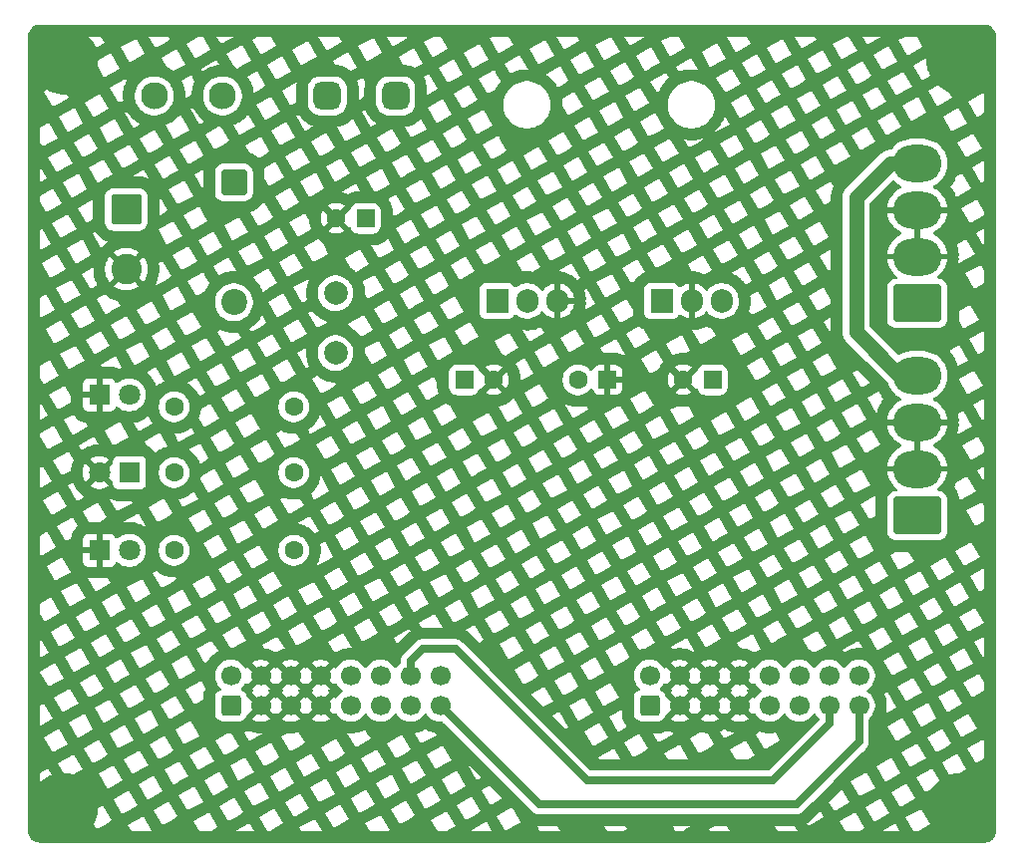
<source format=gbl>
%TF.GenerationSoftware,KiCad,Pcbnew,9.0.3*%
%TF.CreationDate,2025-08-01T18:14:25+01:00*%
%TF.ProjectId,bcm-power-supply,62636d2d-706f-4776-9572-2d737570706c,rev01*%
%TF.SameCoordinates,Original*%
%TF.FileFunction,Copper,L2,Bot*%
%TF.FilePolarity,Positive*%
%FSLAX46Y46*%
G04 Gerber Fmt 4.6, Leading zero omitted, Abs format (unit mm)*
G04 Created by KiCad (PCBNEW 9.0.3) date 2025-08-01 18:14:25*
%MOMM*%
%LPD*%
G01*
G04 APERTURE LIST*
G04 Aperture macros list*
%AMRoundRect*
0 Rectangle with rounded corners*
0 $1 Rounding radius*
0 $2 $3 $4 $5 $6 $7 $8 $9 X,Y pos of 4 corners*
0 Add a 4 corners polygon primitive as box body*
4,1,4,$2,$3,$4,$5,$6,$7,$8,$9,$2,$3,0*
0 Add four circle primitives for the rounded corners*
1,1,$1+$1,$2,$3*
1,1,$1+$1,$4,$5*
1,1,$1+$1,$6,$7*
1,1,$1+$1,$8,$9*
0 Add four rect primitives between the rounded corners*
20,1,$1+$1,$2,$3,$4,$5,0*
20,1,$1+$1,$4,$5,$6,$7,0*
20,1,$1+$1,$6,$7,$8,$9,0*
20,1,$1+$1,$8,$9,$2,$3,0*%
G04 Aperture macros list end*
%TA.AperFunction,ComponentPad*%
%ADD10C,1.600000*%
%TD*%
%TA.AperFunction,ComponentPad*%
%ADD11RoundRect,0.575000X0.575000X0.575000X-0.575000X0.575000X-0.575000X-0.575000X0.575000X-0.575000X0*%
%TD*%
%TA.AperFunction,ComponentPad*%
%ADD12C,2.300000*%
%TD*%
%TA.AperFunction,ComponentPad*%
%ADD13RoundRect,0.250000X-1.050000X1.050000X-1.050000X-1.050000X1.050000X-1.050000X1.050000X1.050000X0*%
%TD*%
%TA.AperFunction,ComponentPad*%
%ADD14C,2.600000*%
%TD*%
%TA.AperFunction,ComponentPad*%
%ADD15R,1.800000X1.800000*%
%TD*%
%TA.AperFunction,ComponentPad*%
%ADD16C,1.800000*%
%TD*%
%TA.AperFunction,ComponentPad*%
%ADD17RoundRect,0.250000X0.550000X0.550000X-0.550000X0.550000X-0.550000X-0.550000X0.550000X-0.550000X0*%
%TD*%
%TA.AperFunction,ComponentPad*%
%ADD18C,2.000000*%
%TD*%
%TA.AperFunction,ComponentPad*%
%ADD19RoundRect,0.250000X1.800000X-1.330000X1.800000X1.330000X-1.800000X1.330000X-1.800000X-1.330000X0*%
%TD*%
%TA.AperFunction,ComponentPad*%
%ADD20O,4.100000X3.160000*%
%TD*%
%TA.AperFunction,ComponentPad*%
%ADD21R,1.905000X2.000000*%
%TD*%
%TA.AperFunction,ComponentPad*%
%ADD22O,1.905000X2.000000*%
%TD*%
%TA.AperFunction,ComponentPad*%
%ADD23RoundRect,0.250000X-0.550000X-0.550000X0.550000X-0.550000X0.550000X0.550000X-0.550000X0.550000X0*%
%TD*%
%TA.AperFunction,ComponentPad*%
%ADD24RoundRect,0.250000X0.600000X-0.600000X0.600000X0.600000X-0.600000X0.600000X-0.600000X-0.600000X0*%
%TD*%
%TA.AperFunction,ComponentPad*%
%ADD25C,1.700000*%
%TD*%
%TA.AperFunction,ComponentPad*%
%ADD26C,5.600000*%
%TD*%
%TA.AperFunction,ComponentPad*%
%ADD27RoundRect,0.249999X-0.850001X0.850001X-0.850001X-0.850001X0.850001X-0.850001X0.850001X0.850001X0*%
%TD*%
%TA.AperFunction,ComponentPad*%
%ADD28C,2.200000*%
%TD*%
%TA.AperFunction,Conductor*%
%ADD29C,1.270000*%
%TD*%
%TA.AperFunction,Conductor*%
%ADD30C,0.635000*%
%TD*%
G04 APERTURE END LIST*
D10*
%TO.P,R3,1*%
%TO.N,Net-(D4-K)*%
X72898000Y-98552000D03*
%TO.P,R3,2*%
%TO.N,-12V*%
X83058000Y-98552000D03*
%TD*%
D11*
%TO.P,F1,1*%
%TO.N,VCC*%
X91714000Y-66548000D03*
X85914000Y-66548000D03*
D12*
%TO.P,F1,2*%
%TO.N,/power_in_diode*%
X77014000Y-66548000D03*
X71214000Y-66548000D03*
%TD*%
D13*
%TO.P,J1,1,Pin_1*%
%TO.N,/power_in_raw*%
X68834000Y-76200000D03*
D14*
%TO.P,J1,2,Pin_2*%
%TO.N,GND*%
X68834000Y-81280000D03*
%TD*%
D15*
%TO.P,D3,1,K*%
%TO.N,GND*%
X66548000Y-105156000D03*
D16*
%TO.P,D3,2,A*%
%TO.N,Net-(D3-A)*%
X69088000Y-105156000D03*
%TD*%
D10*
%TO.P,R1,1*%
%TO.N,VCC*%
X83058000Y-92964000D03*
%TO.P,R1,2*%
%TO.N,Net-(D2-A)*%
X72898000Y-92964000D03*
%TD*%
D17*
%TO.P,C3,1*%
%TO.N,+12V*%
X118618000Y-90678000D03*
D10*
%TO.P,C3,2*%
%TO.N,GND*%
X116118000Y-90678000D03*
%TD*%
D18*
%TO.P,L1,1,1*%
%TO.N,VCC*%
X86614000Y-83312000D03*
%TO.P,L1,2,2*%
%TO.N,/power_filtered*%
X86614000Y-88392000D03*
%TD*%
D19*
%TO.P,J4,1,Pin_1*%
%TO.N,+12V*%
X136002000Y-102206000D03*
D20*
%TO.P,J4,2,Pin_2*%
%TO.N,GND*%
X136002000Y-98246000D03*
%TO.P,J4,3,Pin_3*%
X136002000Y-94286000D03*
%TO.P,J4,4,Pin_4*%
%TO.N,-12V*%
X136002000Y-90326000D03*
%TD*%
D19*
%TO.P,J5,1,Pin_1*%
%TO.N,+12V*%
X136002000Y-84172000D03*
D20*
%TO.P,J5,2,Pin_2*%
%TO.N,GND*%
X136002000Y-80212000D03*
%TO.P,J5,3,Pin_3*%
X136002000Y-76252000D03*
%TO.P,J5,4,Pin_4*%
%TO.N,-12V*%
X136002000Y-72292000D03*
%TD*%
D21*
%TO.P,U1,1,IN*%
%TO.N,VCC*%
X114300000Y-83970000D03*
D22*
%TO.P,U1,2,GND*%
%TO.N,GND*%
X116840000Y-83970000D03*
%TO.P,U1,3,OUT*%
%TO.N,+12V*%
X119380000Y-83970000D03*
%TD*%
D10*
%TO.P,R2,1*%
%TO.N,+12V*%
X83058000Y-105156000D03*
%TO.P,R2,2*%
%TO.N,Net-(D3-A)*%
X72898000Y-105156000D03*
%TD*%
D23*
%TO.P,C2,1*%
%TO.N,/power_filtered*%
X97536000Y-90678000D03*
D10*
%TO.P,C2,2*%
%TO.N,GND*%
X100036000Y-90678000D03*
%TD*%
D24*
%TO.P,J2,1,-12V*%
%TO.N,-12V*%
X77724000Y-118364000D03*
D25*
%TO.P,J2,2,-12V*%
X77724000Y-115824000D03*
%TO.P,J2,3,GND*%
%TO.N,GND*%
X80264000Y-118364000D03*
%TO.P,J2,4,GND*%
X80264000Y-115824000D03*
%TO.P,J2,5,GND*%
X82804000Y-118364000D03*
%TO.P,J2,6,GND*%
X82804000Y-115824000D03*
%TO.P,J2,7,GND*%
X85344000Y-118364000D03*
%TO.P,J2,8,GND*%
X85344000Y-115824000D03*
%TO.P,J2,9,+12V*%
%TO.N,+12V*%
X87884000Y-118364000D03*
%TO.P,J2,10,+12V*%
X87884000Y-115824000D03*
%TO.P,J2,11,+5V*%
%TO.N,unconnected-(J2A-+5V-Pad11)_1*%
X90424000Y-118364000D03*
%TO.P,J2,12,+5V*%
%TO.N,unconnected-(J2A-+5V-Pad11)*%
X90424000Y-115824000D03*
%TO.P,J2,13,CV*%
%TO.N,/eurorack_cv_bus*%
X92964000Y-118364000D03*
%TO.P,J2,14,CV*%
X92964000Y-115824000D03*
%TO.P,J2,15,Gate*%
%TO.N,/eurorack_gate_bus*%
X95504000Y-118364000D03*
%TO.P,J2,16,Gate*%
X95504000Y-115824000D03*
%TD*%
D17*
%TO.P,C4,1*%
%TO.N,GND*%
X109688000Y-90678000D03*
D10*
%TO.P,C4,2*%
%TO.N,-12V*%
X107188000Y-90678000D03*
%TD*%
D26*
%TO.P,H1,1,1*%
%TO.N,GND*%
X63500000Y-63500000D03*
%TD*%
D24*
%TO.P,J3,1,-12V*%
%TO.N,-12V*%
X113284000Y-118364000D03*
D25*
%TO.P,J3,2,-12V*%
X113284000Y-115824000D03*
%TO.P,J3,3,GND*%
%TO.N,GND*%
X115824000Y-118364000D03*
%TO.P,J3,4,GND*%
X115824000Y-115824000D03*
%TO.P,J3,5,GND*%
X118364000Y-118364000D03*
%TO.P,J3,6,GND*%
X118364000Y-115824000D03*
%TO.P,J3,7,GND*%
X120904000Y-118364000D03*
%TO.P,J3,8,GND*%
X120904000Y-115824000D03*
%TO.P,J3,9,+12V*%
%TO.N,+12V*%
X123444000Y-118364000D03*
%TO.P,J3,10,+12V*%
X123444000Y-115824000D03*
%TO.P,J3,11,+5V*%
%TO.N,unconnected-(J3A-+5V-Pad11)_1*%
X125984000Y-118364000D03*
%TO.P,J3,12,+5V*%
%TO.N,unconnected-(J3A-+5V-Pad11)*%
X125984000Y-115824000D03*
%TO.P,J3,13,CV*%
%TO.N,/eurorack_cv_bus*%
X128524000Y-118364000D03*
%TO.P,J3,14,CV*%
X128524000Y-115824000D03*
%TO.P,J3,15,Gate*%
%TO.N,/eurorack_gate_bus*%
X131064000Y-118364000D03*
%TO.P,J3,16,Gate*%
X131064000Y-115824000D03*
%TD*%
D27*
%TO.P,D1,1,K*%
%TO.N,/power_in_diode*%
X77978000Y-73914000D03*
D28*
%TO.P,D1,2,A*%
%TO.N,/power_in_raw*%
X77978000Y-84074000D03*
%TD*%
D17*
%TO.P,C1,1*%
%TO.N,VCC*%
X89154000Y-76962000D03*
D10*
%TO.P,C1,2*%
%TO.N,GND*%
X86654000Y-76962000D03*
%TD*%
D21*
%TO.P,U2,1,IN*%
%TO.N,/power_filtered*%
X100330000Y-83970000D03*
D22*
%TO.P,U2,2,GND*%
%TO.N,-12V*%
X102870000Y-83970000D03*
%TO.P,U2,3,OUT*%
%TO.N,GND*%
X105410000Y-83970000D03*
%TD*%
D26*
%TO.P,H2,1,1*%
%TO.N,GND*%
X63500000Y-127000000D03*
%TD*%
D15*
%TO.P,D2,1,K*%
%TO.N,GND*%
X66543000Y-91948000D03*
D16*
%TO.P,D2,2,A*%
%TO.N,Net-(D2-A)*%
X69083000Y-91948000D03*
%TD*%
D26*
%TO.P,H4,1,1*%
%TO.N,GND*%
X139700000Y-127000000D03*
%TD*%
D15*
%TO.P,D4,1,K*%
%TO.N,Net-(D4-K)*%
X69088000Y-98552000D03*
D16*
%TO.P,D4,2,A*%
%TO.N,GND*%
X66548000Y-98552000D03*
%TD*%
D26*
%TO.P,H3,1,1*%
%TO.N,GND*%
X139700000Y-63500000D03*
%TD*%
D29*
%TO.N,-12V*%
X130810000Y-75184000D02*
X133702000Y-72292000D01*
X136002000Y-90326000D02*
X134522000Y-90326000D01*
X130810000Y-86614000D02*
X130810000Y-75184000D01*
X133702000Y-72292000D02*
X136002000Y-72292000D01*
X134522000Y-90326000D02*
X130810000Y-86614000D01*
D30*
%TO.N,/eurorack_gate_bus*%
X95504000Y-118364000D02*
X103886000Y-126746000D01*
X125730000Y-126746000D02*
X131064000Y-121412000D01*
X131064000Y-121412000D02*
X131064000Y-118364000D01*
X103886000Y-126746000D02*
X125730000Y-126746000D01*
%TO.N,/eurorack_cv_bus*%
X128524000Y-119888000D02*
X128524000Y-118364000D01*
X92964000Y-115824000D02*
X92964000Y-114554000D01*
X93980000Y-113538000D02*
X96774000Y-113538000D01*
X96774000Y-113538000D02*
X107950000Y-124714000D01*
X92964000Y-114554000D02*
X93980000Y-113538000D01*
X107950000Y-124714000D02*
X123698000Y-124714000D01*
X123698000Y-124714000D02*
X128524000Y-119888000D01*
%TD*%
%TA.AperFunction,Conductor*%
%TO.N,GND*%
G36*
X79798075Y-116016993D02*
G01*
X79863901Y-116131007D01*
X79956993Y-116224099D01*
X80071007Y-116289925D01*
X80134590Y-116306962D01*
X79502282Y-116939269D01*
X79502282Y-116939270D01*
X79556452Y-116978626D01*
X79566048Y-116983516D01*
X79616844Y-117031491D01*
X79633638Y-117099312D01*
X79611100Y-117165447D01*
X79566051Y-117204483D01*
X79556440Y-117209380D01*
X79502282Y-117248727D01*
X79502282Y-117248728D01*
X80134591Y-117881037D01*
X80071007Y-117898075D01*
X79956993Y-117963901D01*
X79863901Y-118056993D01*
X79798075Y-118171007D01*
X79781037Y-118234591D01*
X79141552Y-117595106D01*
X79099978Y-117586372D01*
X79050221Y-117537321D01*
X79040921Y-117516123D01*
X79029301Y-117481056D01*
X79016115Y-117441262D01*
X78923030Y-117290348D01*
X78797652Y-117164970D01*
X78676780Y-117090415D01*
X78646740Y-117071886D01*
X78640195Y-117068835D01*
X78641097Y-117066900D01*
X78592283Y-117033093D01*
X78565468Y-116968574D01*
X78577792Y-116899800D01*
X78605833Y-116863925D01*
X78605559Y-116863651D01*
X78607802Y-116861407D01*
X78608218Y-116860876D01*
X78608987Y-116860218D01*
X78609004Y-116860206D01*
X78760206Y-116709004D01*
X78885894Y-116536009D01*
X78888283Y-116531319D01*
X78936254Y-116480522D01*
X79004074Y-116463724D01*
X79070210Y-116486258D01*
X79106196Y-116527783D01*
X79106829Y-116527396D01*
X79109167Y-116531211D01*
X79109251Y-116531308D01*
X79109371Y-116531545D01*
X79109373Y-116531547D01*
X79148728Y-116585716D01*
X79781037Y-115953408D01*
X79798075Y-116016993D01*
G37*
%TD.AperFunction*%
%TA.AperFunction,Conductor*%
G36*
X82338075Y-116016993D02*
G01*
X82403901Y-116131007D01*
X82496993Y-116224099D01*
X82611007Y-116289925D01*
X82674590Y-116306962D01*
X82042282Y-116939269D01*
X82042282Y-116939270D01*
X82096452Y-116978626D01*
X82106048Y-116983516D01*
X82156844Y-117031491D01*
X82173638Y-117099312D01*
X82151100Y-117165447D01*
X82106051Y-117204483D01*
X82096440Y-117209380D01*
X82042282Y-117248727D01*
X82042282Y-117248728D01*
X82674591Y-117881037D01*
X82611007Y-117898075D01*
X82496993Y-117963901D01*
X82403901Y-118056993D01*
X82338075Y-118171007D01*
X82321037Y-118234591D01*
X81688728Y-117602282D01*
X81688727Y-117602282D01*
X81649380Y-117656440D01*
X81644483Y-117666051D01*
X81596506Y-117716845D01*
X81528684Y-117733638D01*
X81462550Y-117711098D01*
X81423516Y-117666048D01*
X81418626Y-117656452D01*
X81379270Y-117602282D01*
X80746962Y-118234590D01*
X80729925Y-118171007D01*
X80664099Y-118056993D01*
X80571007Y-117963901D01*
X80456993Y-117898075D01*
X80393409Y-117881037D01*
X81025716Y-117248728D01*
X80971550Y-117209375D01*
X80961954Y-117204486D01*
X80911157Y-117156512D01*
X80894361Y-117088692D01*
X80916897Y-117022556D01*
X80961954Y-116983514D01*
X80971554Y-116978622D01*
X81025716Y-116939270D01*
X81025717Y-116939270D01*
X80393408Y-116306962D01*
X80456993Y-116289925D01*
X80571007Y-116224099D01*
X80664099Y-116131007D01*
X80729925Y-116016993D01*
X80746962Y-115953408D01*
X81379270Y-116585717D01*
X81379270Y-116585716D01*
X81418622Y-116531554D01*
X81423514Y-116521954D01*
X81471488Y-116471157D01*
X81539308Y-116454361D01*
X81605444Y-116476897D01*
X81644486Y-116521954D01*
X81649375Y-116531550D01*
X81688728Y-116585716D01*
X82321037Y-115953408D01*
X82338075Y-116016993D01*
G37*
%TD.AperFunction*%
%TA.AperFunction,Conductor*%
G36*
X84878075Y-116016993D02*
G01*
X84943901Y-116131007D01*
X85036993Y-116224099D01*
X85151007Y-116289925D01*
X85214590Y-116306962D01*
X84582282Y-116939269D01*
X84582282Y-116939270D01*
X84636452Y-116978626D01*
X84646048Y-116983516D01*
X84696844Y-117031491D01*
X84713638Y-117099312D01*
X84691100Y-117165447D01*
X84646051Y-117204483D01*
X84636440Y-117209380D01*
X84582282Y-117248727D01*
X84582282Y-117248728D01*
X85214591Y-117881037D01*
X85151007Y-117898075D01*
X85036993Y-117963901D01*
X84943901Y-118056993D01*
X84878075Y-118171007D01*
X84861037Y-118234591D01*
X84228728Y-117602282D01*
X84228727Y-117602282D01*
X84189380Y-117656440D01*
X84184483Y-117666051D01*
X84136506Y-117716845D01*
X84068684Y-117733638D01*
X84002550Y-117711098D01*
X83963516Y-117666048D01*
X83958626Y-117656452D01*
X83919270Y-117602282D01*
X83919269Y-117602282D01*
X83286962Y-118234590D01*
X83269925Y-118171007D01*
X83204099Y-118056993D01*
X83111007Y-117963901D01*
X82996993Y-117898075D01*
X82933409Y-117881037D01*
X83565716Y-117248728D01*
X83511550Y-117209375D01*
X83501954Y-117204486D01*
X83451157Y-117156512D01*
X83434361Y-117088692D01*
X83456897Y-117022556D01*
X83501954Y-116983514D01*
X83511554Y-116978622D01*
X83565716Y-116939270D01*
X83565717Y-116939270D01*
X82933408Y-116306962D01*
X82996993Y-116289925D01*
X83111007Y-116224099D01*
X83204099Y-116131007D01*
X83269925Y-116016993D01*
X83286962Y-115953408D01*
X83919270Y-116585717D01*
X83919270Y-116585716D01*
X83958622Y-116531554D01*
X83963514Y-116521954D01*
X84011488Y-116471157D01*
X84079308Y-116454361D01*
X84145444Y-116476897D01*
X84184486Y-116521954D01*
X84189375Y-116531550D01*
X84228728Y-116585716D01*
X84861037Y-115953408D01*
X84878075Y-116016993D01*
G37*
%TD.AperFunction*%
%TA.AperFunction,Conductor*%
G36*
X115358075Y-116016993D02*
G01*
X115423901Y-116131007D01*
X115516993Y-116224099D01*
X115631007Y-116289925D01*
X115694590Y-116306962D01*
X115062282Y-116939269D01*
X115062282Y-116939270D01*
X115116452Y-116978626D01*
X115126048Y-116983516D01*
X115176844Y-117031491D01*
X115193638Y-117099312D01*
X115171100Y-117165447D01*
X115126051Y-117204483D01*
X115116440Y-117209380D01*
X115062282Y-117248727D01*
X115062282Y-117248728D01*
X115694591Y-117881037D01*
X115631007Y-117898075D01*
X115516993Y-117963901D01*
X115423901Y-118056993D01*
X115358075Y-118171007D01*
X115341037Y-118234591D01*
X114701552Y-117595106D01*
X114659978Y-117586372D01*
X114610221Y-117537321D01*
X114600921Y-117516123D01*
X114589301Y-117481056D01*
X114576115Y-117441262D01*
X114483030Y-117290348D01*
X114357652Y-117164970D01*
X114236780Y-117090415D01*
X114206740Y-117071886D01*
X114200195Y-117068835D01*
X114201097Y-117066900D01*
X114152283Y-117033093D01*
X114125468Y-116968574D01*
X114137792Y-116899800D01*
X114165833Y-116863925D01*
X114165559Y-116863651D01*
X114167802Y-116861407D01*
X114168218Y-116860876D01*
X114168987Y-116860218D01*
X114169004Y-116860206D01*
X114320206Y-116709004D01*
X114445894Y-116536009D01*
X114448283Y-116531319D01*
X114496254Y-116480522D01*
X114564074Y-116463724D01*
X114630210Y-116486258D01*
X114666196Y-116527783D01*
X114666829Y-116527396D01*
X114669167Y-116531211D01*
X114669251Y-116531308D01*
X114669371Y-116531545D01*
X114669373Y-116531547D01*
X114708728Y-116585716D01*
X115341037Y-115953408D01*
X115358075Y-116016993D01*
G37*
%TD.AperFunction*%
%TA.AperFunction,Conductor*%
G36*
X117898075Y-116016993D02*
G01*
X117963901Y-116131007D01*
X118056993Y-116224099D01*
X118171007Y-116289925D01*
X118234590Y-116306962D01*
X117602282Y-116939269D01*
X117602282Y-116939270D01*
X117656452Y-116978626D01*
X117666048Y-116983516D01*
X117716844Y-117031491D01*
X117733638Y-117099312D01*
X117711100Y-117165447D01*
X117666051Y-117204483D01*
X117656440Y-117209380D01*
X117602282Y-117248727D01*
X117602282Y-117248728D01*
X118234591Y-117881037D01*
X118171007Y-117898075D01*
X118056993Y-117963901D01*
X117963901Y-118056993D01*
X117898075Y-118171007D01*
X117881037Y-118234591D01*
X117248728Y-117602282D01*
X117248727Y-117602282D01*
X117209380Y-117656440D01*
X117204483Y-117666051D01*
X117156506Y-117716845D01*
X117088684Y-117733638D01*
X117022550Y-117711098D01*
X116983516Y-117666048D01*
X116978626Y-117656452D01*
X116939270Y-117602282D01*
X116306962Y-118234590D01*
X116289925Y-118171007D01*
X116224099Y-118056993D01*
X116131007Y-117963901D01*
X116016993Y-117898075D01*
X115953409Y-117881037D01*
X116585716Y-117248728D01*
X116531550Y-117209375D01*
X116521954Y-117204486D01*
X116471157Y-117156512D01*
X116454361Y-117088692D01*
X116476897Y-117022556D01*
X116521954Y-116983514D01*
X116531554Y-116978622D01*
X116585716Y-116939270D01*
X116585717Y-116939270D01*
X115953408Y-116306962D01*
X116016993Y-116289925D01*
X116131007Y-116224099D01*
X116224099Y-116131007D01*
X116289925Y-116016993D01*
X116306962Y-115953408D01*
X116939270Y-116585717D01*
X116939270Y-116585716D01*
X116978622Y-116531554D01*
X116983514Y-116521954D01*
X117031488Y-116471157D01*
X117099308Y-116454361D01*
X117165444Y-116476897D01*
X117204486Y-116521954D01*
X117209375Y-116531550D01*
X117248728Y-116585716D01*
X117881037Y-115953408D01*
X117898075Y-116016993D01*
G37*
%TD.AperFunction*%
%TA.AperFunction,Conductor*%
G36*
X120438075Y-116016993D02*
G01*
X120503901Y-116131007D01*
X120596993Y-116224099D01*
X120711007Y-116289925D01*
X120774590Y-116306962D01*
X120142282Y-116939269D01*
X120142282Y-116939270D01*
X120196452Y-116978626D01*
X120206048Y-116983516D01*
X120256844Y-117031491D01*
X120273638Y-117099312D01*
X120251100Y-117165447D01*
X120206051Y-117204483D01*
X120196440Y-117209380D01*
X120142282Y-117248727D01*
X120142282Y-117248728D01*
X120774591Y-117881037D01*
X120711007Y-117898075D01*
X120596993Y-117963901D01*
X120503901Y-118056993D01*
X120438075Y-118171007D01*
X120421037Y-118234591D01*
X119788728Y-117602282D01*
X119788727Y-117602282D01*
X119749380Y-117656440D01*
X119744483Y-117666051D01*
X119696506Y-117716845D01*
X119628684Y-117733638D01*
X119562550Y-117711098D01*
X119523516Y-117666048D01*
X119518626Y-117656452D01*
X119479270Y-117602282D01*
X119479269Y-117602282D01*
X118846962Y-118234590D01*
X118829925Y-118171007D01*
X118764099Y-118056993D01*
X118671007Y-117963901D01*
X118556993Y-117898075D01*
X118493409Y-117881037D01*
X119125716Y-117248728D01*
X119071550Y-117209375D01*
X119061954Y-117204486D01*
X119011157Y-117156512D01*
X118994361Y-117088692D01*
X119016897Y-117022556D01*
X119061954Y-116983514D01*
X119071554Y-116978622D01*
X119125716Y-116939270D01*
X119125717Y-116939270D01*
X118493408Y-116306962D01*
X118556993Y-116289925D01*
X118671007Y-116224099D01*
X118764099Y-116131007D01*
X118829925Y-116016993D01*
X118846962Y-115953408D01*
X119479270Y-116585717D01*
X119479270Y-116585716D01*
X119518622Y-116531554D01*
X119523514Y-116521954D01*
X119571488Y-116471157D01*
X119639308Y-116454361D01*
X119705444Y-116476897D01*
X119744486Y-116521954D01*
X119749375Y-116531550D01*
X119788728Y-116585716D01*
X120421037Y-115953408D01*
X120438075Y-116016993D01*
G37*
%TD.AperFunction*%
%TA.AperFunction,Conductor*%
G36*
X86459270Y-116585717D02*
G01*
X86459270Y-116585716D01*
X86498621Y-116531556D01*
X86498738Y-116531327D01*
X86498808Y-116531252D01*
X86501168Y-116527402D01*
X86501976Y-116527897D01*
X86546707Y-116480526D01*
X86614526Y-116463723D01*
X86680663Y-116486254D01*
X86719712Y-116531311D01*
X86722105Y-116536008D01*
X86741117Y-116562176D01*
X86847794Y-116709004D01*
X86998996Y-116860206D01*
X87168715Y-116983514D01*
X87171991Y-116985894D01*
X87175873Y-116988273D01*
X87222748Y-117040086D01*
X87234169Y-117109016D01*
X87206512Y-117173178D01*
X87175873Y-117199727D01*
X87171991Y-117202105D01*
X86998993Y-117327796D01*
X86847796Y-117478993D01*
X86722103Y-117651994D01*
X86719709Y-117656693D01*
X86671731Y-117707485D01*
X86603908Y-117724275D01*
X86537775Y-117701732D01*
X86501804Y-117660215D01*
X86501171Y-117660604D01*
X86498826Y-117656778D01*
X86498743Y-117656682D01*
X86498624Y-117656449D01*
X86459270Y-117602282D01*
X85826962Y-118234590D01*
X85809925Y-118171007D01*
X85744099Y-118056993D01*
X85651007Y-117963901D01*
X85536993Y-117898075D01*
X85473409Y-117881037D01*
X86105716Y-117248728D01*
X86051550Y-117209375D01*
X86041954Y-117204486D01*
X85991157Y-117156512D01*
X85974361Y-117088692D01*
X85996897Y-117022556D01*
X86041954Y-116983514D01*
X86051554Y-116978622D01*
X86105716Y-116939270D01*
X86105717Y-116939270D01*
X85473408Y-116306962D01*
X85536993Y-116289925D01*
X85651007Y-116224099D01*
X85744099Y-116131007D01*
X85809925Y-116016993D01*
X85826962Y-115953408D01*
X86459270Y-116585717D01*
G37*
%TD.AperFunction*%
%TA.AperFunction,Conductor*%
G36*
X122019270Y-116585717D02*
G01*
X122019270Y-116585716D01*
X122058621Y-116531556D01*
X122058738Y-116531327D01*
X122058808Y-116531252D01*
X122061168Y-116527402D01*
X122061976Y-116527897D01*
X122106707Y-116480526D01*
X122174526Y-116463723D01*
X122240663Y-116486254D01*
X122279712Y-116531311D01*
X122282105Y-116536008D01*
X122301117Y-116562176D01*
X122407794Y-116709004D01*
X122558996Y-116860206D01*
X122728715Y-116983514D01*
X122731991Y-116985894D01*
X122735873Y-116988273D01*
X122782748Y-117040086D01*
X122794169Y-117109016D01*
X122766512Y-117173178D01*
X122735873Y-117199727D01*
X122731991Y-117202105D01*
X122558993Y-117327796D01*
X122407796Y-117478993D01*
X122282103Y-117651994D01*
X122279709Y-117656693D01*
X122231731Y-117707485D01*
X122163908Y-117724275D01*
X122097775Y-117701732D01*
X122061804Y-117660215D01*
X122061171Y-117660604D01*
X122058826Y-117656778D01*
X122058743Y-117656682D01*
X122058624Y-117656449D01*
X122019270Y-117602282D01*
X122019269Y-117602282D01*
X121386962Y-118234590D01*
X121369925Y-118171007D01*
X121304099Y-118056993D01*
X121211007Y-117963901D01*
X121096993Y-117898075D01*
X121033409Y-117881037D01*
X121665716Y-117248728D01*
X121611550Y-117209375D01*
X121601954Y-117204486D01*
X121551157Y-117156512D01*
X121534361Y-117088692D01*
X121556897Y-117022556D01*
X121601954Y-116983514D01*
X121611554Y-116978622D01*
X121665716Y-116939270D01*
X121665717Y-116939270D01*
X121033408Y-116306962D01*
X121096993Y-116289925D01*
X121211007Y-116224099D01*
X121304099Y-116131007D01*
X121369925Y-116016993D01*
X121386962Y-115953408D01*
X122019270Y-116585717D01*
G37*
%TD.AperFunction*%
%TA.AperFunction,Conductor*%
G36*
X136252000Y-97429519D02*
G01*
X136249936Y-97428665D01*
X136085718Y-97396000D01*
X135918282Y-97396000D01*
X135754064Y-97428665D01*
X135752000Y-97429519D01*
X135752000Y-95102480D01*
X135754064Y-95103335D01*
X135918282Y-95136000D01*
X136085718Y-95136000D01*
X136249936Y-95103335D01*
X136252000Y-95102480D01*
X136252000Y-97429519D01*
G37*
%TD.AperFunction*%
%TA.AperFunction,Conductor*%
G36*
X136252000Y-79395519D02*
G01*
X136249936Y-79394665D01*
X136085718Y-79362000D01*
X135918282Y-79362000D01*
X135754064Y-79394665D01*
X135752000Y-79395519D01*
X135752000Y-77068480D01*
X135754064Y-77069335D01*
X135918282Y-77102000D01*
X136085718Y-77102000D01*
X136249936Y-77069335D01*
X136252000Y-77068480D01*
X136252000Y-79395519D01*
G37*
%TD.AperFunction*%
%TA.AperFunction,Conductor*%
G36*
X141737394Y-60503772D02*
G01*
X141790416Y-60508410D01*
X141888708Y-60517010D01*
X141909993Y-60520762D01*
X142051474Y-60558672D01*
X142071781Y-60566064D01*
X142204516Y-60627959D01*
X142223232Y-60638764D01*
X142343214Y-60722777D01*
X142359771Y-60736671D01*
X142463328Y-60840228D01*
X142477222Y-60856785D01*
X142561235Y-60976767D01*
X142572042Y-60995487D01*
X142633934Y-61128217D01*
X142641327Y-61148527D01*
X142679236Y-61290005D01*
X142682989Y-61311292D01*
X142696226Y-61462603D01*
X142696698Y-61473410D01*
X142696698Y-129026598D01*
X142696226Y-129037406D01*
X142682988Y-129188710D01*
X142679235Y-129209996D01*
X142641328Y-129351467D01*
X142633935Y-129371778D01*
X142572039Y-129504514D01*
X142561232Y-129523233D01*
X142477221Y-129643213D01*
X142463327Y-129659770D01*
X142359770Y-129763327D01*
X142343213Y-129777221D01*
X142223233Y-129861232D01*
X142204514Y-129872039D01*
X142071778Y-129933935D01*
X142051467Y-129941328D01*
X141909996Y-129979235D01*
X141888710Y-129982988D01*
X141757508Y-129994467D01*
X141737392Y-129996227D01*
X141726587Y-129996699D01*
X61473412Y-129996699D01*
X61462605Y-129996227D01*
X61311290Y-129982989D01*
X61290003Y-129979236D01*
X61148532Y-129941329D01*
X61128222Y-129933936D01*
X60995485Y-129872040D01*
X60976765Y-129861233D01*
X60856785Y-129777222D01*
X60840228Y-129763328D01*
X60736671Y-129659771D01*
X60722777Y-129643214D01*
X60722776Y-129643213D01*
X60638762Y-129523229D01*
X60627958Y-129504514D01*
X60566064Y-129371781D01*
X60558672Y-129351472D01*
X60520763Y-129209994D01*
X60517010Y-129188707D01*
X60503773Y-129037406D01*
X60503301Y-129026599D01*
X60503301Y-128976050D01*
X60503300Y-128976032D01*
X60503300Y-128419765D01*
X66061002Y-128419765D01*
X66314674Y-128859138D01*
X66982737Y-128473431D01*
X68978736Y-128473431D01*
X69282000Y-128998699D01*
X71016361Y-128998699D01*
X70279507Y-127722430D01*
X68978736Y-128473431D01*
X66982737Y-128473431D01*
X67615444Y-128108137D01*
X66864443Y-126807367D01*
X66424000Y-127061658D01*
X66424000Y-127157245D01*
X66423220Y-127171128D01*
X66388009Y-127483639D01*
X66385680Y-127497349D01*
X66315699Y-127803954D01*
X66311850Y-127817316D01*
X66207981Y-128114157D01*
X66202659Y-128127004D01*
X66066207Y-128410349D01*
X66061002Y-128419765D01*
X60503300Y-128419765D01*
X60503300Y-126308368D01*
X67728736Y-126308368D01*
X68479737Y-127609138D01*
X69147801Y-127223431D01*
X71143800Y-127223431D01*
X71894801Y-128524202D01*
X72562864Y-128138495D01*
X74558864Y-128138495D01*
X75055503Y-128998699D01*
X76072948Y-128998699D01*
X78068947Y-128998699D01*
X79676615Y-128998699D01*
X79274697Y-128302557D01*
X78068947Y-128998699D01*
X76072948Y-128998699D01*
X76610635Y-128688264D01*
X75859634Y-127387494D01*
X74558864Y-128138495D01*
X72562864Y-128138495D01*
X73195571Y-127773201D01*
X72444570Y-126472430D01*
X71143800Y-127223431D01*
X69147801Y-127223431D01*
X69780508Y-126858137D01*
X69029507Y-125557367D01*
X67728736Y-126308368D01*
X60503300Y-126308368D01*
X60503300Y-124130277D01*
X61501300Y-124130277D01*
X61501300Y-124863540D01*
X61543609Y-124821231D01*
X61553977Y-124811965D01*
X61799854Y-124615884D01*
X61811195Y-124607837D01*
X62077481Y-124440519D01*
X62089651Y-124433793D01*
X62372996Y-124297341D01*
X62385843Y-124292020D01*
X62501991Y-124251377D01*
X62199380Y-123727240D01*
X61501300Y-124130277D01*
X60503300Y-124130277D01*
X60503300Y-123228241D01*
X63063674Y-123228241D01*
X63553128Y-124076000D01*
X63657245Y-124076000D01*
X63671128Y-124076780D01*
X63983639Y-124111991D01*
X63997349Y-124114320D01*
X64303954Y-124184301D01*
X64317315Y-124188150D01*
X64371949Y-124207267D01*
X64482736Y-124143304D01*
X66478736Y-124143304D01*
X67229737Y-125444075D01*
X67897801Y-125058368D01*
X69893800Y-125058368D01*
X70644801Y-126359138D01*
X71312864Y-125973431D01*
X73308863Y-125973431D01*
X74059864Y-127274202D01*
X74727928Y-126888495D01*
X76723927Y-126888495D01*
X77474928Y-128189265D01*
X78142991Y-127803558D01*
X80138990Y-127803558D01*
X80829005Y-128998699D01*
X81072948Y-128998699D01*
X81558055Y-128718622D01*
X83554054Y-128718622D01*
X83715757Y-128998699D01*
X85450118Y-128998699D01*
X84854824Y-127967621D01*
X83554054Y-128718622D01*
X81558055Y-128718622D01*
X82190762Y-128353328D01*
X81439761Y-127052557D01*
X80138990Y-127803558D01*
X78142991Y-127803558D01*
X78775698Y-127438264D01*
X78024697Y-126137494D01*
X76723927Y-126888495D01*
X74727928Y-126888495D01*
X75360635Y-126523201D01*
X74609634Y-125222430D01*
X73308863Y-125973431D01*
X71312864Y-125973431D01*
X71945571Y-125608137D01*
X71194570Y-124307367D01*
X69893800Y-125058368D01*
X67897801Y-125058368D01*
X68530508Y-124693074D01*
X67779507Y-123392303D01*
X66478736Y-124143304D01*
X64482736Y-124143304D01*
X65115443Y-123778010D01*
X64364443Y-122477240D01*
X63063674Y-123228241D01*
X60503300Y-123228241D01*
X60503300Y-121063177D01*
X61813673Y-121063177D01*
X62564674Y-122363948D01*
X63232737Y-121978241D01*
X65228736Y-121978241D01*
X65979737Y-123279011D01*
X66647801Y-122893304D01*
X68643800Y-122893304D01*
X69394801Y-124194075D01*
X70062864Y-123808368D01*
X72058863Y-123808368D01*
X72809864Y-125109138D01*
X73477928Y-124723431D01*
X75473927Y-124723431D01*
X76224928Y-126024202D01*
X76892991Y-125638495D01*
X78888990Y-125638495D01*
X79639991Y-126939265D01*
X80308055Y-126553558D01*
X82304054Y-126553558D01*
X83055055Y-127854329D01*
X83723118Y-127468622D01*
X85719117Y-127468622D01*
X86470118Y-128769392D01*
X87138182Y-128383685D01*
X89134181Y-128383685D01*
X89489260Y-128998699D01*
X91072948Y-128998699D01*
X91185952Y-128933455D01*
X90434951Y-127632684D01*
X89134181Y-128383685D01*
X87138182Y-128383685D01*
X87770889Y-128018391D01*
X87019888Y-126717621D01*
X85719117Y-127468622D01*
X83723118Y-127468622D01*
X84355825Y-127103328D01*
X83604824Y-125802557D01*
X82304054Y-126553558D01*
X80308055Y-126553558D01*
X80940762Y-126188264D01*
X80189761Y-124887494D01*
X78888990Y-125638495D01*
X76892991Y-125638495D01*
X77525698Y-125273201D01*
X76774697Y-123972430D01*
X75473927Y-124723431D01*
X73477928Y-124723431D01*
X74110635Y-124358137D01*
X73359634Y-123057367D01*
X72058863Y-123808368D01*
X70062864Y-123808368D01*
X70695571Y-123443074D01*
X69944570Y-122142303D01*
X68643800Y-122893304D01*
X66647801Y-122893304D01*
X67280508Y-122528010D01*
X66529507Y-121227240D01*
X65228736Y-121978241D01*
X63232737Y-121978241D01*
X63865444Y-121612947D01*
X63114443Y-120312176D01*
X61813673Y-121063177D01*
X60503300Y-121063177D01*
X60503300Y-118356775D01*
X61501300Y-118356775D01*
X61501300Y-120091134D01*
X61982736Y-119813177D01*
X63978736Y-119813177D01*
X64729737Y-121113948D01*
X65397801Y-120728241D01*
X67393800Y-120728241D01*
X68144801Y-122029011D01*
X68812864Y-121643304D01*
X70808863Y-121643304D01*
X71559864Y-122944075D01*
X72227928Y-122558368D01*
X74223927Y-122558368D01*
X74974928Y-123859138D01*
X75642991Y-123473431D01*
X77638990Y-123473431D01*
X78389991Y-124774202D01*
X79058055Y-124388495D01*
X81054054Y-124388495D01*
X81805055Y-125689265D01*
X82473118Y-125303558D01*
X84469117Y-125303558D01*
X85220118Y-126604329D01*
X85888182Y-126218622D01*
X87884181Y-126218622D01*
X88635182Y-127519392D01*
X89303245Y-127133685D01*
X91299244Y-127133685D01*
X92050245Y-128434456D01*
X92718309Y-128048749D01*
X94714308Y-128048749D01*
X95262763Y-128998699D01*
X96072947Y-128998699D01*
X96133373Y-128963812D01*
X98129372Y-128963812D01*
X98149514Y-128998699D01*
X99883875Y-128998699D01*
X99430142Y-128212811D01*
X98129372Y-128963812D01*
X96133373Y-128963812D01*
X96766079Y-128598518D01*
X96015078Y-127297748D01*
X94714308Y-128048749D01*
X92718309Y-128048749D01*
X93351016Y-127683455D01*
X92600015Y-126382684D01*
X91299244Y-127133685D01*
X89303245Y-127133685D01*
X89935952Y-126768391D01*
X89184951Y-125467621D01*
X87884181Y-126218622D01*
X85888182Y-126218622D01*
X86520889Y-125853328D01*
X85769888Y-124552557D01*
X84469117Y-125303558D01*
X82473118Y-125303558D01*
X83105825Y-124938264D01*
X82354824Y-123637494D01*
X81054054Y-124388495D01*
X79058055Y-124388495D01*
X79690762Y-124023201D01*
X78939761Y-122722430D01*
X77638990Y-123473431D01*
X75642991Y-123473431D01*
X76275698Y-123108137D01*
X75524697Y-121807367D01*
X74223927Y-122558368D01*
X72227928Y-122558368D01*
X72860635Y-122193074D01*
X72109634Y-120892303D01*
X70808863Y-121643304D01*
X68812864Y-121643304D01*
X69445571Y-121278010D01*
X68694570Y-119977240D01*
X67393800Y-120728241D01*
X65397801Y-120728241D01*
X66030508Y-120362947D01*
X65279507Y-119062176D01*
X63978736Y-119813177D01*
X61982736Y-119813177D01*
X62615444Y-119447883D01*
X61864443Y-118147113D01*
X61501300Y-118356775D01*
X60503300Y-118356775D01*
X60503300Y-117648114D01*
X62728736Y-117648114D01*
X63479737Y-118948884D01*
X64147801Y-118563177D01*
X66143800Y-118563177D01*
X66894801Y-119863948D01*
X67562864Y-119478241D01*
X69558863Y-119478241D01*
X70309864Y-120779011D01*
X70977928Y-120393304D01*
X72973927Y-120393304D01*
X73724928Y-121694075D01*
X74392991Y-121308368D01*
X76388990Y-121308368D01*
X77139991Y-122609138D01*
X77808055Y-122223431D01*
X79804054Y-122223431D01*
X80555055Y-123524202D01*
X81223118Y-123138495D01*
X83219117Y-123138495D01*
X83970118Y-124439265D01*
X84638182Y-124053558D01*
X86634181Y-124053558D01*
X87385182Y-125354329D01*
X88053245Y-124968622D01*
X90049244Y-124968622D01*
X90800245Y-126269392D01*
X91468309Y-125883685D01*
X93464308Y-125883685D01*
X94215309Y-127184456D01*
X94883372Y-126798749D01*
X96879371Y-126798749D01*
X97630372Y-128099519D01*
X98298436Y-127713812D01*
X100294435Y-127713812D01*
X101036265Y-128998699D01*
X101072948Y-128998699D01*
X101713501Y-128628875D01*
X103709498Y-128628875D01*
X103923016Y-128998699D01*
X105657378Y-128998699D01*
X105409868Y-128570000D01*
X109449010Y-128570000D01*
X109696519Y-128998699D01*
X111072948Y-128998699D01*
X111341397Y-128843709D01*
X111183371Y-128570000D01*
X115222512Y-128570000D01*
X115470022Y-128998699D01*
X116072947Y-128998699D01*
X116288818Y-128874066D01*
X118284816Y-128874066D01*
X118356773Y-128998699D01*
X120091134Y-128998699D01*
X119843625Y-128570000D01*
X123882767Y-128570000D01*
X124130276Y-128998699D01*
X125864637Y-128998699D01*
X125617127Y-128570000D01*
X123882767Y-128570000D01*
X119843625Y-128570000D01*
X118811474Y-128570000D01*
X118284816Y-128874066D01*
X116288818Y-128874066D01*
X116815475Y-128570000D01*
X115222512Y-128570000D01*
X111183371Y-128570000D01*
X109449010Y-128570000D01*
X105409868Y-128570000D01*
X103811475Y-128570000D01*
X103709498Y-128628875D01*
X101713501Y-128628875D01*
X102223184Y-128334609D01*
X126633615Y-128334609D01*
X126781007Y-128589900D01*
X127449070Y-128204193D01*
X129445070Y-128204193D01*
X129903779Y-128998699D01*
X131072948Y-128998699D01*
X133068947Y-128998699D01*
X134524891Y-128998699D01*
X134160904Y-128368256D01*
X133068947Y-128998699D01*
X131072948Y-128998699D01*
X131496841Y-128753963D01*
X130745840Y-127453192D01*
X129445070Y-128204193D01*
X127449070Y-128204193D01*
X128081777Y-127838899D01*
X127765107Y-127290412D01*
X127114490Y-127941030D01*
X127114460Y-127941066D01*
X126944913Y-128110615D01*
X126940504Y-128114813D01*
X126913216Y-128139545D01*
X126908607Y-128143520D01*
X126870724Y-128174609D01*
X126865927Y-128178352D01*
X126836354Y-128200285D01*
X126831378Y-128203790D01*
X126655342Y-128321414D01*
X126650197Y-128324672D01*
X126633615Y-128334609D01*
X102223184Y-128334609D01*
X102346206Y-128263582D01*
X101693447Y-127132971D01*
X101549611Y-126989135D01*
X100294435Y-127713812D01*
X98298436Y-127713812D01*
X98931143Y-127348518D01*
X98180142Y-126047748D01*
X96879371Y-126798749D01*
X94883372Y-126798749D01*
X95516079Y-126433455D01*
X94765078Y-125132684D01*
X93464308Y-125883685D01*
X91468309Y-125883685D01*
X92101016Y-125518391D01*
X91350015Y-124217621D01*
X90049244Y-124968622D01*
X88053245Y-124968622D01*
X88685952Y-124603328D01*
X87934951Y-123302557D01*
X86634181Y-124053558D01*
X84638182Y-124053558D01*
X85270889Y-123688264D01*
X84519888Y-122387494D01*
X83219117Y-123138495D01*
X81223118Y-123138495D01*
X81855825Y-122773201D01*
X81104824Y-121472430D01*
X79804054Y-122223431D01*
X77808055Y-122223431D01*
X78440762Y-121858137D01*
X77783946Y-120720499D01*
X77407208Y-120720499D01*
X76388990Y-121308368D01*
X74392991Y-121308368D01*
X75025698Y-120943074D01*
X74844378Y-120629018D01*
X78883520Y-120629018D01*
X79305055Y-121359138D01*
X79973120Y-120973430D01*
X81969117Y-120973430D01*
X82720118Y-122274202D01*
X83388182Y-121888495D01*
X85384181Y-121888495D01*
X86135182Y-123189265D01*
X86803245Y-122803558D01*
X88799244Y-122803558D01*
X89550245Y-124104329D01*
X90218309Y-123718622D01*
X92214308Y-123718622D01*
X92965309Y-125019392D01*
X93633372Y-124633685D01*
X95629371Y-124633685D01*
X96380372Y-125934456D01*
X97048437Y-125548748D01*
X99044435Y-125548748D01*
X99795436Y-126849518D01*
X100819024Y-126258548D01*
X99719484Y-125159008D01*
X99044435Y-125548748D01*
X97048437Y-125548748D01*
X97681143Y-125183455D01*
X96930142Y-123882684D01*
X95629371Y-124633685D01*
X93633372Y-124633685D01*
X94266079Y-124268391D01*
X93515078Y-122967621D01*
X92214308Y-123718622D01*
X90218309Y-123718622D01*
X90851016Y-123353328D01*
X90100015Y-122052557D01*
X88799244Y-122803558D01*
X86803245Y-122803558D01*
X87435952Y-122438264D01*
X86684951Y-121137494D01*
X85384181Y-121888495D01*
X83388182Y-121888495D01*
X84020889Y-121523201D01*
X83547187Y-120702726D01*
X87586329Y-120702726D01*
X88300245Y-121939265D01*
X88968308Y-121553558D01*
X90964308Y-121553558D01*
X91715309Y-122854329D01*
X92383372Y-122468622D01*
X94379371Y-122468622D01*
X95130372Y-123769392D01*
X95798437Y-123383684D01*
X97794435Y-123383684D01*
X98545436Y-124684455D01*
X98988897Y-124428421D01*
X97889357Y-123328881D01*
X97794435Y-123383684D01*
X95798437Y-123383684D01*
X96431143Y-123018391D01*
X95680142Y-121717621D01*
X94379371Y-122468622D01*
X92383372Y-122468622D01*
X93016079Y-122103328D01*
X92265078Y-120802557D01*
X90964308Y-121553558D01*
X88968308Y-121553558D01*
X89601015Y-121188264D01*
X89312465Y-120688482D01*
X93351607Y-120688482D01*
X93880372Y-121604329D01*
X95181142Y-120853328D01*
X95082906Y-120683178D01*
X95010413Y-120671697D01*
X95005624Y-120670842D01*
X94976752Y-120665100D01*
X94971997Y-120664057D01*
X94933881Y-120654908D01*
X94929166Y-120653678D01*
X94900799Y-120645678D01*
X94896139Y-120644264D01*
X94655484Y-120566072D01*
X94650882Y-120564477D01*
X94623250Y-120554283D01*
X94618719Y-120552509D01*
X94582501Y-120537508D01*
X94578036Y-120535555D01*
X94551280Y-120523220D01*
X94546900Y-120521096D01*
X94321446Y-120406221D01*
X94317153Y-120403926D01*
X94291457Y-120389536D01*
X94287258Y-120387075D01*
X94253834Y-120366594D01*
X94249729Y-120363967D01*
X94234000Y-120353457D01*
X94218271Y-120363967D01*
X94214166Y-120366594D01*
X94180742Y-120387075D01*
X94176543Y-120389536D01*
X94150847Y-120403926D01*
X94146554Y-120406221D01*
X93921100Y-120521096D01*
X93916720Y-120523220D01*
X93889964Y-120535555D01*
X93885499Y-120537508D01*
X93849281Y-120552509D01*
X93844750Y-120554283D01*
X93817118Y-120564477D01*
X93812516Y-120566072D01*
X93571861Y-120644264D01*
X93567201Y-120645678D01*
X93538834Y-120653678D01*
X93534119Y-120654908D01*
X93496003Y-120664057D01*
X93491248Y-120665100D01*
X93462376Y-120670842D01*
X93457587Y-120671697D01*
X93351607Y-120688482D01*
X89312465Y-120688482D01*
X89128594Y-120370008D01*
X89100742Y-120387075D01*
X89096543Y-120389536D01*
X89070847Y-120403926D01*
X89066554Y-120406221D01*
X88841100Y-120521096D01*
X88836720Y-120523220D01*
X88809964Y-120535555D01*
X88805499Y-120537508D01*
X88769281Y-120552509D01*
X88764750Y-120554283D01*
X88737118Y-120564477D01*
X88732516Y-120566072D01*
X88491861Y-120644264D01*
X88487201Y-120645678D01*
X88458834Y-120653678D01*
X88454119Y-120654908D01*
X88416003Y-120664057D01*
X88411248Y-120665100D01*
X88382376Y-120670842D01*
X88377587Y-120671697D01*
X88127688Y-120711277D01*
X88122865Y-120711944D01*
X88093632Y-120715404D01*
X88088794Y-120715881D01*
X88049715Y-120718959D01*
X88044850Y-120719246D01*
X88015398Y-120720404D01*
X88010526Y-120720500D01*
X87757474Y-120720500D01*
X87752602Y-120720404D01*
X87723150Y-120719246D01*
X87718285Y-120718959D01*
X87679206Y-120715881D01*
X87674368Y-120715404D01*
X87645135Y-120711944D01*
X87640312Y-120711277D01*
X87586329Y-120702726D01*
X83547187Y-120702726D01*
X83493044Y-120608948D01*
X83409870Y-120635974D01*
X83405206Y-120637389D01*
X83376829Y-120645391D01*
X83372113Y-120646621D01*
X83333996Y-120655769D01*
X83329244Y-120656811D01*
X83300381Y-120662551D01*
X83295593Y-120663406D01*
X83047020Y-120702777D01*
X83042196Y-120703445D01*
X83012962Y-120706905D01*
X83008125Y-120707381D01*
X82969046Y-120710459D01*
X82964181Y-120710746D01*
X82934729Y-120711904D01*
X82929857Y-120712000D01*
X82678143Y-120712000D01*
X82673271Y-120711904D01*
X82643819Y-120710746D01*
X82638954Y-120710459D01*
X82599875Y-120707381D01*
X82595038Y-120706905D01*
X82565804Y-120703445D01*
X82560979Y-120702777D01*
X82464398Y-120687479D01*
X81969117Y-120973430D01*
X79973120Y-120973430D01*
X80428548Y-120710488D01*
X80424181Y-120710746D01*
X80394729Y-120711904D01*
X80389857Y-120712000D01*
X80138143Y-120712000D01*
X80133271Y-120711904D01*
X80103819Y-120710746D01*
X80098954Y-120710459D01*
X80059875Y-120707381D01*
X80055038Y-120706905D01*
X80025804Y-120703445D01*
X80020980Y-120702777D01*
X79772407Y-120663406D01*
X79767619Y-120662551D01*
X79738756Y-120656811D01*
X79734004Y-120655769D01*
X79695887Y-120646621D01*
X79691171Y-120645391D01*
X79662794Y-120637389D01*
X79658130Y-120635974D01*
X79418737Y-120558191D01*
X79414136Y-120556595D01*
X79386491Y-120546396D01*
X79381955Y-120544621D01*
X79345739Y-120529619D01*
X79341281Y-120527669D01*
X79314537Y-120515340D01*
X79310154Y-120513214D01*
X79226943Y-120470815D01*
X79145940Y-120520780D01*
X79139690Y-120524388D01*
X79101264Y-120545106D01*
X79094818Y-120548344D01*
X79042171Y-120572892D01*
X79035550Y-120575747D01*
X78994998Y-120591857D01*
X78988221Y-120594324D01*
X78883520Y-120629018D01*
X74844378Y-120629018D01*
X74274697Y-119642303D01*
X72973927Y-120393304D01*
X70977928Y-120393304D01*
X71610635Y-120028010D01*
X70859634Y-118727240D01*
X69558863Y-119478241D01*
X67562864Y-119478241D01*
X68195571Y-119112947D01*
X67444570Y-117812176D01*
X66143800Y-118563177D01*
X64147801Y-118563177D01*
X64780508Y-118197883D01*
X64029507Y-116897113D01*
X62728736Y-117648114D01*
X60503300Y-117648114D01*
X60503300Y-115470023D01*
X61501300Y-115470023D01*
X61501300Y-115522129D01*
X62229737Y-116783821D01*
X62897801Y-116398114D01*
X64893800Y-116398114D01*
X65644801Y-117698884D01*
X66312864Y-117313177D01*
X68308863Y-117313177D01*
X69059864Y-118613948D01*
X69727928Y-118228241D01*
X71723927Y-118228241D01*
X72474928Y-119529011D01*
X73775698Y-118778010D01*
X73024697Y-117477240D01*
X71723927Y-118228241D01*
X69727928Y-118228241D01*
X70360635Y-117862947D01*
X69609634Y-116562176D01*
X68308863Y-117313177D01*
X66312864Y-117313177D01*
X66945571Y-116947883D01*
X66194570Y-115647113D01*
X64893800Y-116398114D01*
X62897801Y-116398114D01*
X63530508Y-116032820D01*
X62779507Y-114732049D01*
X61501300Y-115470023D01*
X60503300Y-115470023D01*
X60503300Y-112583272D01*
X61501300Y-112583272D01*
X61501300Y-114317632D01*
X61647800Y-114233050D01*
X63643800Y-114233050D01*
X64394801Y-115533821D01*
X65062864Y-115148114D01*
X67058863Y-115148114D01*
X67809864Y-116448884D01*
X68477928Y-116063177D01*
X70473927Y-116063177D01*
X71224928Y-117363948D01*
X71892991Y-116978241D01*
X73888990Y-116978241D01*
X74639991Y-118279010D01*
X75367500Y-117858982D01*
X75367500Y-117700760D01*
X75367540Y-117697608D01*
X75368025Y-117678537D01*
X75368145Y-117675383D01*
X75369437Y-117650012D01*
X75369638Y-117646861D01*
X75371095Y-117627812D01*
X75371376Y-117624666D01*
X75386048Y-117481056D01*
X75386918Y-117474352D01*
X75393288Y-117433940D01*
X75394523Y-117427290D01*
X75405922Y-117374041D01*
X75407518Y-117367469D01*
X75418253Y-117327981D01*
X75420204Y-117321507D01*
X75493676Y-117099780D01*
X75496143Y-117093002D01*
X75512253Y-117052450D01*
X75515108Y-117045829D01*
X75539656Y-116993182D01*
X75542894Y-116986736D01*
X75563612Y-116948310D01*
X75567218Y-116942063D01*
X75585423Y-116912546D01*
X75189761Y-116227240D01*
X73888990Y-116978241D01*
X71892991Y-116978241D01*
X72525698Y-116612947D01*
X71774697Y-115312176D01*
X70473927Y-116063177D01*
X68477928Y-116063177D01*
X69110635Y-115697883D01*
X68359634Y-114397113D01*
X67058863Y-115148114D01*
X65062864Y-115148114D01*
X65695571Y-114782820D01*
X64944570Y-113482049D01*
X63643800Y-114233050D01*
X61647800Y-114233050D01*
X62280507Y-113867756D01*
X61529507Y-112566986D01*
X61501300Y-112583272D01*
X60503300Y-112583272D01*
X60503300Y-112067987D01*
X62393800Y-112067987D01*
X63144801Y-113368757D01*
X63812864Y-112983050D01*
X65808863Y-112983050D01*
X66559864Y-114283821D01*
X67227928Y-113898114D01*
X69223927Y-113898114D01*
X69974928Y-115198884D01*
X70642991Y-114813177D01*
X72638990Y-114813177D01*
X73389991Y-116113948D01*
X74077379Y-115717084D01*
X76365500Y-115717084D01*
X76365500Y-115930915D01*
X76398951Y-116142117D01*
X76465026Y-116345480D01*
X76465027Y-116345483D01*
X76557915Y-116527783D01*
X76562106Y-116536009D01*
X76687794Y-116709004D01*
X76687796Y-116709006D01*
X76838995Y-116860205D01*
X76839791Y-116860885D01*
X76840009Y-116861219D01*
X76842441Y-116863651D01*
X76841930Y-116864161D01*
X76877983Y-116919393D01*
X76878480Y-116989261D01*
X76841124Y-117048306D01*
X76807281Y-117067712D01*
X76807805Y-117068835D01*
X76801259Y-117071886D01*
X76650346Y-117164971D01*
X76524971Y-117290346D01*
X76431886Y-117441259D01*
X76431884Y-117441264D01*
X76376113Y-117609572D01*
X76365500Y-117713447D01*
X76365500Y-119014537D01*
X76365501Y-119014553D01*
X76376113Y-119118427D01*
X76406208Y-119209248D01*
X76431885Y-119286738D01*
X76524970Y-119437652D01*
X76650348Y-119563030D01*
X76801262Y-119656115D01*
X76969574Y-119711887D01*
X77073455Y-119722500D01*
X78374544Y-119722499D01*
X78478426Y-119711887D01*
X78646738Y-119656115D01*
X78797652Y-119563030D01*
X78923030Y-119437652D01*
X79016115Y-119286738D01*
X79040921Y-119211875D01*
X79080693Y-119154431D01*
X79145208Y-119127607D01*
X79146862Y-119127582D01*
X79781037Y-118493408D01*
X79798075Y-118556993D01*
X79863901Y-118671007D01*
X79956993Y-118764099D01*
X80071007Y-118829925D01*
X80134590Y-118846962D01*
X79502282Y-119479269D01*
X79502282Y-119479270D01*
X79556449Y-119518624D01*
X79745782Y-119615095D01*
X79947870Y-119680757D01*
X80157754Y-119714000D01*
X80370246Y-119714000D01*
X80580127Y-119680757D01*
X80580130Y-119680757D01*
X80782217Y-119615095D01*
X80971554Y-119518622D01*
X81025716Y-119479270D01*
X81025717Y-119479270D01*
X80393408Y-118846962D01*
X80456993Y-118829925D01*
X80571007Y-118764099D01*
X80664099Y-118671007D01*
X80729925Y-118556993D01*
X80746962Y-118493408D01*
X81379270Y-119125717D01*
X81379270Y-119125716D01*
X81418622Y-119071554D01*
X81423514Y-119061954D01*
X81471488Y-119011157D01*
X81539308Y-118994361D01*
X81605444Y-119016897D01*
X81644486Y-119061954D01*
X81649375Y-119071550D01*
X81688728Y-119125716D01*
X82321037Y-118493408D01*
X82338075Y-118556993D01*
X82403901Y-118671007D01*
X82496993Y-118764099D01*
X82611007Y-118829925D01*
X82674590Y-118846962D01*
X82042282Y-119479269D01*
X82042282Y-119479270D01*
X82096449Y-119518624D01*
X82285782Y-119615095D01*
X82487870Y-119680757D01*
X82697754Y-119714000D01*
X82910246Y-119714000D01*
X83120127Y-119680757D01*
X83120130Y-119680757D01*
X83322217Y-119615095D01*
X83511554Y-119518622D01*
X83565716Y-119479270D01*
X83565717Y-119479270D01*
X82933408Y-118846962D01*
X82996993Y-118829925D01*
X83111007Y-118764099D01*
X83204099Y-118671007D01*
X83269925Y-118556993D01*
X83286962Y-118493408D01*
X83919270Y-119125717D01*
X83919270Y-119125716D01*
X83958622Y-119071554D01*
X83963514Y-119061954D01*
X84011488Y-119011157D01*
X84079308Y-118994361D01*
X84145444Y-119016897D01*
X84184486Y-119061954D01*
X84189375Y-119071550D01*
X84228728Y-119125716D01*
X84861037Y-118493408D01*
X84878075Y-118556993D01*
X84943901Y-118671007D01*
X85036993Y-118764099D01*
X85151007Y-118829925D01*
X85214590Y-118846962D01*
X84582282Y-119479269D01*
X84582282Y-119479270D01*
X84636449Y-119518624D01*
X84825782Y-119615095D01*
X85027870Y-119680757D01*
X85237754Y-119714000D01*
X85450246Y-119714000D01*
X85660127Y-119680757D01*
X85660130Y-119680757D01*
X85862217Y-119615095D01*
X86051554Y-119518622D01*
X86105716Y-119479270D01*
X86105717Y-119479270D01*
X85473408Y-118846962D01*
X85536993Y-118829925D01*
X85651007Y-118764099D01*
X85744099Y-118671007D01*
X85809925Y-118556993D01*
X85826962Y-118493408D01*
X86459270Y-119125717D01*
X86459270Y-119125716D01*
X86498621Y-119071556D01*
X86498738Y-119071327D01*
X86498808Y-119071252D01*
X86501168Y-119067402D01*
X86501976Y-119067897D01*
X86546707Y-119020526D01*
X86614526Y-119003723D01*
X86680663Y-119026254D01*
X86719712Y-119071311D01*
X86722105Y-119076008D01*
X86725835Y-119081142D01*
X86847794Y-119249004D01*
X86998996Y-119400206D01*
X87171991Y-119525894D01*
X87265438Y-119573507D01*
X87362516Y-119622972D01*
X87362519Y-119622973D01*
X87464200Y-119656010D01*
X87565884Y-119689049D01*
X87777084Y-119722500D01*
X87777085Y-119722500D01*
X87990915Y-119722500D01*
X87990916Y-119722500D01*
X88202116Y-119689049D01*
X88405483Y-119622972D01*
X88596009Y-119525894D01*
X88769004Y-119400206D01*
X88920206Y-119249004D01*
X89045894Y-119076009D01*
X89045896Y-119076004D01*
X89048270Y-119072132D01*
X89100080Y-119025254D01*
X89169009Y-119013829D01*
X89233173Y-119041483D01*
X89259730Y-119072132D01*
X89262103Y-119076005D01*
X89265835Y-119081142D01*
X89387794Y-119249004D01*
X89538996Y-119400206D01*
X89711991Y-119525894D01*
X89805438Y-119573507D01*
X89902516Y-119622972D01*
X89902519Y-119622973D01*
X90004200Y-119656010D01*
X90105884Y-119689049D01*
X90317084Y-119722500D01*
X90317085Y-119722500D01*
X90530915Y-119722500D01*
X90530916Y-119722500D01*
X90742116Y-119689049D01*
X90945483Y-119622972D01*
X91136009Y-119525894D01*
X91309004Y-119400206D01*
X91460206Y-119249004D01*
X91585894Y-119076009D01*
X91585896Y-119076004D01*
X91588270Y-119072132D01*
X91640080Y-119025254D01*
X91709009Y-119013829D01*
X91773173Y-119041483D01*
X91799730Y-119072132D01*
X91802103Y-119076005D01*
X91805835Y-119081142D01*
X91927794Y-119249004D01*
X92078996Y-119400206D01*
X92251991Y-119525894D01*
X92345438Y-119573507D01*
X92442516Y-119622972D01*
X92442519Y-119622973D01*
X92544200Y-119656010D01*
X92645884Y-119689049D01*
X92857084Y-119722500D01*
X92857085Y-119722500D01*
X93070915Y-119722500D01*
X93070916Y-119722500D01*
X93282116Y-119689049D01*
X93485483Y-119622972D01*
X93676009Y-119525894D01*
X93849004Y-119400206D01*
X94000206Y-119249004D01*
X94125894Y-119076009D01*
X94125896Y-119076004D01*
X94128270Y-119072132D01*
X94180080Y-119025254D01*
X94249009Y-119013829D01*
X94313173Y-119041483D01*
X94339730Y-119072132D01*
X94342103Y-119076005D01*
X94345835Y-119081142D01*
X94467794Y-119249004D01*
X94618996Y-119400206D01*
X94791991Y-119525894D01*
X94885438Y-119573507D01*
X94982516Y-119622972D01*
X94982519Y-119622973D01*
X95084200Y-119656010D01*
X95185884Y-119689049D01*
X95397084Y-119722500D01*
X95397085Y-119722500D01*
X95610910Y-119722500D01*
X95610916Y-119722500D01*
X95620546Y-119720974D01*
X95689836Y-119729927D01*
X95727626Y-119755766D01*
X103241278Y-127269418D01*
X103241307Y-127269449D01*
X103359451Y-127387593D01*
X103359455Y-127387596D01*
X103427098Y-127432794D01*
X103494741Y-127477992D01*
X103494742Y-127477992D01*
X103494743Y-127477993D01*
X103494745Y-127477994D01*
X103541473Y-127497349D01*
X103645065Y-127540258D01*
X103804641Y-127571999D01*
X103804645Y-127572000D01*
X103804646Y-127572000D01*
X125811355Y-127572000D01*
X125811356Y-127571999D01*
X125970935Y-127540258D01*
X126121258Y-127477992D01*
X126256545Y-127387596D01*
X126371596Y-127272545D01*
X126371597Y-127272543D01*
X126378663Y-127265477D01*
X126378666Y-127265473D01*
X127084314Y-126559825D01*
X128495694Y-126559825D01*
X128946071Y-127339900D01*
X129614134Y-126954193D01*
X131610133Y-126954193D01*
X132361134Y-128254964D01*
X133029198Y-127869257D01*
X135025197Y-127869257D01*
X135677281Y-128998699D01*
X136072947Y-128998699D01*
X137076968Y-128419026D01*
X136325967Y-127118256D01*
X135025197Y-127869257D01*
X133029198Y-127869257D01*
X133661905Y-127503963D01*
X132910904Y-126203192D01*
X131610133Y-126954193D01*
X129614134Y-126954193D01*
X130246841Y-126588899D01*
X129595234Y-125460285D01*
X128495694Y-126559825D01*
X127084314Y-126559825D01*
X128855009Y-124789130D01*
X130360133Y-124789130D01*
X131111134Y-126089900D01*
X131779198Y-125704193D01*
X133775197Y-125704193D01*
X134526198Y-127004964D01*
X135826968Y-126253963D01*
X135075967Y-124953192D01*
X133775197Y-125704193D01*
X131779198Y-125704193D01*
X132411905Y-125338899D01*
X131660904Y-124038129D01*
X130360133Y-124789130D01*
X128855009Y-124789130D01*
X130105009Y-123539130D01*
X132525197Y-123539130D01*
X133276198Y-124839900D01*
X133944261Y-124454193D01*
X135940260Y-124454193D01*
X136691261Y-125754963D01*
X137221272Y-125448961D01*
X137307837Y-125311195D01*
X137315884Y-125299854D01*
X137511965Y-125053977D01*
X137521231Y-125043609D01*
X137743609Y-124821231D01*
X137753977Y-124811965D01*
X137841077Y-124742503D01*
X137241031Y-123703192D01*
X135940260Y-124454193D01*
X133944261Y-124454193D01*
X134576968Y-124088899D01*
X133825967Y-122788129D01*
X132525197Y-123539130D01*
X130105009Y-123539130D01*
X131355009Y-122289130D01*
X134690260Y-122289130D01*
X135441261Y-123589900D01*
X136109325Y-123204193D01*
X138105324Y-123204193D01*
X138708584Y-124249070D01*
X138882685Y-124188150D01*
X138896046Y-124184301D01*
X139202651Y-124114320D01*
X139216361Y-124111991D01*
X139528872Y-124076780D01*
X139542755Y-124076000D01*
X139599313Y-124076000D01*
X140157095Y-123753963D01*
X139406094Y-122453192D01*
X138105324Y-123204193D01*
X136109325Y-123204193D01*
X136742032Y-122838899D01*
X135991031Y-121538129D01*
X134690260Y-122289130D01*
X131355009Y-122289130D01*
X131590541Y-122053598D01*
X131590545Y-122053596D01*
X131705596Y-121938545D01*
X131750794Y-121870901D01*
X131795992Y-121803259D01*
X131858258Y-121652935D01*
X131890000Y-121493353D01*
X131890000Y-121330647D01*
X131890000Y-120124066D01*
X133440260Y-120124066D01*
X134191261Y-121424837D01*
X134859325Y-121039130D01*
X136855324Y-121039130D01*
X137606325Y-122339900D01*
X138274388Y-121954193D01*
X140270387Y-121954193D01*
X141021388Y-123254963D01*
X141698698Y-122863918D01*
X141698698Y-121424096D01*
X141571158Y-121203192D01*
X140270387Y-121954193D01*
X138274388Y-121954193D01*
X138907095Y-121588899D01*
X138156094Y-120288129D01*
X136855324Y-121039130D01*
X134859325Y-121039130D01*
X135492032Y-120673836D01*
X134741031Y-119373065D01*
X133440260Y-120124066D01*
X131890000Y-120124066D01*
X131890000Y-119506255D01*
X131909685Y-119439216D01*
X131941117Y-119405935D01*
X131949004Y-119400206D01*
X132100206Y-119249004D01*
X132225894Y-119076009D01*
X132322972Y-118885483D01*
X132389049Y-118682116D01*
X132422500Y-118470916D01*
X132422500Y-118257084D01*
X132389049Y-118045884D01*
X132322972Y-117842517D01*
X132322972Y-117842516D01*
X132267495Y-117733638D01*
X132225894Y-117651991D01*
X132100206Y-117478996D01*
X131994845Y-117373635D01*
X133204146Y-117373635D01*
X133221096Y-117406900D01*
X133223220Y-117411280D01*
X133235555Y-117438036D01*
X133237508Y-117442501D01*
X133252509Y-117478719D01*
X133254283Y-117483250D01*
X133264477Y-117510882D01*
X133266072Y-117515484D01*
X133344264Y-117756139D01*
X133345678Y-117760799D01*
X133353678Y-117789166D01*
X133354908Y-117793881D01*
X133364057Y-117831997D01*
X133365100Y-117836752D01*
X133370842Y-117865624D01*
X133371697Y-117870413D01*
X133411277Y-118120312D01*
X133411944Y-118125135D01*
X133415404Y-118154368D01*
X133415881Y-118159206D01*
X133418959Y-118198285D01*
X133419246Y-118203150D01*
X133420404Y-118232602D01*
X133420500Y-118237474D01*
X133420500Y-118490526D01*
X133420404Y-118495398D01*
X133419246Y-118524850D01*
X133418959Y-118529715D01*
X133415881Y-118568794D01*
X133415404Y-118573632D01*
X133411944Y-118602865D01*
X133411277Y-118607688D01*
X133371697Y-118857587D01*
X133370842Y-118862376D01*
X133365100Y-118891248D01*
X133364057Y-118896003D01*
X133354908Y-118934119D01*
X133353678Y-118938834D01*
X133345678Y-118967201D01*
X133344264Y-118971861D01*
X133322172Y-119039852D01*
X133609322Y-118874066D01*
X135605324Y-118874066D01*
X136356325Y-120174837D01*
X137024388Y-119789130D01*
X139020387Y-119789130D01*
X139771388Y-121089900D01*
X141072159Y-120338899D01*
X140321158Y-119038129D01*
X139020387Y-119789130D01*
X137024388Y-119789130D01*
X137657095Y-119423836D01*
X136906094Y-118123065D01*
X135605324Y-118874066D01*
X133609322Y-118874066D01*
X134242031Y-118508772D01*
X133491031Y-117208002D01*
X133204146Y-117373635D01*
X131994845Y-117373635D01*
X131949004Y-117327794D01*
X131776009Y-117202106D01*
X131776005Y-117202103D01*
X131772132Y-117199730D01*
X131725254Y-117147920D01*
X131713829Y-117078991D01*
X131741483Y-117014827D01*
X131772132Y-116988270D01*
X131776005Y-116985896D01*
X131776004Y-116985896D01*
X131776009Y-116985894D01*
X131949004Y-116860206D01*
X132100206Y-116709004D01*
X132100207Y-116709003D01*
X134355324Y-116709003D01*
X135106325Y-118009773D01*
X135774388Y-117624066D01*
X137770387Y-117624066D01*
X138521388Y-118924837D01*
X139822159Y-118173836D01*
X139071158Y-116873065D01*
X137770387Y-117624066D01*
X135774388Y-117624066D01*
X136407095Y-117258772D01*
X135656094Y-115958002D01*
X134355324Y-116709003D01*
X132100207Y-116709003D01*
X132225894Y-116536009D01*
X132322972Y-116345483D01*
X132389049Y-116142116D01*
X132422500Y-115930916D01*
X132422500Y-115717084D01*
X132389049Y-115505884D01*
X132341024Y-115358075D01*
X132322973Y-115302519D01*
X132322972Y-115302516D01*
X132267495Y-115193638D01*
X132225894Y-115111991D01*
X132100206Y-114938996D01*
X131949004Y-114787794D01*
X131776009Y-114662106D01*
X131735462Y-114641446D01*
X131585483Y-114565027D01*
X131585480Y-114565026D01*
X131520579Y-114543939D01*
X133105324Y-114543939D01*
X133856325Y-115844710D01*
X134524388Y-115459003D01*
X136520387Y-115459003D01*
X137271388Y-116759773D01*
X137939452Y-116374066D01*
X139935451Y-116374066D01*
X140686452Y-117674836D01*
X141698698Y-117090415D01*
X141698698Y-116424097D01*
X141236221Y-115623065D01*
X139935451Y-116374066D01*
X137939452Y-116374066D01*
X138572159Y-116008772D01*
X137821158Y-114708002D01*
X136520387Y-115459003D01*
X134524388Y-115459003D01*
X135157095Y-115093709D01*
X134406094Y-113792938D01*
X133105324Y-114543939D01*
X131520579Y-114543939D01*
X131382117Y-114498951D01*
X131276516Y-114482225D01*
X131170916Y-114465500D01*
X130957084Y-114465500D01*
X130886684Y-114476650D01*
X130745882Y-114498951D01*
X130542519Y-114565026D01*
X130542516Y-114565027D01*
X130351990Y-114662106D01*
X130178993Y-114787796D01*
X130027796Y-114938993D01*
X129902105Y-115111991D01*
X129899727Y-115115873D01*
X129847914Y-115162748D01*
X129778984Y-115174169D01*
X129714822Y-115146512D01*
X129688273Y-115115873D01*
X129685894Y-115111991D01*
X129618616Y-115019391D01*
X129560206Y-114938996D01*
X129409004Y-114787794D01*
X129236009Y-114662106D01*
X129195462Y-114641446D01*
X129045483Y-114565027D01*
X129045480Y-114565026D01*
X128842117Y-114498951D01*
X128736516Y-114482225D01*
X128630916Y-114465500D01*
X128417084Y-114465500D01*
X128346684Y-114476650D01*
X128205882Y-114498951D01*
X128002519Y-114565026D01*
X128002516Y-114565027D01*
X127811990Y-114662106D01*
X127638993Y-114787796D01*
X127487796Y-114938993D01*
X127362105Y-115111991D01*
X127359727Y-115115873D01*
X127307914Y-115162748D01*
X127238984Y-115174169D01*
X127174822Y-115146512D01*
X127148273Y-115115873D01*
X127145894Y-115111991D01*
X127078616Y-115019391D01*
X127020206Y-114938996D01*
X126869004Y-114787794D01*
X126696009Y-114662106D01*
X126655462Y-114641446D01*
X126505483Y-114565027D01*
X126505480Y-114565026D01*
X126302117Y-114498951D01*
X126196516Y-114482225D01*
X126090916Y-114465500D01*
X125877084Y-114465500D01*
X125806684Y-114476650D01*
X125665882Y-114498951D01*
X125462519Y-114565026D01*
X125462516Y-114565027D01*
X125271990Y-114662106D01*
X125098993Y-114787796D01*
X124947796Y-114938993D01*
X124822105Y-115111991D01*
X124819727Y-115115873D01*
X124767914Y-115162748D01*
X124698984Y-115174169D01*
X124634822Y-115146512D01*
X124608273Y-115115873D01*
X124605894Y-115111991D01*
X124538616Y-115019391D01*
X124480206Y-114938996D01*
X124329004Y-114787794D01*
X124156009Y-114662106D01*
X124115462Y-114641446D01*
X123965483Y-114565027D01*
X123965480Y-114565026D01*
X123762117Y-114498951D01*
X123656516Y-114482225D01*
X123550916Y-114465500D01*
X123337084Y-114465500D01*
X123266684Y-114476650D01*
X123125882Y-114498951D01*
X122922519Y-114565026D01*
X122922516Y-114565027D01*
X122731990Y-114662106D01*
X122558993Y-114787796D01*
X122407796Y-114938993D01*
X122282103Y-115111994D01*
X122279709Y-115116693D01*
X122231731Y-115167485D01*
X122163908Y-115184275D01*
X122097775Y-115161732D01*
X122061804Y-115120215D01*
X122061171Y-115120604D01*
X122058826Y-115116778D01*
X122058743Y-115116682D01*
X122058624Y-115116449D01*
X122019270Y-115062282D01*
X122019269Y-115062282D01*
X121386962Y-115694590D01*
X121369925Y-115631007D01*
X121304099Y-115516993D01*
X121211007Y-115423901D01*
X121096993Y-115358075D01*
X121033409Y-115341037D01*
X121665716Y-114708728D01*
X121611550Y-114669375D01*
X121422217Y-114572904D01*
X121220129Y-114507242D01*
X121010246Y-114474000D01*
X120797754Y-114474000D01*
X120587872Y-114507242D01*
X120587869Y-114507242D01*
X120385782Y-114572904D01*
X120196439Y-114669380D01*
X120142282Y-114708727D01*
X120142282Y-114708728D01*
X120774591Y-115341037D01*
X120711007Y-115358075D01*
X120596993Y-115423901D01*
X120503901Y-115516993D01*
X120438075Y-115631007D01*
X120421037Y-115694591D01*
X119788728Y-115062282D01*
X119788727Y-115062282D01*
X119749380Y-115116440D01*
X119744483Y-115126051D01*
X119696506Y-115176845D01*
X119628684Y-115193638D01*
X119562550Y-115171098D01*
X119523516Y-115126048D01*
X119518626Y-115116452D01*
X119479270Y-115062282D01*
X119479269Y-115062282D01*
X118846962Y-115694590D01*
X118829925Y-115631007D01*
X118764099Y-115516993D01*
X118671007Y-115423901D01*
X118556993Y-115358075D01*
X118493409Y-115341037D01*
X119125716Y-114708728D01*
X119071550Y-114669375D01*
X118882217Y-114572904D01*
X118680129Y-114507242D01*
X118470246Y-114474000D01*
X118257754Y-114474000D01*
X118047872Y-114507242D01*
X118047869Y-114507242D01*
X117845782Y-114572904D01*
X117656439Y-114669380D01*
X117602282Y-114708727D01*
X117602282Y-114708728D01*
X118234591Y-115341037D01*
X118171007Y-115358075D01*
X118056993Y-115423901D01*
X117963901Y-115516993D01*
X117898075Y-115631007D01*
X117881037Y-115694591D01*
X117248728Y-115062282D01*
X117248727Y-115062282D01*
X117209380Y-115116440D01*
X117204483Y-115126051D01*
X117156506Y-115176845D01*
X117088684Y-115193638D01*
X117022550Y-115171098D01*
X116983516Y-115126048D01*
X116978626Y-115116452D01*
X116939270Y-115062282D01*
X116939269Y-115062282D01*
X116306962Y-115694590D01*
X116289925Y-115631007D01*
X116224099Y-115516993D01*
X116131007Y-115423901D01*
X116016993Y-115358075D01*
X115953409Y-115341037D01*
X116585716Y-114708728D01*
X116531550Y-114669375D01*
X116342217Y-114572904D01*
X116140129Y-114507242D01*
X115930246Y-114474000D01*
X115717754Y-114474000D01*
X115507872Y-114507242D01*
X115507869Y-114507242D01*
X115305782Y-114572904D01*
X115116439Y-114669380D01*
X115062282Y-114708727D01*
X115062282Y-114708728D01*
X115694591Y-115341037D01*
X115631007Y-115358075D01*
X115516993Y-115423901D01*
X115423901Y-115516993D01*
X115358075Y-115631007D01*
X115341037Y-115694591D01*
X114708728Y-115062282D01*
X114708727Y-115062282D01*
X114669380Y-115116440D01*
X114669374Y-115116449D01*
X114669246Y-115116702D01*
X114669172Y-115116780D01*
X114666838Y-115120590D01*
X114666036Y-115120099D01*
X114621264Y-115167490D01*
X114553441Y-115184275D01*
X114487309Y-115161728D01*
X114448283Y-115116680D01*
X114445894Y-115111991D01*
X114320206Y-114938996D01*
X114169004Y-114787794D01*
X113996009Y-114662106D01*
X113955462Y-114641446D01*
X113805483Y-114565027D01*
X113805480Y-114565026D01*
X113602117Y-114498951D01*
X113496516Y-114482225D01*
X113390916Y-114465500D01*
X113177084Y-114465500D01*
X113106684Y-114476650D01*
X112965882Y-114498951D01*
X112762519Y-114565026D01*
X112762516Y-114565027D01*
X112571990Y-114662106D01*
X112398993Y-114787796D01*
X112247796Y-114938993D01*
X112122106Y-115111990D01*
X112025027Y-115302516D01*
X112025026Y-115302519D01*
X111958951Y-115505882D01*
X111925500Y-115717084D01*
X111925500Y-115930915D01*
X111958951Y-116142117D01*
X112025026Y-116345480D01*
X112025027Y-116345483D01*
X112117915Y-116527783D01*
X112122106Y-116536009D01*
X112247794Y-116709004D01*
X112247796Y-116709006D01*
X112398995Y-116860205D01*
X112399791Y-116860885D01*
X112400009Y-116861219D01*
X112402441Y-116863651D01*
X112401930Y-116864161D01*
X112437983Y-116919393D01*
X112438480Y-116989261D01*
X112401124Y-117048306D01*
X112367281Y-117067712D01*
X112367805Y-117068835D01*
X112361259Y-117071886D01*
X112210346Y-117164971D01*
X112084971Y-117290346D01*
X111991886Y-117441259D01*
X111991884Y-117441264D01*
X111936113Y-117609572D01*
X111925500Y-117713447D01*
X111925500Y-119014537D01*
X111925501Y-119014553D01*
X111936113Y-119118427D01*
X111966208Y-119209248D01*
X111991885Y-119286738D01*
X112084970Y-119437652D01*
X112210348Y-119563030D01*
X112361262Y-119656115D01*
X112529574Y-119711887D01*
X112633455Y-119722500D01*
X113934544Y-119722499D01*
X114038426Y-119711887D01*
X114206738Y-119656115D01*
X114357652Y-119563030D01*
X114483030Y-119437652D01*
X114576115Y-119286738D01*
X114600921Y-119211875D01*
X114640693Y-119154431D01*
X114705208Y-119127607D01*
X114706862Y-119127582D01*
X115341037Y-118493408D01*
X115358075Y-118556993D01*
X115423901Y-118671007D01*
X115516993Y-118764099D01*
X115631007Y-118829925D01*
X115694590Y-118846962D01*
X115062282Y-119479269D01*
X115062282Y-119479270D01*
X115116449Y-119518624D01*
X115305782Y-119615095D01*
X115507870Y-119680757D01*
X115717754Y-119714000D01*
X115930246Y-119714000D01*
X116140127Y-119680757D01*
X116140130Y-119680757D01*
X116342217Y-119615095D01*
X116531554Y-119518622D01*
X116585716Y-119479270D01*
X116585717Y-119479270D01*
X115953408Y-118846962D01*
X116016993Y-118829925D01*
X116131007Y-118764099D01*
X116224099Y-118671007D01*
X116289925Y-118556993D01*
X116306962Y-118493408D01*
X116939270Y-119125717D01*
X116939270Y-119125716D01*
X116978622Y-119071554D01*
X116983514Y-119061954D01*
X117031488Y-119011157D01*
X117099308Y-118994361D01*
X117165444Y-119016897D01*
X117204486Y-119061954D01*
X117209375Y-119071550D01*
X117248728Y-119125716D01*
X117881037Y-118493408D01*
X117898075Y-118556993D01*
X117963901Y-118671007D01*
X118056993Y-118764099D01*
X118171007Y-118829925D01*
X118234590Y-118846962D01*
X117602282Y-119479269D01*
X117602282Y-119479270D01*
X117656449Y-119518624D01*
X117845782Y-119615095D01*
X118047870Y-119680757D01*
X118257754Y-119714000D01*
X118470246Y-119714000D01*
X118680127Y-119680757D01*
X118680130Y-119680757D01*
X118882217Y-119615095D01*
X119071554Y-119518622D01*
X119125716Y-119479270D01*
X119125717Y-119479270D01*
X118493408Y-118846962D01*
X118556993Y-118829925D01*
X118671007Y-118764099D01*
X118764099Y-118671007D01*
X118829925Y-118556993D01*
X118846962Y-118493408D01*
X119479270Y-119125717D01*
X119479270Y-119125716D01*
X119518622Y-119071554D01*
X119523514Y-119061954D01*
X119571488Y-119011157D01*
X119639308Y-118994361D01*
X119705444Y-119016897D01*
X119744486Y-119061954D01*
X119749375Y-119071550D01*
X119788728Y-119125716D01*
X120421037Y-118493408D01*
X120438075Y-118556993D01*
X120503901Y-118671007D01*
X120596993Y-118764099D01*
X120711007Y-118829925D01*
X120774590Y-118846962D01*
X120142282Y-119479269D01*
X120142282Y-119479270D01*
X120196449Y-119518624D01*
X120385782Y-119615095D01*
X120587870Y-119680757D01*
X120797754Y-119714000D01*
X121010246Y-119714000D01*
X121220127Y-119680757D01*
X121220130Y-119680757D01*
X121422217Y-119615095D01*
X121611554Y-119518622D01*
X121665716Y-119479270D01*
X121665717Y-119479270D01*
X121033408Y-118846962D01*
X121096993Y-118829925D01*
X121211007Y-118764099D01*
X121304099Y-118671007D01*
X121369925Y-118556993D01*
X121386962Y-118493408D01*
X122019270Y-119125717D01*
X122019270Y-119125716D01*
X122058621Y-119071556D01*
X122058738Y-119071327D01*
X122058808Y-119071252D01*
X122061168Y-119067402D01*
X122061976Y-119067897D01*
X122106707Y-119020526D01*
X122174526Y-119003723D01*
X122240663Y-119026254D01*
X122279712Y-119071311D01*
X122282105Y-119076008D01*
X122285835Y-119081142D01*
X122407794Y-119249004D01*
X122558996Y-119400206D01*
X122731991Y-119525894D01*
X122825438Y-119573507D01*
X122922516Y-119622972D01*
X122922519Y-119622973D01*
X123024200Y-119656010D01*
X123125884Y-119689049D01*
X123337084Y-119722500D01*
X123337085Y-119722500D01*
X123550915Y-119722500D01*
X123550916Y-119722500D01*
X123762116Y-119689049D01*
X123965483Y-119622972D01*
X124156009Y-119525894D01*
X124329004Y-119400206D01*
X124480206Y-119249004D01*
X124605894Y-119076009D01*
X124605896Y-119076004D01*
X124608270Y-119072132D01*
X124660080Y-119025254D01*
X124729009Y-119013829D01*
X124793173Y-119041483D01*
X124819730Y-119072132D01*
X124822103Y-119076005D01*
X124825835Y-119081142D01*
X124947794Y-119249004D01*
X125098996Y-119400206D01*
X125271991Y-119525894D01*
X125365438Y-119573507D01*
X125462516Y-119622972D01*
X125462519Y-119622973D01*
X125564200Y-119656010D01*
X125665884Y-119689049D01*
X125877084Y-119722500D01*
X125877085Y-119722500D01*
X126090915Y-119722500D01*
X126090916Y-119722500D01*
X126302116Y-119689049D01*
X126505483Y-119622972D01*
X126696009Y-119525894D01*
X126869004Y-119400206D01*
X127020206Y-119249004D01*
X127145894Y-119076009D01*
X127145896Y-119076004D01*
X127148270Y-119072132D01*
X127200080Y-119025254D01*
X127269009Y-119013829D01*
X127333173Y-119041483D01*
X127359730Y-119072132D01*
X127362103Y-119076005D01*
X127365835Y-119081142D01*
X127487794Y-119249004D01*
X127638996Y-119400206D01*
X127640081Y-119400994D01*
X127640393Y-119401399D01*
X127642703Y-119403372D01*
X127642288Y-119403857D01*
X127682743Y-119456327D01*
X127688718Y-119525941D01*
X127656108Y-119587734D01*
X127654870Y-119588989D01*
X123392179Y-123851681D01*
X123330856Y-123885166D01*
X123304498Y-123888000D01*
X108343502Y-123888000D01*
X108276463Y-123868315D01*
X108255821Y-123851681D01*
X107117952Y-122713812D01*
X108954690Y-122713812D01*
X109056412Y-122890000D01*
X110790772Y-122890000D01*
X110255459Y-121962811D01*
X108954690Y-122713812D01*
X107117952Y-122713812D01*
X104952889Y-120548749D01*
X107704689Y-120548749D01*
X108455690Y-121849519D01*
X109123753Y-121463812D01*
X111119752Y-121463812D01*
X111870753Y-122764583D01*
X112538817Y-122378876D01*
X114534816Y-122378876D01*
X114829914Y-122890000D01*
X116564275Y-122890000D01*
X115835586Y-121627875D01*
X114534816Y-122378876D01*
X112538817Y-122378876D01*
X113171524Y-122013582D01*
X112424962Y-120720499D01*
X113577352Y-120720499D01*
X114035817Y-121514583D01*
X114703880Y-121128876D01*
X116699879Y-121128876D01*
X117450880Y-122429646D01*
X118118944Y-122043939D01*
X120114943Y-122043939D01*
X120603417Y-122890000D01*
X121653525Y-122890000D01*
X122166714Y-122593709D01*
X121415713Y-121292938D01*
X120114943Y-122043939D01*
X118118944Y-122043939D01*
X118751651Y-121678645D01*
X118192368Y-120709940D01*
X118159875Y-120707381D01*
X118155038Y-120706905D01*
X118125804Y-120703445D01*
X118120980Y-120702777D01*
X117872407Y-120663406D01*
X117867619Y-120662551D01*
X117838756Y-120656811D01*
X117834004Y-120655769D01*
X117795887Y-120646621D01*
X117791171Y-120645391D01*
X117762794Y-120637389D01*
X117758130Y-120635974D01*
X117627261Y-120593452D01*
X116699879Y-121128876D01*
X114703880Y-121128876D01*
X115336586Y-120763582D01*
X115271177Y-120650290D01*
X115255887Y-120646621D01*
X115251171Y-120645391D01*
X115222794Y-120637389D01*
X115218130Y-120635974D01*
X114978737Y-120558191D01*
X114974136Y-120556595D01*
X114946491Y-120546396D01*
X114941955Y-120544621D01*
X114939316Y-120543528D01*
X119248681Y-120543528D01*
X119615944Y-121179645D01*
X120284008Y-120793938D01*
X122280006Y-120793938D01*
X123031007Y-122094710D01*
X124331777Y-121343709D01*
X123943202Y-120670677D01*
X123942376Y-120670842D01*
X123937587Y-120671697D01*
X123687688Y-120711277D01*
X123682865Y-120711944D01*
X123653632Y-120715404D01*
X123648794Y-120715881D01*
X123609715Y-120718959D01*
X123604850Y-120719246D01*
X123575398Y-120720404D01*
X123570526Y-120720500D01*
X123317474Y-120720500D01*
X123312602Y-120720404D01*
X123283150Y-120719246D01*
X123278285Y-120718959D01*
X123239206Y-120715881D01*
X123234368Y-120715404D01*
X123205135Y-120711944D01*
X123200312Y-120711277D01*
X122950413Y-120671697D01*
X122945624Y-120670842D01*
X122916752Y-120665100D01*
X122911997Y-120664057D01*
X122873881Y-120654908D01*
X122869166Y-120653678D01*
X122840799Y-120645678D01*
X122836139Y-120644264D01*
X122646162Y-120582538D01*
X122280006Y-120793938D01*
X120284008Y-120793938D01*
X120489066Y-120675548D01*
X120412407Y-120663406D01*
X120407619Y-120662551D01*
X120378756Y-120656811D01*
X120374004Y-120655769D01*
X120335887Y-120646621D01*
X120331171Y-120645391D01*
X120302794Y-120637389D01*
X120298130Y-120635974D01*
X120058737Y-120558191D01*
X120054136Y-120556595D01*
X120026491Y-120546396D01*
X120021955Y-120544621D01*
X119985739Y-120529619D01*
X119981281Y-120527669D01*
X119954537Y-120515340D01*
X119950154Y-120513214D01*
X119725890Y-120398944D01*
X119721595Y-120396648D01*
X119695883Y-120382248D01*
X119691681Y-120379785D01*
X119658260Y-120359303D01*
X119654159Y-120356678D01*
X119634000Y-120343207D01*
X119613815Y-120356695D01*
X119609713Y-120359321D01*
X119576289Y-120379803D01*
X119572089Y-120382264D01*
X119546394Y-120396654D01*
X119542100Y-120398950D01*
X119317845Y-120513215D01*
X119313463Y-120515340D01*
X119286719Y-120527669D01*
X119282261Y-120529619D01*
X119248681Y-120543528D01*
X114939316Y-120543528D01*
X114905739Y-120529619D01*
X114901281Y-120527669D01*
X114874537Y-120515340D01*
X114870154Y-120513214D01*
X114786943Y-120470815D01*
X114705940Y-120520780D01*
X114699690Y-120524388D01*
X114661264Y-120545106D01*
X114654818Y-120548344D01*
X114602171Y-120572892D01*
X114595550Y-120575747D01*
X114554998Y-120591857D01*
X114548221Y-120594324D01*
X114326492Y-120667797D01*
X114320016Y-120669749D01*
X114280522Y-120680485D01*
X114273949Y-120682080D01*
X114220697Y-120693479D01*
X114214047Y-120694714D01*
X114173637Y-120701083D01*
X114166933Y-120701953D01*
X114023326Y-120716623D01*
X114020185Y-120716904D01*
X114001142Y-120718361D01*
X113997989Y-120718561D01*
X113972621Y-120719853D01*
X113969466Y-120719974D01*
X113950393Y-120720459D01*
X113947241Y-120720499D01*
X113577352Y-120720499D01*
X112424962Y-120720499D01*
X112420523Y-120712811D01*
X111119752Y-121463812D01*
X109123753Y-121463812D01*
X109756460Y-121098518D01*
X109005459Y-119797748D01*
X107704689Y-120548749D01*
X104952889Y-120548749D01*
X103613388Y-119209248D01*
X105024772Y-119209248D01*
X106124312Y-120308788D01*
X106341396Y-120183455D01*
X105590396Y-118882684D01*
X105024772Y-119209248D01*
X103613388Y-119209248D01*
X101783261Y-117379121D01*
X103194645Y-117379121D01*
X104294184Y-118478660D01*
X104458686Y-118383685D01*
X106454689Y-118383685D01*
X107205690Y-119684456D01*
X107873753Y-119298749D01*
X109869752Y-119298749D01*
X110620753Y-120599519D01*
X111390841Y-120154907D01*
X111358743Y-120122809D01*
X111353795Y-120117565D01*
X111324784Y-120084967D01*
X111320147Y-120079441D01*
X111284117Y-120033875D01*
X111279809Y-120028088D01*
X111254770Y-119992329D01*
X111250806Y-119986302D01*
X111127220Y-119785939D01*
X111123612Y-119779690D01*
X111102894Y-119741264D01*
X111099656Y-119734818D01*
X111075108Y-119682171D01*
X111072253Y-119675550D01*
X111056143Y-119634998D01*
X111053676Y-119628221D01*
X110980203Y-119406492D01*
X110978251Y-119400016D01*
X110967515Y-119360522D01*
X110965920Y-119353949D01*
X110954521Y-119300697D01*
X110953286Y-119294047D01*
X110946917Y-119253637D01*
X110946047Y-119246933D01*
X110931377Y-119103326D01*
X110931096Y-119100185D01*
X110929639Y-119081142D01*
X110929439Y-119077989D01*
X110928147Y-119052621D01*
X110928026Y-119049466D01*
X110927541Y-119030393D01*
X110927501Y-119027241D01*
X110927500Y-118688057D01*
X109869752Y-119298749D01*
X107873753Y-119298749D01*
X108506460Y-118933455D01*
X107755459Y-117632684D01*
X106454689Y-118383685D01*
X104458686Y-118383685D01*
X105091396Y-118018391D01*
X104340396Y-116717621D01*
X103194645Y-117379121D01*
X101783261Y-117379121D01*
X99707698Y-115303558D01*
X101789625Y-115303558D01*
X102540626Y-116604329D01*
X103208690Y-116218622D01*
X105204689Y-116218622D01*
X105955690Y-117519392D01*
X106623753Y-117133685D01*
X108619752Y-117133685D01*
X109370753Y-118434456D01*
X110671524Y-117683455D01*
X109920523Y-116382684D01*
X108619752Y-117133685D01*
X106623753Y-117133685D01*
X107256460Y-116768391D01*
X106505459Y-115467621D01*
X105204689Y-116218622D01*
X103208690Y-116218622D01*
X103841397Y-115853328D01*
X103090396Y-114552557D01*
X101789625Y-115303558D01*
X99707698Y-115303558D01*
X97542635Y-113138495D01*
X100539625Y-113138495D01*
X101290626Y-114439265D01*
X101958690Y-114053558D01*
X103954689Y-114053558D01*
X104705690Y-115354329D01*
X105373753Y-114968622D01*
X107369752Y-114968622D01*
X108120753Y-116269392D01*
X109421524Y-115518391D01*
X108670523Y-114217621D01*
X107369752Y-114968622D01*
X105373753Y-114968622D01*
X106006460Y-114603328D01*
X105255459Y-113302557D01*
X103954689Y-114053558D01*
X101958690Y-114053558D01*
X102591397Y-113688264D01*
X101840396Y-112387494D01*
X100539625Y-113138495D01*
X97542635Y-113138495D01*
X97419936Y-113015796D01*
X97419916Y-113015774D01*
X97300548Y-112896406D01*
X97300544Y-112896403D01*
X97165264Y-112806011D01*
X97165255Y-112806006D01*
X97014935Y-112743742D01*
X97014927Y-112743740D01*
X96855358Y-112712000D01*
X96855354Y-112712000D01*
X93898646Y-112712000D01*
X93898641Y-112712000D01*
X93739072Y-112743740D01*
X93739064Y-112743742D01*
X93588744Y-112806006D01*
X93588735Y-112806011D01*
X93453456Y-112896402D01*
X93421214Y-112928645D01*
X93338404Y-113011455D01*
X93338401Y-113011458D01*
X92437458Y-113912401D01*
X92437455Y-113912404D01*
X92400975Y-113948884D01*
X92322402Y-114027456D01*
X92232011Y-114162735D01*
X92232006Y-114162744D01*
X92169742Y-114313064D01*
X92169740Y-114313072D01*
X92138000Y-114472641D01*
X92138000Y-114681744D01*
X92118315Y-114748783D01*
X92086887Y-114782061D01*
X92078996Y-114787793D01*
X91927796Y-114938993D01*
X91802105Y-115111991D01*
X91799727Y-115115873D01*
X91747914Y-115162748D01*
X91678984Y-115174169D01*
X91614822Y-115146512D01*
X91588273Y-115115873D01*
X91585894Y-115111991D01*
X91518616Y-115019391D01*
X91460206Y-114938996D01*
X91309004Y-114787794D01*
X91136009Y-114662106D01*
X91095462Y-114641446D01*
X90945483Y-114565027D01*
X90945480Y-114565026D01*
X90742117Y-114498951D01*
X90636516Y-114482225D01*
X90530916Y-114465500D01*
X90317084Y-114465500D01*
X90246684Y-114476650D01*
X90105882Y-114498951D01*
X89902519Y-114565026D01*
X89902516Y-114565027D01*
X89711990Y-114662106D01*
X89538993Y-114787796D01*
X89387796Y-114938993D01*
X89262105Y-115111991D01*
X89259727Y-115115873D01*
X89207914Y-115162748D01*
X89138984Y-115174169D01*
X89074822Y-115146512D01*
X89048273Y-115115873D01*
X89045894Y-115111991D01*
X88978616Y-115019391D01*
X88920206Y-114938996D01*
X88769004Y-114787794D01*
X88596009Y-114662106D01*
X88555462Y-114641446D01*
X88405483Y-114565027D01*
X88405480Y-114565026D01*
X88202117Y-114498951D01*
X88096516Y-114482225D01*
X87990916Y-114465500D01*
X87777084Y-114465500D01*
X87706684Y-114476650D01*
X87565882Y-114498951D01*
X87362519Y-114565026D01*
X87362516Y-114565027D01*
X87171990Y-114662106D01*
X86998993Y-114787796D01*
X86847796Y-114938993D01*
X86722103Y-115111994D01*
X86719709Y-115116693D01*
X86671731Y-115167485D01*
X86603908Y-115184275D01*
X86537775Y-115161732D01*
X86501804Y-115120215D01*
X86501171Y-115120604D01*
X86498826Y-115116778D01*
X86498743Y-115116682D01*
X86498624Y-115116449D01*
X86459270Y-115062282D01*
X85826962Y-115694590D01*
X85809925Y-115631007D01*
X85744099Y-115516993D01*
X85651007Y-115423901D01*
X85536993Y-115358075D01*
X85473409Y-115341037D01*
X86105716Y-114708728D01*
X86051550Y-114669375D01*
X85862217Y-114572904D01*
X85660129Y-114507242D01*
X85450246Y-114474000D01*
X85237754Y-114474000D01*
X85027872Y-114507242D01*
X85027869Y-114507242D01*
X84825782Y-114572904D01*
X84636439Y-114669380D01*
X84582282Y-114708727D01*
X84582282Y-114708728D01*
X85214591Y-115341037D01*
X85151007Y-115358075D01*
X85036993Y-115423901D01*
X84943901Y-115516993D01*
X84878075Y-115631007D01*
X84861037Y-115694591D01*
X84228728Y-115062282D01*
X84228727Y-115062282D01*
X84189380Y-115116440D01*
X84184483Y-115126051D01*
X84136506Y-115176845D01*
X84068684Y-115193638D01*
X84002550Y-115171098D01*
X83963516Y-115126048D01*
X83958626Y-115116452D01*
X83919270Y-115062282D01*
X83919269Y-115062282D01*
X83286962Y-115694590D01*
X83269925Y-115631007D01*
X83204099Y-115516993D01*
X83111007Y-115423901D01*
X82996993Y-115358075D01*
X82933409Y-115341037D01*
X83565716Y-114708728D01*
X83511550Y-114669375D01*
X83322217Y-114572904D01*
X83120129Y-114507242D01*
X82910246Y-114474000D01*
X82697754Y-114474000D01*
X82487872Y-114507242D01*
X82487869Y-114507242D01*
X82285782Y-114572904D01*
X82096439Y-114669380D01*
X82042282Y-114708727D01*
X82042282Y-114708728D01*
X82674591Y-115341037D01*
X82611007Y-115358075D01*
X82496993Y-115423901D01*
X82403901Y-115516993D01*
X82338075Y-115631007D01*
X82321037Y-115694591D01*
X81688728Y-115062282D01*
X81688727Y-115062282D01*
X81649380Y-115116440D01*
X81644483Y-115126051D01*
X81596506Y-115176845D01*
X81528684Y-115193638D01*
X81462550Y-115171098D01*
X81423516Y-115126048D01*
X81418626Y-115116452D01*
X81379270Y-115062282D01*
X81379269Y-115062282D01*
X80746962Y-115694590D01*
X80729925Y-115631007D01*
X80664099Y-115516993D01*
X80571007Y-115423901D01*
X80456993Y-115358075D01*
X80393409Y-115341037D01*
X81025716Y-114708728D01*
X80971550Y-114669375D01*
X80782217Y-114572904D01*
X80580129Y-114507242D01*
X80370246Y-114474000D01*
X80157754Y-114474000D01*
X79947872Y-114507242D01*
X79947869Y-114507242D01*
X79745782Y-114572904D01*
X79556439Y-114669380D01*
X79502282Y-114708727D01*
X79502282Y-114708728D01*
X80134591Y-115341037D01*
X80071007Y-115358075D01*
X79956993Y-115423901D01*
X79863901Y-115516993D01*
X79798075Y-115631007D01*
X79781037Y-115694591D01*
X79148728Y-115062282D01*
X79148727Y-115062282D01*
X79109380Y-115116440D01*
X79109374Y-115116449D01*
X79109246Y-115116702D01*
X79109172Y-115116780D01*
X79106838Y-115120590D01*
X79106036Y-115120099D01*
X79061264Y-115167490D01*
X78993441Y-115184275D01*
X78927309Y-115161728D01*
X78888283Y-115116680D01*
X78885894Y-115111991D01*
X78760206Y-114938996D01*
X78609004Y-114787794D01*
X78436009Y-114662106D01*
X78395462Y-114641446D01*
X78245483Y-114565027D01*
X78245480Y-114565026D01*
X78042117Y-114498951D01*
X77936516Y-114482225D01*
X77830916Y-114465500D01*
X77617084Y-114465500D01*
X77546684Y-114476650D01*
X77405882Y-114498951D01*
X77202519Y-114565026D01*
X77202516Y-114565027D01*
X77011990Y-114662106D01*
X76838993Y-114787796D01*
X76687796Y-114938993D01*
X76562106Y-115111990D01*
X76465027Y-115302516D01*
X76465026Y-115302519D01*
X76398951Y-115505882D01*
X76365500Y-115717084D01*
X74077379Y-115717084D01*
X74690762Y-115362947D01*
X73939761Y-114062176D01*
X72638990Y-114813177D01*
X70642991Y-114813177D01*
X71275698Y-114447883D01*
X70524697Y-113147113D01*
X69223927Y-113898114D01*
X67227928Y-113898114D01*
X67860635Y-113532820D01*
X67109634Y-112232049D01*
X65808863Y-112983050D01*
X63812864Y-112983050D01*
X64445571Y-112617756D01*
X63694570Y-111316986D01*
X62393800Y-112067987D01*
X60503300Y-112067987D01*
X60503300Y-109696520D01*
X61501300Y-109696520D01*
X61501300Y-110522129D01*
X61894801Y-111203693D01*
X62562863Y-110817987D01*
X64558863Y-110817987D01*
X65309864Y-112118757D01*
X65977928Y-111733050D01*
X67973927Y-111733050D01*
X68724928Y-113033821D01*
X69392991Y-112648114D01*
X71388990Y-112648114D01*
X72139991Y-113948884D01*
X72808055Y-113563177D01*
X74804054Y-113563177D01*
X75555054Y-114863947D01*
X75573973Y-114853024D01*
X75681779Y-114641446D01*
X75684074Y-114637153D01*
X75698464Y-114611457D01*
X75700925Y-114607258D01*
X75721406Y-114573834D01*
X75724033Y-114569729D01*
X75740401Y-114545233D01*
X75743185Y-114541239D01*
X75891918Y-114336527D01*
X75894856Y-114332646D01*
X75913094Y-114309511D01*
X75916184Y-114305746D01*
X75941642Y-114275939D01*
X75944877Y-114272299D01*
X75964870Y-114250671D01*
X75968244Y-114247162D01*
X76147162Y-114068244D01*
X76150671Y-114064870D01*
X76172299Y-114044877D01*
X76175939Y-114041642D01*
X76205746Y-114016184D01*
X76209511Y-114013094D01*
X76232646Y-113994856D01*
X76236527Y-113991918D01*
X76441239Y-113843185D01*
X76445233Y-113840401D01*
X76469729Y-113824033D01*
X76473834Y-113821406D01*
X76507258Y-113800925D01*
X76511457Y-113798464D01*
X76537153Y-113784074D01*
X76541446Y-113781779D01*
X76636624Y-113733282D01*
X76104824Y-112812177D01*
X74804054Y-113563177D01*
X72808055Y-113563177D01*
X73440762Y-113197883D01*
X72689761Y-111897113D01*
X71388990Y-112648114D01*
X69392991Y-112648114D01*
X70025698Y-112282820D01*
X69274697Y-110982049D01*
X67973927Y-111733050D01*
X65977928Y-111733050D01*
X66610635Y-111367756D01*
X65859634Y-110066986D01*
X64558863Y-110817987D01*
X62562863Y-110817987D01*
X63195571Y-110452693D01*
X62444570Y-109151922D01*
X61501300Y-109696520D01*
X60503300Y-109696520D01*
X60503300Y-108652923D01*
X63308863Y-108652923D01*
X64059864Y-109953694D01*
X64727928Y-109567987D01*
X66723927Y-109567987D01*
X67474928Y-110868757D01*
X68142991Y-110483050D01*
X70138990Y-110483050D01*
X70889991Y-111783821D01*
X71558055Y-111398114D01*
X73554054Y-111398114D01*
X74305055Y-112698884D01*
X74973118Y-112313177D01*
X76969117Y-112313177D01*
X77635566Y-113467500D01*
X77850526Y-113467500D01*
X77855398Y-113467596D01*
X77884850Y-113468754D01*
X77889715Y-113469041D01*
X77928794Y-113472119D01*
X77933632Y-113472596D01*
X77959619Y-113475671D01*
X78388181Y-113228241D01*
X80384181Y-113228241D01*
X80535120Y-113489673D01*
X80755593Y-113524594D01*
X80760381Y-113525449D01*
X80789244Y-113531189D01*
X80793996Y-113532231D01*
X80832113Y-113541379D01*
X80836829Y-113542609D01*
X80865206Y-113550611D01*
X80869870Y-113552026D01*
X81109263Y-113629809D01*
X81113864Y-113631405D01*
X81141509Y-113641604D01*
X81146045Y-113643379D01*
X81182261Y-113658381D01*
X81186719Y-113660331D01*
X81213463Y-113672660D01*
X81217846Y-113674786D01*
X81442110Y-113789056D01*
X81446405Y-113791352D01*
X81472117Y-113805752D01*
X81476319Y-113808215D01*
X81509740Y-113828697D01*
X81513840Y-113831321D01*
X81533998Y-113844790D01*
X81554237Y-113831270D01*
X81558343Y-113828643D01*
X81591765Y-113808167D01*
X81595956Y-113805710D01*
X81621622Y-113791337D01*
X81625914Y-113789043D01*
X81850154Y-113674786D01*
X81854532Y-113672663D01*
X81881276Y-113660333D01*
X81885739Y-113658380D01*
X81921956Y-113643378D01*
X81926491Y-113641604D01*
X81954136Y-113631405D01*
X81958737Y-113629809D01*
X82198130Y-113552026D01*
X82202794Y-113550611D01*
X82231171Y-113542609D01*
X82235887Y-113541379D01*
X82274004Y-113532231D01*
X82278756Y-113531189D01*
X82291935Y-113528567D01*
X81684951Y-112477240D01*
X80384181Y-113228241D01*
X78388181Y-113228241D01*
X79020889Y-112862947D01*
X78269888Y-111562176D01*
X76969117Y-112313177D01*
X74973118Y-112313177D01*
X75605825Y-111947883D01*
X74854824Y-110647113D01*
X73554054Y-111398114D01*
X71558055Y-111398114D01*
X72190762Y-111032820D01*
X71439761Y-109732049D01*
X70138990Y-110483050D01*
X68142991Y-110483050D01*
X68775698Y-110117756D01*
X68024697Y-108816986D01*
X66723927Y-109567987D01*
X64727928Y-109567987D01*
X65360635Y-109202693D01*
X64609634Y-107901922D01*
X63308863Y-108652923D01*
X60503300Y-108652923D01*
X60503300Y-106487860D01*
X62058863Y-106487860D01*
X62809864Y-107788630D01*
X63217448Y-107553311D01*
X65560754Y-107553311D01*
X66224928Y-108703694D01*
X66892991Y-108317987D01*
X68888990Y-108317987D01*
X69639991Y-109618757D01*
X70308055Y-109233050D01*
X72304054Y-109233050D01*
X73055055Y-110533821D01*
X73723118Y-110148114D01*
X75719117Y-110148114D01*
X76470118Y-111448884D01*
X77138182Y-111063177D01*
X79134181Y-111063177D01*
X79885182Y-112363948D01*
X80553245Y-111978241D01*
X82549244Y-111978241D01*
X83300245Y-113279011D01*
X83968309Y-112893304D01*
X85964308Y-112893304D01*
X86464533Y-113759718D01*
X86522110Y-113789056D01*
X86526405Y-113791352D01*
X86552117Y-113805752D01*
X86556319Y-113808215D01*
X86589740Y-113828697D01*
X86593840Y-113831321D01*
X86606330Y-113839667D01*
X86629729Y-113824033D01*
X86633834Y-113821406D01*
X86667258Y-113800925D01*
X86671457Y-113798464D01*
X86697153Y-113784074D01*
X86701446Y-113781779D01*
X86926900Y-113666904D01*
X86931280Y-113664780D01*
X86958036Y-113652445D01*
X86962501Y-113650492D01*
X86998719Y-113635491D01*
X87003250Y-113633717D01*
X87030882Y-113623523D01*
X87035484Y-113621928D01*
X87276139Y-113543736D01*
X87280799Y-113542322D01*
X87309166Y-113534322D01*
X87313881Y-113533092D01*
X87351997Y-113523943D01*
X87356752Y-113522900D01*
X87385624Y-113517158D01*
X87390413Y-113516303D01*
X87640312Y-113476723D01*
X87645135Y-113476056D01*
X87674368Y-113472596D01*
X87679206Y-113472119D01*
X87718285Y-113469041D01*
X87723150Y-113468754D01*
X87752602Y-113467596D01*
X87757474Y-113467500D01*
X87973774Y-113467500D01*
X88016079Y-113443074D01*
X87265078Y-112142303D01*
X85964308Y-112893304D01*
X83968309Y-112893304D01*
X84601016Y-112528010D01*
X83850015Y-111227240D01*
X82549244Y-111978241D01*
X80553245Y-111978241D01*
X81185952Y-111612947D01*
X80434951Y-110312176D01*
X79134181Y-111063177D01*
X77138182Y-111063177D01*
X77770889Y-110697883D01*
X77019888Y-109397113D01*
X75719117Y-110148114D01*
X73723118Y-110148114D01*
X74355825Y-109782820D01*
X73604824Y-108482049D01*
X72304054Y-109233050D01*
X70308055Y-109233050D01*
X70940762Y-108867756D01*
X70189761Y-107566986D01*
X68888990Y-108317987D01*
X66892991Y-108317987D01*
X67525697Y-107952693D01*
X67295512Y-107554000D01*
X66597454Y-107554000D01*
X66550000Y-107544561D01*
X66548000Y-107543732D01*
X66546000Y-107544561D01*
X66498546Y-107554000D01*
X65586823Y-107554000D01*
X65583509Y-107553956D01*
X65563461Y-107553420D01*
X65560754Y-107553311D01*
X63217448Y-107553311D01*
X64058055Y-107067986D01*
X71054054Y-107067986D01*
X71805055Y-108368757D01*
X72473118Y-107983050D01*
X74469117Y-107983050D01*
X75220118Y-109283821D01*
X75888182Y-108898114D01*
X77884181Y-108898114D01*
X78635182Y-110198884D01*
X79303245Y-109813177D01*
X81299244Y-109813177D01*
X82050245Y-111113948D01*
X82718309Y-110728241D01*
X84714308Y-110728241D01*
X85465309Y-112029011D01*
X86133372Y-111643304D01*
X88129371Y-111643304D01*
X88880372Y-112944075D01*
X89548436Y-112558368D01*
X91544435Y-112558368D01*
X91850312Y-113088161D01*
X92632711Y-112305763D01*
X92765087Y-112173385D01*
X92769496Y-112169187D01*
X92796784Y-112144455D01*
X92801393Y-112140480D01*
X92839276Y-112109391D01*
X92844073Y-112105648D01*
X92873646Y-112083715D01*
X92878622Y-112080210D01*
X92968181Y-112020368D01*
X92914296Y-111927036D01*
X97637931Y-111927036D01*
X97657309Y-111937394D01*
X97662604Y-111940393D01*
X97694197Y-111959328D01*
X97699342Y-111962586D01*
X97875378Y-112080210D01*
X97880354Y-112083715D01*
X97909927Y-112105648D01*
X97914725Y-112109392D01*
X97952607Y-112140481D01*
X97957214Y-112144455D01*
X97984501Y-112169186D01*
X97988910Y-112173384D01*
X98138836Y-112323310D01*
X98138874Y-112323350D01*
X98803804Y-112988280D01*
X99176333Y-112773201D01*
X98425332Y-111472430D01*
X97637931Y-111927036D01*
X92914296Y-111927036D01*
X92845205Y-111807368D01*
X91544435Y-112558368D01*
X89548436Y-112558368D01*
X90181143Y-112193074D01*
X89430142Y-110892303D01*
X88129371Y-111643304D01*
X86133372Y-111643304D01*
X86766079Y-111278010D01*
X86015078Y-109977240D01*
X84714308Y-110728241D01*
X82718309Y-110728241D01*
X83351016Y-110362947D01*
X82600015Y-109062176D01*
X81299244Y-109813177D01*
X79303245Y-109813177D01*
X79935952Y-109447883D01*
X79184951Y-108147113D01*
X77884181Y-108898114D01*
X75888182Y-108898114D01*
X76520889Y-108532820D01*
X75769888Y-107232049D01*
X74469117Y-107983050D01*
X72473118Y-107983050D01*
X73105824Y-107617756D01*
X73016187Y-107462500D01*
X72775409Y-107462500D01*
X72770537Y-107462404D01*
X72741085Y-107461246D01*
X72736220Y-107460959D01*
X72697141Y-107457881D01*
X72692303Y-107457404D01*
X72663070Y-107453944D01*
X72658247Y-107453277D01*
X72416125Y-107414928D01*
X72411337Y-107414073D01*
X72382474Y-107408333D01*
X72377723Y-107407291D01*
X72339604Y-107398143D01*
X72334885Y-107396912D01*
X72306506Y-107388909D01*
X72301843Y-107387495D01*
X72068679Y-107311734D01*
X72064085Y-107310141D01*
X72036476Y-107299957D01*
X72031946Y-107298184D01*
X71995729Y-107283186D01*
X71991261Y-107281232D01*
X71964485Y-107268889D01*
X71960101Y-107266763D01*
X71741651Y-107155456D01*
X71737357Y-107153160D01*
X71711662Y-107138770D01*
X71707463Y-107136309D01*
X71674040Y-107115828D01*
X71669937Y-107113202D01*
X71645442Y-107096835D01*
X71641448Y-107094051D01*
X71443092Y-106949938D01*
X71439205Y-106946996D01*
X71416047Y-106928738D01*
X71412281Y-106925647D01*
X71382474Y-106900186D01*
X71378835Y-106896952D01*
X71367863Y-106886808D01*
X71054054Y-107067986D01*
X64058055Y-107067986D01*
X64110635Y-107037629D01*
X63934786Y-106733050D01*
X76634181Y-106733050D01*
X77385182Y-108033821D01*
X78053245Y-107648114D01*
X80049244Y-107648114D01*
X80800245Y-108948884D01*
X81468309Y-108563177D01*
X83464308Y-108563177D01*
X84215309Y-109863948D01*
X84883372Y-109478241D01*
X86879371Y-109478241D01*
X87630372Y-110779011D01*
X88298436Y-110393304D01*
X90294435Y-110393304D01*
X91045436Y-111694075D01*
X91713499Y-111308368D01*
X93709498Y-111308368D01*
X93943690Y-111714000D01*
X95678052Y-111714000D01*
X95010269Y-110557367D01*
X93709498Y-111308368D01*
X91713499Y-111308368D01*
X92346206Y-110943074D01*
X91595205Y-109642303D01*
X90294435Y-110393304D01*
X88298436Y-110393304D01*
X88931143Y-110028010D01*
X88180142Y-108727240D01*
X86879371Y-109478241D01*
X84883372Y-109478241D01*
X85516079Y-109112947D01*
X84765078Y-107812176D01*
X83464308Y-108563177D01*
X81468309Y-108563177D01*
X82101016Y-108197883D01*
X81590230Y-107313177D01*
X85629371Y-107313177D01*
X86380372Y-108613948D01*
X87048436Y-108228241D01*
X89044435Y-108228241D01*
X89795436Y-109529011D01*
X90463499Y-109143304D01*
X92459498Y-109143304D01*
X93210499Y-110444075D01*
X93878563Y-110058368D01*
X95874562Y-110058368D01*
X96625563Y-111359138D01*
X97293626Y-110973431D01*
X99289625Y-110973431D01*
X100040626Y-112274202D01*
X100708690Y-111888495D01*
X102704689Y-111888495D01*
X103455690Y-113189265D01*
X104123753Y-112803558D01*
X106119752Y-112803558D01*
X106870753Y-114104329D01*
X107538817Y-113718622D01*
X109534816Y-113718622D01*
X110285817Y-115019391D01*
X111439883Y-114353090D01*
X111451919Y-114336526D01*
X111454856Y-114332646D01*
X111473094Y-114309511D01*
X111476184Y-114305746D01*
X111501642Y-114275939D01*
X111504877Y-114272299D01*
X111524870Y-114250671D01*
X111528243Y-114247162D01*
X111557460Y-114217943D01*
X110835586Y-112967621D01*
X109534816Y-113718622D01*
X107538817Y-113718622D01*
X108171524Y-113353328D01*
X107420523Y-112052557D01*
X106119752Y-112803558D01*
X104123753Y-112803558D01*
X104756460Y-112438264D01*
X104005459Y-111137494D01*
X102704689Y-111888495D01*
X100708690Y-111888495D01*
X101341397Y-111523201D01*
X100590396Y-110222430D01*
X99289625Y-110973431D01*
X97293626Y-110973431D01*
X97926333Y-110608137D01*
X97175332Y-109307367D01*
X95874562Y-110058368D01*
X93878563Y-110058368D01*
X94511270Y-109693074D01*
X93760269Y-108392303D01*
X92459498Y-109143304D01*
X90463499Y-109143304D01*
X91096206Y-108778010D01*
X90345205Y-107477240D01*
X89044435Y-108228241D01*
X87048436Y-108228241D01*
X87681143Y-107862947D01*
X86930142Y-106562176D01*
X85629371Y-107313177D01*
X81590230Y-107313177D01*
X81350015Y-106897113D01*
X80049244Y-107648114D01*
X78053245Y-107648114D01*
X78685952Y-107282820D01*
X77934951Y-105982049D01*
X76634181Y-106733050D01*
X63934786Y-106733050D01*
X63359634Y-105736859D01*
X62058863Y-106487860D01*
X60503300Y-106487860D01*
X60503300Y-103923017D01*
X61501300Y-103923017D01*
X61501300Y-105522130D01*
X61559864Y-105623566D01*
X62860635Y-104872566D01*
X62109634Y-103571795D01*
X61501300Y-103923017D01*
X60503300Y-103923017D01*
X60503300Y-103072796D01*
X62973927Y-103072796D01*
X63724928Y-104373566D01*
X64011428Y-104208155D01*
X65148000Y-104208155D01*
X65148000Y-104906000D01*
X66172722Y-104906000D01*
X66128667Y-104982306D01*
X66098000Y-105096756D01*
X66098000Y-105215244D01*
X66128667Y-105329694D01*
X66172722Y-105406000D01*
X65148000Y-105406000D01*
X65148000Y-106103827D01*
X65148001Y-106103843D01*
X65154401Y-106163372D01*
X65154403Y-106163379D01*
X65204645Y-106298086D01*
X65204649Y-106298093D01*
X65290809Y-106413187D01*
X65290812Y-106413190D01*
X65405906Y-106499350D01*
X65405913Y-106499354D01*
X65540620Y-106549596D01*
X65540627Y-106549598D01*
X65600155Y-106555999D01*
X65600172Y-106556000D01*
X66298000Y-106556000D01*
X66298000Y-105531277D01*
X66374306Y-105575333D01*
X66488756Y-105606000D01*
X66607244Y-105606000D01*
X66721694Y-105575333D01*
X66798000Y-105531277D01*
X66798000Y-106556000D01*
X67495828Y-106556000D01*
X67495844Y-106555999D01*
X67555372Y-106549598D01*
X67555379Y-106549596D01*
X67690086Y-106499354D01*
X67690093Y-106499350D01*
X67805187Y-106413190D01*
X67805190Y-106413187D01*
X67891350Y-106298093D01*
X67891354Y-106298086D01*
X67918140Y-106226270D01*
X67960011Y-106170336D01*
X68025475Y-106145919D01*
X68093748Y-106160770D01*
X68122003Y-106181922D01*
X68170424Y-106230343D01*
X68349785Y-106360657D01*
X68443114Y-106408210D01*
X68547319Y-106461306D01*
X68547321Y-106461306D01*
X68547324Y-106461308D01*
X68758176Y-106529818D01*
X68977149Y-106564500D01*
X68977150Y-106564500D01*
X69198850Y-106564500D01*
X69198851Y-106564500D01*
X69417824Y-106529818D01*
X69628676Y-106461308D01*
X69826215Y-106360657D01*
X70005576Y-106230343D01*
X70162343Y-106073576D01*
X70292657Y-105894215D01*
X70393308Y-105696676D01*
X70461818Y-105485824D01*
X70496500Y-105266851D01*
X70496500Y-105053019D01*
X71589500Y-105053019D01*
X71589500Y-105258981D01*
X71591752Y-105273201D01*
X71621719Y-105462408D01*
X71685367Y-105658294D01*
X71778873Y-105841806D01*
X71899926Y-106008423D01*
X71899930Y-106008428D01*
X72045571Y-106154069D01*
X72045576Y-106154073D01*
X72134421Y-106218622D01*
X72212197Y-106275129D01*
X72329128Y-106334709D01*
X72395705Y-106368632D01*
X72395707Y-106368632D01*
X72395710Y-106368634D01*
X72500707Y-106402749D01*
X72591591Y-106432280D01*
X72693305Y-106448390D01*
X72795019Y-106464500D01*
X72795020Y-106464500D01*
X73000980Y-106464500D01*
X73000981Y-106464500D01*
X73204408Y-106432280D01*
X73400290Y-106368634D01*
X73583803Y-106275129D01*
X73750430Y-106154068D01*
X73896068Y-106008430D01*
X74017129Y-105841803D01*
X74110634Y-105658290D01*
X74174280Y-105462408D01*
X74206500Y-105258981D01*
X74206500Y-105053019D01*
X74193133Y-104968622D01*
X74174280Y-104849591D01*
X74117267Y-104674125D01*
X74110634Y-104653710D01*
X74110632Y-104653707D01*
X74110632Y-104653705D01*
X74066956Y-104567987D01*
X75384181Y-104567987D01*
X76135182Y-105868757D01*
X76803245Y-105483050D01*
X78799244Y-105483050D01*
X79550245Y-106783821D01*
X80851016Y-106032820D01*
X80285327Y-105053019D01*
X81749500Y-105053019D01*
X81749500Y-105258981D01*
X81751752Y-105273201D01*
X81781719Y-105462408D01*
X81845367Y-105658294D01*
X81938873Y-105841806D01*
X82059926Y-106008423D01*
X82059930Y-106008428D01*
X82205571Y-106154069D01*
X82205576Y-106154073D01*
X82294421Y-106218622D01*
X82372197Y-106275129D01*
X82489128Y-106334709D01*
X82555705Y-106368632D01*
X82555707Y-106368632D01*
X82555710Y-106368634D01*
X82660707Y-106402749D01*
X82751591Y-106432280D01*
X82853305Y-106448390D01*
X82955019Y-106464500D01*
X82955020Y-106464500D01*
X83160980Y-106464500D01*
X83160981Y-106464500D01*
X83364408Y-106432280D01*
X83560290Y-106368634D01*
X83660365Y-106317643D01*
X85054599Y-106317643D01*
X85130372Y-106448884D01*
X85798436Y-106063177D01*
X87794435Y-106063177D01*
X88545436Y-107363948D01*
X89213499Y-106978241D01*
X91209498Y-106978241D01*
X91960499Y-108279011D01*
X92628563Y-107893304D01*
X94624562Y-107893304D01*
X95375563Y-109194075D01*
X96043626Y-108808368D01*
X98039625Y-108808368D01*
X98790626Y-110109138D01*
X99458690Y-109723431D01*
X101454689Y-109723431D01*
X102205690Y-111024202D01*
X102873753Y-110638495D01*
X104869752Y-110638495D01*
X105620753Y-111939265D01*
X106288817Y-111553558D01*
X108284816Y-111553558D01*
X109035817Y-112854329D01*
X109703880Y-112468622D01*
X111699879Y-112468622D01*
X112378425Y-113643896D01*
X112398719Y-113635491D01*
X112403250Y-113633717D01*
X112430882Y-113623523D01*
X112435484Y-113621928D01*
X112676139Y-113543736D01*
X112680799Y-113542322D01*
X112709166Y-113534322D01*
X112713881Y-113533092D01*
X112751997Y-113523943D01*
X112756752Y-113522900D01*
X112785624Y-113517158D01*
X112790413Y-113516303D01*
X112926604Y-113494732D01*
X113118943Y-113383685D01*
X115114943Y-113383685D01*
X115213082Y-113553666D01*
X115218131Y-113552026D01*
X115222794Y-113550611D01*
X115251171Y-113542609D01*
X115255887Y-113541379D01*
X115294004Y-113532231D01*
X115298756Y-113531189D01*
X115327619Y-113525449D01*
X115332407Y-113524594D01*
X115580980Y-113485223D01*
X115585804Y-113484555D01*
X115615038Y-113481095D01*
X115619875Y-113480619D01*
X115658954Y-113477541D01*
X115663819Y-113477254D01*
X115693271Y-113476096D01*
X115698143Y-113476000D01*
X115949857Y-113476000D01*
X115954729Y-113476096D01*
X115984181Y-113477254D01*
X115989046Y-113477541D01*
X116028125Y-113480619D01*
X116032962Y-113481095D01*
X116062196Y-113484555D01*
X116067020Y-113485223D01*
X116315593Y-113524594D01*
X116320381Y-113525449D01*
X116349244Y-113531189D01*
X116353996Y-113532231D01*
X116392113Y-113541379D01*
X116396829Y-113542609D01*
X116425206Y-113550611D01*
X116429870Y-113552026D01*
X116669263Y-113629809D01*
X116673864Y-113631405D01*
X116701509Y-113641604D01*
X116706045Y-113643379D01*
X116742261Y-113658381D01*
X116746719Y-113660331D01*
X116773463Y-113672660D01*
X116777846Y-113674786D01*
X117002110Y-113789056D01*
X117006405Y-113791352D01*
X117032117Y-113805752D01*
X117036319Y-113808215D01*
X117069740Y-113828697D01*
X117073840Y-113831321D01*
X117093998Y-113844790D01*
X117109532Y-113834413D01*
X116415713Y-112632684D01*
X115114943Y-113383685D01*
X113118943Y-113383685D01*
X113751650Y-113018391D01*
X113000650Y-111717621D01*
X111699879Y-112468622D01*
X109703880Y-112468622D01*
X110336587Y-112103328D01*
X109585586Y-110802557D01*
X108284816Y-111553558D01*
X106288817Y-111553558D01*
X106921524Y-111188264D01*
X106170523Y-109887494D01*
X104869752Y-110638495D01*
X102873753Y-110638495D01*
X103506460Y-110273201D01*
X102755459Y-108972430D01*
X101454689Y-109723431D01*
X99458690Y-109723431D01*
X100091397Y-109358137D01*
X99340396Y-108057367D01*
X98039625Y-108808368D01*
X96043626Y-108808368D01*
X96676333Y-108443074D01*
X95925332Y-107142303D01*
X94624562Y-107893304D01*
X92628563Y-107893304D01*
X93261270Y-107528010D01*
X92510269Y-106227240D01*
X91209498Y-106978241D01*
X89213499Y-106978241D01*
X89846206Y-106612947D01*
X89095205Y-105312176D01*
X87794435Y-106063177D01*
X85798436Y-106063177D01*
X86431143Y-105697883D01*
X85680142Y-104397113D01*
X85304127Y-104614206D01*
X85309291Y-104635723D01*
X85310333Y-104640474D01*
X85316073Y-104669337D01*
X85316928Y-104674125D01*
X85355277Y-104916247D01*
X85355944Y-104921070D01*
X85359404Y-104950303D01*
X85359881Y-104955141D01*
X85362959Y-104994220D01*
X85363246Y-104999085D01*
X85364404Y-105028537D01*
X85364500Y-105033409D01*
X85364500Y-105278591D01*
X85364404Y-105283463D01*
X85363246Y-105312915D01*
X85362959Y-105317780D01*
X85359881Y-105356859D01*
X85359404Y-105361697D01*
X85355944Y-105390930D01*
X85355277Y-105395753D01*
X85316928Y-105637875D01*
X85316073Y-105642663D01*
X85310333Y-105671526D01*
X85309291Y-105676277D01*
X85300143Y-105714396D01*
X85298912Y-105719115D01*
X85290909Y-105747494D01*
X85289495Y-105752157D01*
X85213734Y-105985321D01*
X85212141Y-105989915D01*
X85201957Y-106017524D01*
X85200184Y-106022054D01*
X85185186Y-106058271D01*
X85183232Y-106062739D01*
X85170889Y-106089515D01*
X85168763Y-106093899D01*
X85057456Y-106312349D01*
X85055160Y-106316643D01*
X85054599Y-106317643D01*
X83660365Y-106317643D01*
X83743803Y-106275129D01*
X83910430Y-106154068D01*
X84056068Y-106008430D01*
X84177129Y-105841803D01*
X84270634Y-105658290D01*
X84334280Y-105462408D01*
X84366500Y-105258981D01*
X84366500Y-105053019D01*
X84353133Y-104968622D01*
X84334280Y-104849591D01*
X84277267Y-104674125D01*
X84270634Y-104653710D01*
X84270632Y-104653707D01*
X84270632Y-104653705D01*
X84226956Y-104567987D01*
X84177129Y-104470197D01*
X84124031Y-104397113D01*
X84056073Y-104303576D01*
X84056069Y-104303571D01*
X83910428Y-104157930D01*
X83910423Y-104157926D01*
X83743806Y-104036873D01*
X83743805Y-104036872D01*
X83743803Y-104036871D01*
X83677842Y-104003262D01*
X83560294Y-103943367D01*
X83421021Y-103898114D01*
X86544435Y-103898114D01*
X87295436Y-105198884D01*
X87963499Y-104813177D01*
X89959498Y-104813177D01*
X90710499Y-106113948D01*
X91378563Y-105728241D01*
X93374562Y-105728241D01*
X94125563Y-107029011D01*
X94793626Y-106643304D01*
X96789625Y-106643304D01*
X97540626Y-107944075D01*
X98208690Y-107558368D01*
X100204689Y-107558368D01*
X100955690Y-108859138D01*
X101623753Y-108473431D01*
X103619752Y-108473431D01*
X104370753Y-109774202D01*
X105038817Y-109388495D01*
X107034816Y-109388495D01*
X107785817Y-110689265D01*
X108453880Y-110303558D01*
X110449879Y-110303558D01*
X111200880Y-111604329D01*
X111868944Y-111218622D01*
X113864943Y-111218622D01*
X114615944Y-112519392D01*
X115284007Y-112133685D01*
X117280006Y-112133685D01*
X118031007Y-113434456D01*
X118699071Y-113048749D01*
X120695070Y-113048749D01*
X120941744Y-113476000D01*
X121029857Y-113476000D01*
X121034729Y-113476096D01*
X121064181Y-113477254D01*
X121069046Y-113477541D01*
X121108125Y-113480619D01*
X121112962Y-113481095D01*
X121142196Y-113484555D01*
X121147020Y-113485223D01*
X121395593Y-113524594D01*
X121400381Y-113525449D01*
X121429244Y-113531189D01*
X121433996Y-113532231D01*
X121472113Y-113541379D01*
X121476829Y-113542609D01*
X121505206Y-113550611D01*
X121509870Y-113552026D01*
X121749263Y-113629809D01*
X121753864Y-113631405D01*
X121781509Y-113641604D01*
X121786045Y-113643379D01*
X121822261Y-113658381D01*
X121826719Y-113660331D01*
X121853463Y-113672660D01*
X121857846Y-113674786D01*
X122082110Y-113789056D01*
X122086405Y-113791352D01*
X122112117Y-113805752D01*
X122116319Y-113808215D01*
X122149740Y-113828697D01*
X122153840Y-113831321D01*
X122166330Y-113839667D01*
X122189729Y-113824033D01*
X122193834Y-113821406D01*
X122227258Y-113800925D01*
X122231457Y-113798464D01*
X122257153Y-113784074D01*
X122261446Y-113781779D01*
X122486900Y-113666904D01*
X122491280Y-113664780D01*
X122518036Y-113652445D01*
X122522501Y-113650492D01*
X122558719Y-113635491D01*
X122563250Y-113633717D01*
X122590882Y-113623523D01*
X122595484Y-113621928D01*
X122734313Y-113576820D01*
X121995840Y-112297748D01*
X120695070Y-113048749D01*
X118699071Y-113048749D01*
X119331778Y-112683455D01*
X118580777Y-111382684D01*
X117280006Y-112133685D01*
X115284007Y-112133685D01*
X115916714Y-111768391D01*
X115165713Y-110467621D01*
X113864943Y-111218622D01*
X111868944Y-111218622D01*
X112501651Y-110853328D01*
X111750650Y-109552557D01*
X110449879Y-110303558D01*
X108453880Y-110303558D01*
X109086587Y-109938264D01*
X108335586Y-108637494D01*
X107034816Y-109388495D01*
X105038817Y-109388495D01*
X105671524Y-109023201D01*
X104920523Y-107722430D01*
X103619752Y-108473431D01*
X101623753Y-108473431D01*
X102256460Y-108108137D01*
X101505459Y-106807367D01*
X100204689Y-107558368D01*
X98208690Y-107558368D01*
X98841397Y-107193074D01*
X98090396Y-105892303D01*
X96789625Y-106643304D01*
X94793626Y-106643304D01*
X95426333Y-106278010D01*
X94675332Y-104977240D01*
X93374562Y-105728241D01*
X91378563Y-105728241D01*
X92011270Y-105362947D01*
X91260269Y-104062176D01*
X89959498Y-104813177D01*
X87963499Y-104813177D01*
X88596206Y-104447883D01*
X87845205Y-103147113D01*
X86544435Y-103898114D01*
X83421021Y-103898114D01*
X83364408Y-103879719D01*
X83188794Y-103851905D01*
X83160981Y-103847500D01*
X82955019Y-103847500D01*
X82930550Y-103851375D01*
X82751591Y-103879719D01*
X82555705Y-103943367D01*
X82372193Y-104036873D01*
X82205576Y-104157926D01*
X82205571Y-104157930D01*
X82059930Y-104303571D01*
X82059926Y-104303576D01*
X81938873Y-104470193D01*
X81845367Y-104653705D01*
X81781719Y-104849591D01*
X81752606Y-105033409D01*
X81749500Y-105053019D01*
X80285327Y-105053019D01*
X80100015Y-104732049D01*
X78799244Y-105483050D01*
X76803245Y-105483050D01*
X77435952Y-105117756D01*
X76684951Y-103816986D01*
X75384181Y-104567987D01*
X74066956Y-104567987D01*
X74017129Y-104470197D01*
X73964031Y-104397113D01*
X73896073Y-104303576D01*
X73896069Y-104303571D01*
X73750428Y-104157930D01*
X73750423Y-104157926D01*
X73583806Y-104036873D01*
X73583805Y-104036872D01*
X73583803Y-104036871D01*
X73517842Y-104003262D01*
X73400294Y-103943367D01*
X73204408Y-103879719D01*
X73028794Y-103851905D01*
X73000981Y-103847500D01*
X72795019Y-103847500D01*
X72770550Y-103851375D01*
X72591591Y-103879719D01*
X72395705Y-103943367D01*
X72212193Y-104036873D01*
X72045576Y-104157926D01*
X72045571Y-104157930D01*
X71899930Y-104303571D01*
X71899926Y-104303576D01*
X71778873Y-104470193D01*
X71685367Y-104653705D01*
X71621719Y-104849591D01*
X71592606Y-105033409D01*
X71589500Y-105053019D01*
X70496500Y-105053019D01*
X70496500Y-105045149D01*
X70461818Y-104826176D01*
X70393308Y-104615324D01*
X70393306Y-104615321D01*
X70393306Y-104615319D01*
X70315599Y-104462811D01*
X70292657Y-104417785D01*
X70162343Y-104238424D01*
X70005576Y-104081657D01*
X69826215Y-103951343D01*
X69810559Y-103943366D01*
X69628680Y-103850693D01*
X69417824Y-103782182D01*
X69337071Y-103769392D01*
X69198851Y-103747500D01*
X68977149Y-103747500D01*
X68867662Y-103764841D01*
X68758175Y-103782182D01*
X68547319Y-103850693D01*
X68349784Y-103951343D01*
X68263675Y-104013906D01*
X68170424Y-104081657D01*
X68170422Y-104081659D01*
X68170420Y-104081660D01*
X68122002Y-104130078D01*
X68060679Y-104163562D01*
X67990987Y-104158577D01*
X67935054Y-104116705D01*
X67918140Y-104085729D01*
X67891354Y-104013913D01*
X67891350Y-104013906D01*
X67805190Y-103898812D01*
X67805187Y-103898809D01*
X67690093Y-103812649D01*
X67690086Y-103812645D01*
X67555379Y-103762403D01*
X67555372Y-103762401D01*
X67495844Y-103756000D01*
X66798000Y-103756000D01*
X66798000Y-104780722D01*
X66721694Y-104736667D01*
X66607244Y-104706000D01*
X66488756Y-104706000D01*
X66374306Y-104736667D01*
X66298000Y-104780722D01*
X66298000Y-103756000D01*
X65600155Y-103756000D01*
X65540627Y-103762401D01*
X65540620Y-103762403D01*
X65405913Y-103812645D01*
X65405906Y-103812649D01*
X65290812Y-103898809D01*
X65290809Y-103898812D01*
X65204649Y-104013906D01*
X65204645Y-104013913D01*
X65154403Y-104148620D01*
X65154401Y-104148627D01*
X65148000Y-104208155D01*
X64011428Y-104208155D01*
X64153322Y-104126232D01*
X64153977Y-104118095D01*
X64154289Y-104114783D01*
X64165455Y-104010931D01*
X64166522Y-104003262D01*
X64174428Y-103957084D01*
X64175972Y-103949499D01*
X64190315Y-103888788D01*
X64192332Y-103881305D01*
X64205942Y-103836436D01*
X64208421Y-103829096D01*
X64282030Y-103631739D01*
X64285419Y-103623559D01*
X64307677Y-103574823D01*
X64311638Y-103566909D01*
X64345815Y-103504319D01*
X64350333Y-103496705D01*
X64379297Y-103451638D01*
X64384345Y-103444368D01*
X64513243Y-103272184D01*
X64518796Y-103265293D01*
X64553876Y-103224808D01*
X64559908Y-103218329D01*
X64610329Y-103167908D01*
X64616808Y-103161876D01*
X64657293Y-103126796D01*
X64664183Y-103121243D01*
X64714507Y-103083569D01*
X64274697Y-102321796D01*
X62973927Y-103072796D01*
X60503300Y-103072796D01*
X60503300Y-100907733D01*
X61723927Y-100907733D01*
X62474928Y-102208503D01*
X63142991Y-101822796D01*
X65138990Y-101822796D01*
X65678931Y-102758000D01*
X66498546Y-102758000D01*
X66516861Y-102761642D01*
X66558053Y-102737860D01*
X68554055Y-102737860D01*
X68589079Y-102798524D01*
X68840377Y-102758723D01*
X68845196Y-102758056D01*
X68874429Y-102754595D01*
X68879275Y-102754118D01*
X68918354Y-102751041D01*
X68923215Y-102750754D01*
X68952667Y-102749596D01*
X68957539Y-102749500D01*
X69218461Y-102749500D01*
X69223333Y-102749596D01*
X69252785Y-102750754D01*
X69257646Y-102751041D01*
X69296725Y-102754118D01*
X69301571Y-102754595D01*
X69330804Y-102758056D01*
X69335623Y-102758723D01*
X69593290Y-102799533D01*
X69598082Y-102800388D01*
X69626946Y-102806129D01*
X69631693Y-102807171D01*
X69669811Y-102816319D01*
X69674530Y-102817550D01*
X69702909Y-102825553D01*
X69707571Y-102826967D01*
X69955705Y-102907591D01*
X69960302Y-102909185D01*
X69987912Y-102919370D01*
X69992441Y-102921142D01*
X70028657Y-102936140D01*
X70033125Y-102938095D01*
X70059900Y-102950438D01*
X70064283Y-102952563D01*
X70296760Y-103071016D01*
X70301053Y-103073311D01*
X70326749Y-103087701D01*
X70330950Y-103090163D01*
X70364374Y-103110645D01*
X70368473Y-103113269D01*
X70392971Y-103129637D01*
X70396969Y-103132423D01*
X70602381Y-103281665D01*
X69854824Y-101986859D01*
X68554055Y-102737860D01*
X66558053Y-102737860D01*
X67190762Y-102372566D01*
X66439761Y-101071795D01*
X65138990Y-101822796D01*
X63142991Y-101822796D01*
X63775698Y-101457502D01*
X63024697Y-100156732D01*
X61723927Y-100907733D01*
X60503300Y-100907733D01*
X60503300Y-98149515D01*
X61501300Y-98149515D01*
X61501300Y-99883875D01*
X61892991Y-99657732D01*
X63888990Y-99657732D01*
X64639991Y-100958503D01*
X64937049Y-100786996D01*
X67427723Y-100786996D01*
X68055055Y-101873566D01*
X68723117Y-101487860D01*
X70719117Y-101487860D01*
X71470118Y-102788630D01*
X72138182Y-102402923D01*
X74134181Y-102402923D01*
X74885182Y-103703694D01*
X75553245Y-103317987D01*
X77549244Y-103317987D01*
X78300245Y-104618757D01*
X79601016Y-103867756D01*
X78850015Y-102566986D01*
X77549244Y-103317987D01*
X75553245Y-103317987D01*
X76185952Y-102952693D01*
X75434951Y-101651922D01*
X74134181Y-102402923D01*
X72138182Y-102402923D01*
X72770889Y-102037629D01*
X72076462Y-100834848D01*
X73228852Y-100834848D01*
X73635182Y-101538630D01*
X74303245Y-101152923D01*
X76299244Y-101152923D01*
X77050245Y-102453694D01*
X77718309Y-102067987D01*
X79714308Y-102067987D01*
X80465309Y-103368757D01*
X81338604Y-102864559D01*
X83334603Y-102864559D01*
X83539875Y-102897072D01*
X83544663Y-102897927D01*
X83573526Y-102903667D01*
X83578277Y-102904709D01*
X83616396Y-102913857D01*
X83621115Y-102915088D01*
X83649494Y-102923091D01*
X83654157Y-102924505D01*
X83887321Y-103000266D01*
X83891915Y-103001859D01*
X83919524Y-103012043D01*
X83924054Y-103013816D01*
X83960271Y-103028814D01*
X83964739Y-103030768D01*
X83991515Y-103043111D01*
X83995899Y-103045237D01*
X84214349Y-103156544D01*
X84218643Y-103158840D01*
X84244338Y-103173230D01*
X84248537Y-103175691D01*
X84281960Y-103196172D01*
X84286063Y-103198798D01*
X84310558Y-103215165D01*
X84314552Y-103217949D01*
X84512908Y-103362062D01*
X84516795Y-103365004D01*
X84539953Y-103383262D01*
X84543719Y-103386353D01*
X84573526Y-103411814D01*
X84577165Y-103415048D01*
X84598770Y-103435022D01*
X84602274Y-103438392D01*
X84775608Y-103611726D01*
X84778978Y-103615230D01*
X84798952Y-103636835D01*
X84802186Y-103640474D01*
X84827647Y-103670281D01*
X84830738Y-103674047D01*
X84848996Y-103697205D01*
X84851938Y-103701092D01*
X84863093Y-103716445D01*
X85181142Y-103532820D01*
X84430142Y-102232049D01*
X83334603Y-102864559D01*
X81338604Y-102864559D01*
X81766079Y-102617756D01*
X81015078Y-101316986D01*
X79714308Y-102067987D01*
X77718309Y-102067987D01*
X78351016Y-101702693D01*
X77600015Y-100401922D01*
X76299244Y-101152923D01*
X74303245Y-101152923D01*
X74935951Y-100787629D01*
X74565643Y-100146238D01*
X74442274Y-100269608D01*
X74438770Y-100272978D01*
X74417165Y-100292952D01*
X74413526Y-100296186D01*
X74383719Y-100321647D01*
X74379953Y-100324738D01*
X74356795Y-100342996D01*
X74352908Y-100345938D01*
X74154552Y-100490051D01*
X74150558Y-100492835D01*
X74126063Y-100509202D01*
X74121960Y-100511828D01*
X74088537Y-100532309D01*
X74084338Y-100534770D01*
X74058643Y-100549160D01*
X74054349Y-100551456D01*
X73835899Y-100662763D01*
X73831515Y-100664889D01*
X73804739Y-100677232D01*
X73800271Y-100679186D01*
X73764054Y-100694184D01*
X73759524Y-100695957D01*
X73731915Y-100706141D01*
X73727321Y-100707734D01*
X73494157Y-100783495D01*
X73489494Y-100784909D01*
X73461115Y-100792912D01*
X73456396Y-100794143D01*
X73418277Y-100803291D01*
X73413526Y-100804333D01*
X73384663Y-100810073D01*
X73379875Y-100810928D01*
X73228852Y-100834848D01*
X72076462Y-100834848D01*
X72019888Y-100736859D01*
X70719117Y-101487860D01*
X68723117Y-101487860D01*
X69355824Y-101122566D01*
X69261101Y-100958500D01*
X68126013Y-100958500D01*
X68122699Y-100958456D01*
X68102651Y-100957920D01*
X68099335Y-100957787D01*
X68072648Y-100956358D01*
X68069333Y-100956136D01*
X68049285Y-100954523D01*
X68045974Y-100954211D01*
X67941110Y-100942936D01*
X67933444Y-100941869D01*
X67887271Y-100933965D01*
X67879683Y-100932421D01*
X67818968Y-100918077D01*
X67811487Y-100916061D01*
X67766608Y-100902449D01*
X67759264Y-100899968D01*
X67559624Y-100825504D01*
X67551448Y-100822118D01*
X67502733Y-100799871D01*
X67494822Y-100795911D01*
X67457501Y-100775534D01*
X67449238Y-100778958D01*
X67444702Y-100780733D01*
X67427723Y-100786996D01*
X64937049Y-100786996D01*
X65277066Y-100590687D01*
X65276054Y-100590067D01*
X65271953Y-100587442D01*
X65247476Y-100571086D01*
X65243485Y-100568304D01*
X64984505Y-100380146D01*
X64949201Y-100340418D01*
X64881129Y-100218870D01*
X64759580Y-100150798D01*
X64719851Y-100115494D01*
X64531694Y-99856514D01*
X64528912Y-99852522D01*
X64512557Y-99828046D01*
X64509933Y-99823946D01*
X64489451Y-99790525D01*
X64486987Y-99786321D01*
X64472587Y-99760608D01*
X64470291Y-99756314D01*
X64352448Y-99525037D01*
X64350324Y-99520657D01*
X64337995Y-99493914D01*
X64336044Y-99489454D01*
X64321042Y-99453238D01*
X64319267Y-99448702D01*
X64309068Y-99421057D01*
X64307472Y-99416456D01*
X64307380Y-99416174D01*
X63888990Y-99657732D01*
X61892991Y-99657732D01*
X62525698Y-99292439D01*
X61774697Y-97991668D01*
X61501300Y-98149515D01*
X60503300Y-98149515D01*
X60503300Y-97492669D01*
X62638990Y-97492669D01*
X63389991Y-98793440D01*
X63999018Y-98441818D01*
X65148000Y-98441818D01*
X65148000Y-98662181D01*
X65182473Y-98879835D01*
X65250567Y-99089410D01*
X65350611Y-99285756D01*
X65396932Y-99349513D01*
X66105861Y-98640584D01*
X66128667Y-98725694D01*
X66187910Y-98828306D01*
X66271694Y-98912090D01*
X66374306Y-98971333D01*
X66459414Y-98994137D01*
X65750485Y-99703065D01*
X65750485Y-99703066D01*
X65814243Y-99749388D01*
X66010589Y-99849432D01*
X66220164Y-99917526D01*
X66437819Y-99952000D01*
X66658181Y-99952000D01*
X66875835Y-99917526D01*
X67085410Y-99849432D01*
X67281760Y-99749386D01*
X67345513Y-99703066D01*
X67345514Y-99703066D01*
X66636585Y-98994138D01*
X66721694Y-98971333D01*
X66824306Y-98912090D01*
X66908090Y-98828306D01*
X66967333Y-98725694D01*
X66990138Y-98640584D01*
X67643181Y-99293627D01*
X67676666Y-99354950D01*
X67679500Y-99381308D01*
X67679500Y-99500654D01*
X67686011Y-99561202D01*
X67686011Y-99561204D01*
X67727011Y-99671126D01*
X67737111Y-99698204D01*
X67824739Y-99815261D01*
X67941796Y-99902889D01*
X68078799Y-99953989D01*
X68106050Y-99956918D01*
X68139345Y-99960499D01*
X68139362Y-99960500D01*
X70036638Y-99960500D01*
X70036654Y-99960499D01*
X70063692Y-99957591D01*
X70097201Y-99953989D01*
X70234204Y-99902889D01*
X70351261Y-99815261D01*
X70438889Y-99698204D01*
X70487201Y-99568676D01*
X70489988Y-99561204D01*
X70489988Y-99561203D01*
X70489989Y-99561201D01*
X70494348Y-99520657D01*
X70496499Y-99500654D01*
X70496500Y-99500637D01*
X70496500Y-98449019D01*
X71589500Y-98449019D01*
X71589500Y-98654980D01*
X71621719Y-98858408D01*
X71685367Y-99054294D01*
X71725961Y-99133962D01*
X71776449Y-99233050D01*
X71778873Y-99237806D01*
X71899926Y-99404423D01*
X71899930Y-99404428D01*
X72045571Y-99550069D01*
X72045576Y-99550073D01*
X72152313Y-99627621D01*
X72212197Y-99671129D01*
X72314845Y-99723431D01*
X72395705Y-99764632D01*
X72395707Y-99764632D01*
X72395710Y-99764634D01*
X72443196Y-99780063D01*
X72591591Y-99828280D01*
X72693305Y-99844390D01*
X72795019Y-99860500D01*
X72795020Y-99860500D01*
X73000980Y-99860500D01*
X73000981Y-99860500D01*
X73204408Y-99828280D01*
X73400290Y-99764634D01*
X73583803Y-99671129D01*
X73750430Y-99550068D01*
X73896068Y-99404430D01*
X74017129Y-99237803D01*
X74070039Y-99133962D01*
X75133596Y-99133962D01*
X75800245Y-100288630D01*
X76468309Y-99902923D01*
X78464308Y-99902923D01*
X79215309Y-101203694D01*
X79883372Y-100817987D01*
X81879371Y-100817987D01*
X82630372Y-102118757D01*
X83298435Y-101733050D01*
X85294435Y-101733050D01*
X86045436Y-103033821D01*
X86713499Y-102648114D01*
X88709498Y-102648114D01*
X89460499Y-103948884D01*
X90128563Y-103563177D01*
X92124562Y-103563177D01*
X92875563Y-104863948D01*
X93543626Y-104478241D01*
X95539625Y-104478241D01*
X96290626Y-105779011D01*
X96958690Y-105393304D01*
X98954689Y-105393304D01*
X99705690Y-106694075D01*
X100373753Y-106308368D01*
X102369752Y-106308368D01*
X103120753Y-107609138D01*
X103788817Y-107223431D01*
X105784816Y-107223431D01*
X106535817Y-108524202D01*
X107203880Y-108138495D01*
X109199879Y-108138495D01*
X109950880Y-109439265D01*
X110618944Y-109053558D01*
X112614943Y-109053558D01*
X113365944Y-110354329D01*
X114034007Y-109968622D01*
X116030006Y-109968622D01*
X116781007Y-111269392D01*
X117449071Y-110883685D01*
X119445070Y-110883685D01*
X120196071Y-112184456D01*
X120864134Y-111798749D01*
X122860133Y-111798749D01*
X123611134Y-113099519D01*
X124279198Y-112713812D01*
X126275197Y-112713812D01*
X126791874Y-113608723D01*
X126832516Y-113621928D01*
X126837118Y-113623523D01*
X126864750Y-113633717D01*
X126869281Y-113635491D01*
X126905499Y-113650492D01*
X126909964Y-113652445D01*
X126936720Y-113664780D01*
X126941100Y-113666904D01*
X127166554Y-113781779D01*
X127170847Y-113784074D01*
X127196543Y-113798464D01*
X127200742Y-113800925D01*
X127234166Y-113821406D01*
X127238271Y-113824033D01*
X127254000Y-113834542D01*
X127269729Y-113824033D01*
X127273834Y-113821406D01*
X127307258Y-113800925D01*
X127311457Y-113798464D01*
X127337153Y-113784074D01*
X127341446Y-113781779D01*
X127566900Y-113666904D01*
X127571280Y-113664780D01*
X127598036Y-113652445D01*
X127602501Y-113650492D01*
X127638719Y-113635491D01*
X127643250Y-113633717D01*
X127656372Y-113628876D01*
X129690260Y-113628876D01*
X129804825Y-113827309D01*
X129809729Y-113824033D01*
X129813834Y-113821406D01*
X129847258Y-113800925D01*
X129851457Y-113798464D01*
X129877153Y-113784074D01*
X129881446Y-113781779D01*
X130106900Y-113666904D01*
X130111280Y-113664780D01*
X130138036Y-113652445D01*
X130142501Y-113650492D01*
X130178719Y-113635491D01*
X130183250Y-113633717D01*
X130210882Y-113623523D01*
X130215484Y-113621928D01*
X130456139Y-113543736D01*
X130460799Y-113542322D01*
X130489166Y-113534322D01*
X130493881Y-113533092D01*
X130531997Y-113523943D01*
X130536752Y-113522900D01*
X130565624Y-113517158D01*
X130570413Y-113516303D01*
X130820312Y-113476723D01*
X130825135Y-113476056D01*
X130854368Y-113472596D01*
X130859206Y-113472119D01*
X130898285Y-113469041D01*
X130903150Y-113468754D01*
X130932602Y-113467596D01*
X130937474Y-113467500D01*
X131190526Y-113467500D01*
X131195398Y-113467596D01*
X131224850Y-113468754D01*
X131229715Y-113469041D01*
X131268794Y-113472119D01*
X131273632Y-113472596D01*
X131302865Y-113476056D01*
X131307688Y-113476723D01*
X131339704Y-113481793D01*
X130991031Y-112877875D01*
X129690260Y-113628876D01*
X127656372Y-113628876D01*
X127670882Y-113623523D01*
X127675483Y-113621928D01*
X127745955Y-113599030D01*
X128326968Y-113263582D01*
X127575967Y-111962811D01*
X126275197Y-112713812D01*
X124279198Y-112713812D01*
X124911905Y-112348518D01*
X124160904Y-111047748D01*
X122860133Y-111798749D01*
X120864134Y-111798749D01*
X121496841Y-111433455D01*
X120745840Y-110132684D01*
X119445070Y-110883685D01*
X117449071Y-110883685D01*
X118081778Y-110518391D01*
X117330777Y-109217621D01*
X116030006Y-109968622D01*
X114034007Y-109968622D01*
X114666714Y-109603328D01*
X113915713Y-108302557D01*
X112614943Y-109053558D01*
X110618944Y-109053558D01*
X111251651Y-108688264D01*
X110500650Y-107387494D01*
X109199879Y-108138495D01*
X107203880Y-108138495D01*
X107836587Y-107773201D01*
X107085586Y-106472430D01*
X105784816Y-107223431D01*
X103788817Y-107223431D01*
X104421524Y-106858137D01*
X103670523Y-105557367D01*
X102369752Y-106308368D01*
X100373753Y-106308368D01*
X101006460Y-105943074D01*
X100255459Y-104642303D01*
X98954689Y-105393304D01*
X96958690Y-105393304D01*
X97591397Y-105028010D01*
X96840396Y-103727240D01*
X95539625Y-104478241D01*
X93543626Y-104478241D01*
X94176333Y-104112947D01*
X93425332Y-102812176D01*
X92124562Y-103563177D01*
X90128563Y-103563177D01*
X90761270Y-103197883D01*
X90010269Y-101897113D01*
X88709498Y-102648114D01*
X86713499Y-102648114D01*
X87346206Y-102282820D01*
X86595205Y-100982049D01*
X85294435Y-101733050D01*
X83298435Y-101733050D01*
X83931142Y-101367756D01*
X83601966Y-100797605D01*
X83578277Y-100803291D01*
X83573526Y-100804333D01*
X83544663Y-100810073D01*
X83539875Y-100810928D01*
X83297753Y-100849277D01*
X83292930Y-100849944D01*
X83263697Y-100853404D01*
X83258859Y-100853881D01*
X83219780Y-100856959D01*
X83214915Y-100857246D01*
X83185463Y-100858404D01*
X83180591Y-100858500D01*
X82935409Y-100858500D01*
X82930537Y-100858404D01*
X82901085Y-100857246D01*
X82896220Y-100856959D01*
X82857141Y-100853881D01*
X82852303Y-100853404D01*
X82823070Y-100849944D01*
X82818247Y-100849277D01*
X82576125Y-100810928D01*
X82571337Y-100810073D01*
X82542474Y-100804333D01*
X82537723Y-100803291D01*
X82499604Y-100794143D01*
X82494885Y-100792912D01*
X82466506Y-100784909D01*
X82461843Y-100783495D01*
X82228679Y-100707734D01*
X82224085Y-100706141D01*
X82196476Y-100695957D01*
X82191946Y-100694184D01*
X82155729Y-100679186D01*
X82151261Y-100677232D01*
X82135639Y-100670030D01*
X81879371Y-100817987D01*
X79883372Y-100817987D01*
X80516079Y-100452693D01*
X80460153Y-100355827D01*
X84499295Y-100355827D01*
X84795436Y-100868757D01*
X85463499Y-100483050D01*
X87459498Y-100483050D01*
X88210499Y-101783821D01*
X88878563Y-101398114D01*
X90874562Y-101398114D01*
X91625563Y-102698884D01*
X92293626Y-102313177D01*
X94289625Y-102313177D01*
X95040626Y-103613948D01*
X95708690Y-103228241D01*
X97704689Y-103228241D01*
X98455690Y-104529011D01*
X99123753Y-104143304D01*
X101119752Y-104143304D01*
X101870753Y-105444075D01*
X102538817Y-105058368D01*
X104534816Y-105058368D01*
X105285817Y-106359138D01*
X105953880Y-105973431D01*
X107949879Y-105973431D01*
X108700880Y-107274202D01*
X109368944Y-106888495D01*
X111364943Y-106888495D01*
X112115944Y-108189265D01*
X112784007Y-107803558D01*
X114780006Y-107803558D01*
X115531007Y-109104329D01*
X116199071Y-108718622D01*
X118195070Y-108718622D01*
X118946071Y-110019392D01*
X119614134Y-109633685D01*
X121610133Y-109633685D01*
X122361134Y-110934456D01*
X123029198Y-110548749D01*
X125025197Y-110548749D01*
X125776198Y-111849519D01*
X126444261Y-111463812D01*
X128440260Y-111463812D01*
X129191261Y-112764583D01*
X129859325Y-112378876D01*
X131855324Y-112378876D01*
X132606325Y-113679646D01*
X133274388Y-113293939D01*
X135270387Y-113293939D01*
X136021388Y-114594710D01*
X136689452Y-114209003D01*
X138685451Y-114209003D01*
X139436452Y-115509773D01*
X140737222Y-114758772D01*
X139986221Y-113458002D01*
X138685451Y-114209003D01*
X136689452Y-114209003D01*
X137322159Y-113843709D01*
X136571158Y-112542938D01*
X135270387Y-113293939D01*
X133274388Y-113293939D01*
X133907095Y-112928645D01*
X133156094Y-111627875D01*
X131855324Y-112378876D01*
X129859325Y-112378876D01*
X130492032Y-112013582D01*
X129741031Y-110712811D01*
X128440260Y-111463812D01*
X126444261Y-111463812D01*
X127076968Y-111098518D01*
X126325967Y-109797748D01*
X125025197Y-110548749D01*
X123029198Y-110548749D01*
X123661905Y-110183455D01*
X122910904Y-108882684D01*
X121610133Y-109633685D01*
X119614134Y-109633685D01*
X120246841Y-109268391D01*
X119495840Y-107967621D01*
X118195070Y-108718622D01*
X116199071Y-108718622D01*
X116831778Y-108353328D01*
X116080777Y-107052557D01*
X114780006Y-107803558D01*
X112784007Y-107803558D01*
X113416714Y-107438264D01*
X112665713Y-106137494D01*
X111364943Y-106888495D01*
X109368944Y-106888495D01*
X110001651Y-106523201D01*
X109250650Y-105222430D01*
X107949879Y-105973431D01*
X105953880Y-105973431D01*
X106586587Y-105608137D01*
X105835586Y-104307367D01*
X104534816Y-105058368D01*
X102538817Y-105058368D01*
X103171524Y-104693074D01*
X102420523Y-103392303D01*
X101119752Y-104143304D01*
X99123753Y-104143304D01*
X99756460Y-103778010D01*
X99005459Y-102477240D01*
X97704689Y-103228241D01*
X95708690Y-103228241D01*
X96341397Y-102862947D01*
X95590396Y-101562176D01*
X94289625Y-102313177D01*
X92293626Y-102313177D01*
X92926333Y-101947883D01*
X92175332Y-100647113D01*
X90874562Y-101398114D01*
X88878563Y-101398114D01*
X89511270Y-101032820D01*
X88760269Y-99732049D01*
X87459498Y-100483050D01*
X85463499Y-100483050D01*
X86096206Y-100117756D01*
X85349972Y-98825243D01*
X85316928Y-99033875D01*
X85316073Y-99038663D01*
X85310333Y-99067526D01*
X85309291Y-99072277D01*
X85300143Y-99110396D01*
X85298912Y-99115115D01*
X85290909Y-99143494D01*
X85289495Y-99148157D01*
X85213734Y-99381321D01*
X85212141Y-99385915D01*
X85201957Y-99413524D01*
X85200184Y-99418054D01*
X85185186Y-99454271D01*
X85183232Y-99458739D01*
X85170889Y-99485515D01*
X85168763Y-99489899D01*
X85057456Y-99708349D01*
X85055160Y-99712643D01*
X85040770Y-99738338D01*
X85038309Y-99742537D01*
X85017828Y-99775960D01*
X85015202Y-99780063D01*
X84998835Y-99804558D01*
X84996051Y-99808552D01*
X84851938Y-100006908D01*
X84848996Y-100010795D01*
X84830738Y-100033953D01*
X84827647Y-100037719D01*
X84802186Y-100067526D01*
X84798952Y-100071165D01*
X84778978Y-100092770D01*
X84775608Y-100096274D01*
X84602274Y-100269608D01*
X84598770Y-100272978D01*
X84577165Y-100292952D01*
X84573526Y-100296186D01*
X84543719Y-100321647D01*
X84539953Y-100324738D01*
X84516795Y-100342996D01*
X84512907Y-100345939D01*
X84499295Y-100355827D01*
X80460153Y-100355827D01*
X79765078Y-99151922D01*
X78464308Y-99902923D01*
X76468309Y-99902923D01*
X77101016Y-99537629D01*
X76350015Y-98236859D01*
X75175787Y-98914799D01*
X75156928Y-99033875D01*
X75156073Y-99038663D01*
X75150333Y-99067526D01*
X75149291Y-99072277D01*
X75140143Y-99110396D01*
X75138912Y-99115115D01*
X75133596Y-99133962D01*
X74070039Y-99133962D01*
X74110634Y-99054290D01*
X74174280Y-98858408D01*
X74206500Y-98654981D01*
X74206500Y-98449019D01*
X74183697Y-98305046D01*
X74174280Y-98245591D01*
X74110632Y-98049705D01*
X74051890Y-97934419D01*
X74017129Y-97866197D01*
X73935966Y-97754485D01*
X73896073Y-97699576D01*
X73896069Y-97699571D01*
X73750428Y-97553930D01*
X73750423Y-97553926D01*
X73583806Y-97432873D01*
X73583805Y-97432872D01*
X73583803Y-97432871D01*
X73526496Y-97403671D01*
X73400294Y-97339367D01*
X73204408Y-97275719D01*
X73028794Y-97247905D01*
X73000981Y-97243500D01*
X72795019Y-97243500D01*
X72770550Y-97247375D01*
X72591591Y-97275719D01*
X72395705Y-97339367D01*
X72212193Y-97432873D01*
X72045576Y-97553926D01*
X72045571Y-97553930D01*
X71899930Y-97699571D01*
X71899926Y-97699576D01*
X71778873Y-97866193D01*
X71685367Y-98049705D01*
X71621719Y-98245591D01*
X71589500Y-98449019D01*
X70496500Y-98449019D01*
X70496500Y-97603362D01*
X70496499Y-97603345D01*
X70492589Y-97566986D01*
X70489989Y-97542799D01*
X70438889Y-97405796D01*
X70351261Y-97288739D01*
X70234204Y-97201111D01*
X70097203Y-97150011D01*
X70036654Y-97143500D01*
X70036638Y-97143500D01*
X68139362Y-97143500D01*
X68139345Y-97143500D01*
X68078797Y-97150011D01*
X68078795Y-97150011D01*
X67941795Y-97201111D01*
X67824739Y-97288739D01*
X67737111Y-97405795D01*
X67686011Y-97542795D01*
X67686011Y-97542797D01*
X67679500Y-97603345D01*
X67679500Y-97722691D01*
X67659815Y-97789730D01*
X67643181Y-97810372D01*
X66990138Y-98463414D01*
X66967333Y-98378306D01*
X66908090Y-98275694D01*
X66824306Y-98191910D01*
X66721694Y-98132667D01*
X66636583Y-98109861D01*
X67345513Y-97400932D01*
X67281756Y-97354611D01*
X67085410Y-97254567D01*
X66875835Y-97186473D01*
X66658181Y-97152000D01*
X66437819Y-97152000D01*
X66220164Y-97186473D01*
X66010589Y-97254567D01*
X65814233Y-97354616D01*
X65750485Y-97400931D01*
X65750485Y-97400932D01*
X66459414Y-98109861D01*
X66374306Y-98132667D01*
X66271694Y-98191910D01*
X66187910Y-98275694D01*
X66128667Y-98378306D01*
X66105861Y-98463414D01*
X65396932Y-97754485D01*
X65396931Y-97754485D01*
X65350616Y-97818233D01*
X65250567Y-98014589D01*
X65182473Y-98224164D01*
X65148000Y-98441818D01*
X63999018Y-98441818D01*
X64153955Y-98352365D01*
X64154619Y-98343940D01*
X64155096Y-98339102D01*
X64158556Y-98309869D01*
X64159223Y-98305046D01*
X64199825Y-98048695D01*
X64200680Y-98043906D01*
X64206422Y-98015034D01*
X64207465Y-98010279D01*
X64216614Y-97972163D01*
X64217844Y-97967449D01*
X64225844Y-97939081D01*
X64227258Y-97934419D01*
X64307472Y-97687544D01*
X64309068Y-97682943D01*
X64319267Y-97655298D01*
X64321042Y-97650762D01*
X64336044Y-97614546D01*
X64337996Y-97610084D01*
X64350326Y-97583340D01*
X64352449Y-97578962D01*
X64385604Y-97513891D01*
X63939761Y-96741668D01*
X62638990Y-97492669D01*
X60503300Y-97492669D01*
X60503300Y-95262764D01*
X61501300Y-95262764D01*
X61501300Y-95522130D01*
X62139991Y-96628376D01*
X62808055Y-96242669D01*
X64804054Y-96242669D01*
X65053094Y-96674018D01*
X65243510Y-96535676D01*
X65247510Y-96532888D01*
X65272031Y-96516506D01*
X65276137Y-96513879D01*
X65309559Y-96493403D01*
X65313752Y-96490945D01*
X65339419Y-96476572D01*
X65343709Y-96474279D01*
X65574962Y-96356449D01*
X65579340Y-96354326D01*
X65606084Y-96341996D01*
X65610546Y-96340044D01*
X65646762Y-96325042D01*
X65651298Y-96323267D01*
X65678943Y-96313068D01*
X65683544Y-96311472D01*
X65930419Y-96231258D01*
X65935081Y-96229844D01*
X65963449Y-96221844D01*
X65968163Y-96220614D01*
X66006279Y-96211465D01*
X66011034Y-96210422D01*
X66039906Y-96204680D01*
X66044695Y-96203825D01*
X66301046Y-96163223D01*
X66305869Y-96162556D01*
X66335102Y-96159096D01*
X66339940Y-96158619D01*
X66379019Y-96155541D01*
X66383884Y-96155254D01*
X66413336Y-96154096D01*
X66418208Y-96154000D01*
X66487222Y-96154000D01*
X66104824Y-95491668D01*
X64804054Y-96242669D01*
X62808055Y-96242669D01*
X63440762Y-95877375D01*
X62689761Y-94576605D01*
X61501300Y-95262764D01*
X60503300Y-95262764D01*
X60503300Y-95230113D01*
X60503300Y-94110373D01*
X61501300Y-94110373D01*
X61558054Y-94077606D01*
X63554054Y-94077606D01*
X64305055Y-95378376D01*
X64973118Y-94992669D01*
X66969117Y-94992669D01*
X67684581Y-96231888D01*
X67759265Y-96204032D01*
X67766608Y-96201551D01*
X67811487Y-96187939D01*
X67818968Y-96185923D01*
X67879683Y-96171579D01*
X67887271Y-96170035D01*
X67933444Y-96162131D01*
X67941108Y-96161064D01*
X67951297Y-96159968D01*
X68388181Y-95907733D01*
X70384181Y-95907733D01*
X70593264Y-96269876D01*
X70616375Y-96278496D01*
X70624552Y-96281882D01*
X70673267Y-96304129D01*
X70681178Y-96308089D01*
X70743766Y-96342261D01*
X70751383Y-96346780D01*
X70796465Y-96375752D01*
X70803737Y-96380801D01*
X70977886Y-96511168D01*
X70984779Y-96516723D01*
X71025265Y-96551805D01*
X71031742Y-96557836D01*
X71082164Y-96608258D01*
X71088195Y-96614735D01*
X71123277Y-96655221D01*
X71128832Y-96662114D01*
X71259199Y-96836263D01*
X71264248Y-96843535D01*
X71293220Y-96888617D01*
X71295558Y-96892559D01*
X71353726Y-96834392D01*
X71357230Y-96831022D01*
X71378835Y-96811048D01*
X71382474Y-96807814D01*
X71412281Y-96782353D01*
X71416047Y-96779262D01*
X71439205Y-96761004D01*
X71443092Y-96758062D01*
X71638603Y-96616016D01*
X74157397Y-96616016D01*
X74352908Y-96758062D01*
X74356795Y-96761004D01*
X74379953Y-96779262D01*
X74383719Y-96782353D01*
X74413526Y-96807814D01*
X74417165Y-96811048D01*
X74438770Y-96831022D01*
X74442274Y-96834392D01*
X74615608Y-97007726D01*
X74618978Y-97011230D01*
X74638952Y-97032835D01*
X74642186Y-97036474D01*
X74667647Y-97066281D01*
X74670738Y-97070047D01*
X74688996Y-97093205D01*
X74691938Y-97097092D01*
X74836051Y-97295448D01*
X74838835Y-97299442D01*
X74855202Y-97323937D01*
X74857828Y-97328040D01*
X74878309Y-97361463D01*
X74880770Y-97365662D01*
X74895160Y-97391357D01*
X74897456Y-97395651D01*
X75008763Y-97614101D01*
X75010889Y-97618485D01*
X75023232Y-97645261D01*
X75025186Y-97649729D01*
X75040184Y-97685946D01*
X75041957Y-97690476D01*
X75052141Y-97718085D01*
X75053734Y-97722679D01*
X75083884Y-97815469D01*
X75218307Y-97737860D01*
X77214308Y-97737860D01*
X77965309Y-99038630D01*
X78986544Y-98449019D01*
X81749500Y-98449019D01*
X81749500Y-98654980D01*
X81781719Y-98858408D01*
X81845367Y-99054294D01*
X81885961Y-99133962D01*
X81936449Y-99233050D01*
X81938873Y-99237806D01*
X82059926Y-99404423D01*
X82059930Y-99404428D01*
X82205571Y-99550069D01*
X82205576Y-99550073D01*
X82312313Y-99627621D01*
X82372197Y-99671129D01*
X82474845Y-99723431D01*
X82555705Y-99764632D01*
X82555707Y-99764632D01*
X82555710Y-99764634D01*
X82603196Y-99780063D01*
X82751591Y-99828280D01*
X82853305Y-99844390D01*
X82955019Y-99860500D01*
X82955020Y-99860500D01*
X83160980Y-99860500D01*
X83160981Y-99860500D01*
X83364408Y-99828280D01*
X83560290Y-99764634D01*
X83743803Y-99671129D01*
X83910430Y-99550068D01*
X84056068Y-99404430D01*
X84177129Y-99237803D01*
X84270634Y-99054290D01*
X84334280Y-98858408D01*
X84366500Y-98654981D01*
X84366500Y-98449019D01*
X84345747Y-98317987D01*
X86209498Y-98317987D01*
X86960499Y-99618757D01*
X87628563Y-99233050D01*
X89624562Y-99233050D01*
X90375563Y-100533821D01*
X91043626Y-100148114D01*
X93039625Y-100148114D01*
X93790626Y-101448884D01*
X94458690Y-101063177D01*
X96454689Y-101063177D01*
X97205690Y-102363948D01*
X97873753Y-101978241D01*
X99869752Y-101978241D01*
X100620753Y-103279011D01*
X101288817Y-102893304D01*
X103284816Y-102893304D01*
X104035817Y-104194075D01*
X104703880Y-103808368D01*
X106699879Y-103808368D01*
X107450880Y-105109138D01*
X108118944Y-104723431D01*
X110114943Y-104723431D01*
X110865944Y-106024202D01*
X111534007Y-105638495D01*
X113530006Y-105638495D01*
X114281007Y-106939265D01*
X114949071Y-106553558D01*
X116945070Y-106553558D01*
X117696071Y-107854329D01*
X118364134Y-107468622D01*
X120360133Y-107468622D01*
X121111134Y-108769392D01*
X121779198Y-108383685D01*
X123775197Y-108383685D01*
X124526198Y-109684456D01*
X125194261Y-109298749D01*
X127190260Y-109298749D01*
X127941261Y-110599519D01*
X128609325Y-110213812D01*
X130605324Y-110213812D01*
X131356325Y-111514583D01*
X132024388Y-111128876D01*
X134020387Y-111128876D01*
X134771388Y-112429646D01*
X135439452Y-112043939D01*
X137435451Y-112043939D01*
X138186452Y-113344710D01*
X138854515Y-112959003D01*
X140850514Y-112959003D01*
X141601514Y-114259772D01*
X141698698Y-114203663D01*
X141698698Y-112469304D01*
X140850514Y-112959003D01*
X138854515Y-112959003D01*
X139487222Y-112593709D01*
X138736221Y-111292938D01*
X137435451Y-112043939D01*
X135439452Y-112043939D01*
X136072159Y-111678645D01*
X135321158Y-110377875D01*
X134020387Y-111128876D01*
X132024388Y-111128876D01*
X132657095Y-110763582D01*
X131906094Y-109462811D01*
X130605324Y-110213812D01*
X128609325Y-110213812D01*
X129242032Y-109848518D01*
X128491031Y-108547748D01*
X127190260Y-109298749D01*
X125194261Y-109298749D01*
X125826968Y-108933455D01*
X125075967Y-107632684D01*
X123775197Y-108383685D01*
X121779198Y-108383685D01*
X122411905Y-108018391D01*
X121660904Y-106717621D01*
X120360133Y-107468622D01*
X118364134Y-107468622D01*
X118996841Y-107103328D01*
X118245840Y-105802557D01*
X116945070Y-106553558D01*
X114949071Y-106553558D01*
X115581778Y-106188264D01*
X114830777Y-104887494D01*
X113530006Y-105638495D01*
X111534007Y-105638495D01*
X112166714Y-105273201D01*
X111415713Y-103972430D01*
X110114943Y-104723431D01*
X108118944Y-104723431D01*
X108751651Y-104358137D01*
X108000650Y-103057367D01*
X106699879Y-103808368D01*
X104703880Y-103808368D01*
X105336587Y-103443074D01*
X104585586Y-102142303D01*
X103284816Y-102893304D01*
X101288817Y-102893304D01*
X101921524Y-102528010D01*
X101170523Y-101227240D01*
X99869752Y-101978241D01*
X97873753Y-101978241D01*
X98506460Y-101612947D01*
X97755459Y-100312176D01*
X96454689Y-101063177D01*
X94458690Y-101063177D01*
X95091397Y-100697883D01*
X94340396Y-99397113D01*
X93039625Y-100148114D01*
X91043626Y-100148114D01*
X91676333Y-99782820D01*
X90925332Y-98482049D01*
X89624562Y-99233050D01*
X87628563Y-99233050D01*
X88261270Y-98867756D01*
X87510269Y-97566986D01*
X86209498Y-98317987D01*
X84345747Y-98317987D01*
X84343697Y-98305046D01*
X84334280Y-98245591D01*
X84270632Y-98049705D01*
X84211890Y-97934419D01*
X84177129Y-97866197D01*
X84095966Y-97754485D01*
X84056073Y-97699576D01*
X84056069Y-97699571D01*
X83910428Y-97553930D01*
X83910423Y-97553926D01*
X83743806Y-97432873D01*
X83743805Y-97432872D01*
X83743803Y-97432871D01*
X83686496Y-97403671D01*
X83560294Y-97339367D01*
X83364408Y-97275719D01*
X83188794Y-97247905D01*
X83160981Y-97243500D01*
X82955019Y-97243500D01*
X82930550Y-97247375D01*
X82751591Y-97275719D01*
X82555705Y-97339367D01*
X82372193Y-97432873D01*
X82205576Y-97553926D01*
X82205571Y-97553930D01*
X82059930Y-97699571D01*
X82059926Y-97699576D01*
X81938873Y-97866193D01*
X81845367Y-98049705D01*
X81781719Y-98245591D01*
X81749500Y-98449019D01*
X78986544Y-98449019D01*
X79266079Y-98287629D01*
X78515078Y-96986859D01*
X77214308Y-97737860D01*
X75218307Y-97737860D01*
X75851015Y-97372566D01*
X75100015Y-96071795D01*
X74157397Y-96616016D01*
X71638603Y-96616016D01*
X71641448Y-96613949D01*
X71645442Y-96611165D01*
X71669937Y-96594798D01*
X71674040Y-96592172D01*
X71707463Y-96571691D01*
X71711662Y-96569230D01*
X71737357Y-96554840D01*
X71741651Y-96552544D01*
X71960101Y-96441237D01*
X71964485Y-96439111D01*
X71991261Y-96426768D01*
X71995729Y-96424814D01*
X72031946Y-96409816D01*
X72036476Y-96408043D01*
X72064085Y-96397859D01*
X72068679Y-96396266D01*
X72301843Y-96320505D01*
X72306506Y-96319091D01*
X72334885Y-96311088D01*
X72339604Y-96309857D01*
X72349357Y-96307516D01*
X71750635Y-95270500D01*
X72903026Y-95270500D01*
X73300245Y-95958503D01*
X73968308Y-95572796D01*
X75964308Y-95572796D01*
X76715309Y-96873567D01*
X77383372Y-96487860D01*
X79379371Y-96487860D01*
X80130372Y-97788629D01*
X81217752Y-97160829D01*
X81264062Y-97097091D01*
X81267004Y-97093205D01*
X81285262Y-97070047D01*
X81288353Y-97066281D01*
X81313814Y-97036474D01*
X81317048Y-97032835D01*
X81337022Y-97011230D01*
X81340391Y-97007726D01*
X81386979Y-96961136D01*
X80680142Y-95736859D01*
X79379371Y-96487860D01*
X77383372Y-96487860D01*
X78016079Y-96122566D01*
X77265078Y-94821795D01*
X75964308Y-95572796D01*
X73968308Y-95572796D01*
X74601015Y-95207502D01*
X74344842Y-94763797D01*
X74154552Y-94902051D01*
X74150558Y-94904835D01*
X74126063Y-94921202D01*
X74121960Y-94923828D01*
X74088537Y-94944309D01*
X74084338Y-94946770D01*
X74058643Y-94961160D01*
X74054349Y-94963456D01*
X73835899Y-95074763D01*
X73831515Y-95076889D01*
X73804739Y-95089232D01*
X73800271Y-95091186D01*
X73764054Y-95106184D01*
X73759524Y-95107957D01*
X73731915Y-95118141D01*
X73727321Y-95119734D01*
X73494157Y-95195495D01*
X73489494Y-95196909D01*
X73461115Y-95204912D01*
X73456396Y-95206143D01*
X73418277Y-95215291D01*
X73413526Y-95216333D01*
X73384663Y-95222073D01*
X73379875Y-95222928D01*
X73137753Y-95261277D01*
X73132930Y-95261944D01*
X73103697Y-95265404D01*
X73098859Y-95265881D01*
X73059780Y-95268959D01*
X73054915Y-95269246D01*
X73025463Y-95270404D01*
X73020591Y-95270500D01*
X72903026Y-95270500D01*
X71750635Y-95270500D01*
X71684951Y-95156732D01*
X70384181Y-95907733D01*
X68388181Y-95907733D01*
X69020888Y-95542439D01*
X68317016Y-94323296D01*
X69469406Y-94323296D01*
X69885182Y-95043439D01*
X71063529Y-94363119D01*
X70959949Y-94220552D01*
X70957165Y-94216558D01*
X70940798Y-94192063D01*
X70938172Y-94187960D01*
X70917691Y-94154537D01*
X70915230Y-94150338D01*
X70900840Y-94124643D01*
X70898544Y-94120349D01*
X70787237Y-93901899D01*
X70785111Y-93897515D01*
X70772768Y-93870739D01*
X70770814Y-93866271D01*
X70755816Y-93830054D01*
X70754043Y-93825524D01*
X70743859Y-93797915D01*
X70742266Y-93793321D01*
X70717426Y-93716875D01*
X70692410Y-93741893D01*
X70688901Y-93745267D01*
X70667273Y-93765260D01*
X70663633Y-93768495D01*
X70633826Y-93793953D01*
X70630063Y-93797041D01*
X70606930Y-93815278D01*
X70603047Y-93818218D01*
X70391969Y-93971577D01*
X70387971Y-93974363D01*
X70363473Y-93990731D01*
X70359374Y-93993355D01*
X70325950Y-94013837D01*
X70321749Y-94016299D01*
X70296053Y-94030689D01*
X70291760Y-94032984D01*
X70059283Y-94151437D01*
X70054900Y-94153562D01*
X70028125Y-94165905D01*
X70023657Y-94167860D01*
X69987441Y-94182858D01*
X69982912Y-94184630D01*
X69955302Y-94194815D01*
X69950705Y-94196409D01*
X69702571Y-94277033D01*
X69697909Y-94278447D01*
X69669530Y-94286450D01*
X69664811Y-94287681D01*
X69626693Y-94296829D01*
X69621946Y-94297871D01*
X69593082Y-94303612D01*
X69588290Y-94304467D01*
X69469406Y-94323296D01*
X68317016Y-94323296D01*
X68269888Y-94241668D01*
X66969117Y-94992669D01*
X64973118Y-94992669D01*
X65605825Y-94627375D01*
X65436866Y-94334730D01*
X65397932Y-94330545D01*
X65390262Y-94329478D01*
X65344084Y-94321572D01*
X65336499Y-94320028D01*
X65275788Y-94305685D01*
X65268305Y-94303668D01*
X65223436Y-94290058D01*
X65216096Y-94287579D01*
X65018739Y-94213970D01*
X65010559Y-94210581D01*
X64961823Y-94188323D01*
X64953909Y-94184362D01*
X64891319Y-94150185D01*
X64883705Y-94145667D01*
X64838638Y-94116703D01*
X64831368Y-94111655D01*
X64659184Y-93982757D01*
X64652293Y-93977204D01*
X64611808Y-93942124D01*
X64605329Y-93936092D01*
X64554908Y-93885671D01*
X64548876Y-93879192D01*
X64513796Y-93838707D01*
X64508243Y-93831816D01*
X64379345Y-93659632D01*
X64374297Y-93652362D01*
X64351645Y-93617116D01*
X63554054Y-94077606D01*
X61558054Y-94077606D01*
X62190761Y-93712312D01*
X61501300Y-92518129D01*
X61501300Y-94110373D01*
X60503300Y-94110373D01*
X60503300Y-91912542D01*
X62304054Y-91912542D01*
X63055055Y-93213312D01*
X64145000Y-92584032D01*
X64145000Y-92097152D01*
X63604824Y-91161541D01*
X62304054Y-91912542D01*
X60503300Y-91912542D01*
X60503300Y-89489261D01*
X61501300Y-89489261D01*
X61501300Y-90522129D01*
X61805055Y-91048249D01*
X61888356Y-91000155D01*
X65143000Y-91000155D01*
X65143000Y-91698000D01*
X66167722Y-91698000D01*
X66123667Y-91774306D01*
X66093000Y-91888756D01*
X66093000Y-92007244D01*
X66123667Y-92121694D01*
X66167722Y-92198000D01*
X65143000Y-92198000D01*
X65143000Y-92895844D01*
X65149401Y-92955372D01*
X65149403Y-92955379D01*
X65199645Y-93090086D01*
X65199649Y-93090093D01*
X65285809Y-93205187D01*
X65285812Y-93205190D01*
X65400906Y-93291350D01*
X65400913Y-93291354D01*
X65535620Y-93341596D01*
X65535627Y-93341598D01*
X65595155Y-93347999D01*
X65595172Y-93348000D01*
X66293000Y-93348000D01*
X66293000Y-92323277D01*
X66369306Y-92367333D01*
X66483756Y-92398000D01*
X66602244Y-92398000D01*
X66716694Y-92367333D01*
X66793000Y-92323277D01*
X66793000Y-93348000D01*
X67490828Y-93348000D01*
X67490844Y-93347999D01*
X67550372Y-93341598D01*
X67550379Y-93341596D01*
X67685086Y-93291354D01*
X67685093Y-93291350D01*
X67800187Y-93205190D01*
X67800190Y-93205187D01*
X67886350Y-93090093D01*
X67886354Y-93090086D01*
X67913140Y-93018270D01*
X67955011Y-92962336D01*
X68020475Y-92937919D01*
X68088748Y-92952770D01*
X68117003Y-92973922D01*
X68165424Y-93022343D01*
X68344785Y-93152657D01*
X68433546Y-93197883D01*
X68542319Y-93253306D01*
X68542321Y-93253306D01*
X68542324Y-93253308D01*
X68753176Y-93321818D01*
X68972149Y-93356500D01*
X68972150Y-93356500D01*
X69193850Y-93356500D01*
X69193851Y-93356500D01*
X69412824Y-93321818D01*
X69623676Y-93253308D01*
X69821215Y-93152657D01*
X70000576Y-93022343D01*
X70157343Y-92865576D01*
X70160654Y-92861019D01*
X71589500Y-92861019D01*
X71589500Y-93066980D01*
X71621719Y-93270408D01*
X71685367Y-93466294D01*
X71729680Y-93553261D01*
X71774258Y-93640750D01*
X71778873Y-93649806D01*
X71899926Y-93816423D01*
X71899930Y-93816428D01*
X72045571Y-93962069D01*
X72045576Y-93962073D01*
X72190908Y-94067661D01*
X72212197Y-94083129D01*
X72329128Y-94142709D01*
X72395705Y-94176632D01*
X72395707Y-94176632D01*
X72395710Y-94176634D01*
X72500188Y-94210581D01*
X72591591Y-94240280D01*
X72693305Y-94256390D01*
X72795019Y-94272500D01*
X72795020Y-94272500D01*
X73000980Y-94272500D01*
X73000981Y-94272500D01*
X73204408Y-94240280D01*
X73400290Y-94176634D01*
X73583803Y-94083129D01*
X73750430Y-93962068D01*
X73802184Y-93910314D01*
X75004474Y-93910314D01*
X75465309Y-94708503D01*
X76133372Y-94322796D01*
X78129371Y-94322796D01*
X78880372Y-95623567D01*
X79548436Y-95237860D01*
X81544435Y-95237860D01*
X82215903Y-96400876D01*
X82224085Y-96397859D01*
X82228679Y-96396266D01*
X82461843Y-96320505D01*
X82466506Y-96319091D01*
X82494885Y-96311088D01*
X82499604Y-96309857D01*
X82537723Y-96300709D01*
X82542474Y-96299667D01*
X82571337Y-96293927D01*
X82576125Y-96293072D01*
X82775431Y-96261504D01*
X82963499Y-96152923D01*
X84959498Y-96152923D01*
X85710499Y-97453694D01*
X86378563Y-97067987D01*
X88374562Y-97067987D01*
X89125563Y-98368757D01*
X89793626Y-97983050D01*
X91789625Y-97983050D01*
X92540626Y-99283821D01*
X93208690Y-98898114D01*
X95204689Y-98898114D01*
X95955690Y-100198884D01*
X96623753Y-99813177D01*
X98619752Y-99813177D01*
X99370753Y-101113948D01*
X100038817Y-100728241D01*
X102034816Y-100728241D01*
X102785817Y-102029011D01*
X103453880Y-101643304D01*
X105449879Y-101643304D01*
X106200880Y-102944075D01*
X106868944Y-102558368D01*
X108864943Y-102558368D01*
X109615944Y-103859138D01*
X110284007Y-103473431D01*
X112280006Y-103473431D01*
X113031007Y-104774202D01*
X113699071Y-104388495D01*
X115695070Y-104388495D01*
X116446071Y-105689265D01*
X117114134Y-105303558D01*
X119110133Y-105303558D01*
X119861134Y-106604329D01*
X120529198Y-106218622D01*
X122525197Y-106218622D01*
X123276198Y-107519392D01*
X123944261Y-107133685D01*
X125940260Y-107133685D01*
X126691261Y-108434456D01*
X127359325Y-108048749D01*
X129355324Y-108048749D01*
X130106325Y-109349519D01*
X130774388Y-108963812D01*
X132770387Y-108963812D01*
X133521388Y-110264583D01*
X134189452Y-109878876D01*
X136185451Y-109878876D01*
X136936452Y-111179646D01*
X137604515Y-110793939D01*
X139600514Y-110793939D01*
X140351515Y-112094710D01*
X141652286Y-111343709D01*
X140901285Y-110042938D01*
X139600514Y-110793939D01*
X137604515Y-110793939D01*
X138237222Y-110428645D01*
X137486221Y-109127875D01*
X136185451Y-109878876D01*
X134189452Y-109878876D01*
X134822159Y-109513582D01*
X134071158Y-108212811D01*
X132770387Y-108963812D01*
X130774388Y-108963812D01*
X131407095Y-108598518D01*
X130656094Y-107297748D01*
X129355324Y-108048749D01*
X127359325Y-108048749D01*
X127992032Y-107683455D01*
X127241031Y-106382684D01*
X125940260Y-107133685D01*
X123944261Y-107133685D01*
X124576968Y-106768391D01*
X123825967Y-105467621D01*
X122525197Y-106218622D01*
X120529198Y-106218622D01*
X121161905Y-105853328D01*
X120410904Y-104552557D01*
X119110133Y-105303558D01*
X117114134Y-105303558D01*
X117746841Y-104938264D01*
X116995840Y-103637494D01*
X115695070Y-104388495D01*
X113699071Y-104388495D01*
X114331778Y-104023201D01*
X113580777Y-102722430D01*
X112280006Y-103473431D01*
X110284007Y-103473431D01*
X110916714Y-103108137D01*
X110165713Y-101807367D01*
X108864943Y-102558368D01*
X106868944Y-102558368D01*
X107501651Y-102193074D01*
X106750650Y-100892303D01*
X105449879Y-101643304D01*
X103453880Y-101643304D01*
X104086587Y-101278010D01*
X103335586Y-99977240D01*
X102034816Y-100728241D01*
X100038817Y-100728241D01*
X100671524Y-100362947D01*
X99920523Y-99062176D01*
X98619752Y-99813177D01*
X96623753Y-99813177D01*
X97256460Y-99447883D01*
X96505459Y-98147113D01*
X95204689Y-98898114D01*
X93208690Y-98898114D01*
X93841397Y-98532820D01*
X93090396Y-97232049D01*
X91789625Y-97983050D01*
X89793626Y-97983050D01*
X90426333Y-97617756D01*
X89675332Y-96316986D01*
X88374562Y-97067987D01*
X86378563Y-97067987D01*
X87011270Y-96702693D01*
X86260269Y-95401922D01*
X84959498Y-96152923D01*
X82963499Y-96152923D01*
X83596206Y-95787629D01*
X83292716Y-95261969D01*
X83263697Y-95265404D01*
X83258859Y-95265881D01*
X83219780Y-95268959D01*
X83214915Y-95269246D01*
X83185463Y-95270404D01*
X83180591Y-95270500D01*
X82935409Y-95270500D01*
X82930537Y-95270404D01*
X82901085Y-95269246D01*
X82896220Y-95268959D01*
X82857141Y-95265881D01*
X82852303Y-95265404D01*
X82823070Y-95261944D01*
X82818247Y-95261277D01*
X82576125Y-95222928D01*
X82571337Y-95222073D01*
X82542474Y-95216333D01*
X82537723Y-95215291D01*
X82499604Y-95206143D01*
X82494885Y-95204912D01*
X82466506Y-95196909D01*
X82461843Y-95195495D01*
X82228679Y-95119734D01*
X82224085Y-95118141D01*
X82196476Y-95107957D01*
X82191946Y-95106184D01*
X82155729Y-95091186D01*
X82151261Y-95089232D01*
X82124485Y-95076889D01*
X82120101Y-95074762D01*
X81964368Y-94995411D01*
X81544435Y-95237860D01*
X79548436Y-95237860D01*
X80067205Y-94938348D01*
X84258264Y-94938348D01*
X84460499Y-95288630D01*
X85128562Y-94902923D01*
X87124562Y-94902923D01*
X87875563Y-96203694D01*
X88543626Y-95817987D01*
X90539625Y-95817987D01*
X91290626Y-97118757D01*
X91958690Y-96733050D01*
X93954689Y-96733050D01*
X94705690Y-98033821D01*
X95373753Y-97648114D01*
X97369752Y-97648114D01*
X98120753Y-98948884D01*
X98788817Y-98563177D01*
X100784816Y-98563177D01*
X101535817Y-99863948D01*
X102203880Y-99478241D01*
X104199879Y-99478241D01*
X104950880Y-100779011D01*
X105618944Y-100393304D01*
X107614943Y-100393304D01*
X108365944Y-101694075D01*
X109034007Y-101308368D01*
X111030006Y-101308368D01*
X111781007Y-102609138D01*
X112449071Y-102223431D01*
X114445070Y-102223431D01*
X115196071Y-103524202D01*
X115864134Y-103138495D01*
X117860133Y-103138495D01*
X118611134Y-104439265D01*
X119279198Y-104053558D01*
X121275197Y-104053558D01*
X122026198Y-105354329D01*
X122694261Y-104968622D01*
X124690260Y-104968622D01*
X125441261Y-106269392D01*
X126109325Y-105883685D01*
X128105324Y-105883685D01*
X128856325Y-107184456D01*
X129524388Y-106798749D01*
X131520387Y-106798749D01*
X132271388Y-108099519D01*
X132939452Y-107713812D01*
X134935451Y-107713812D01*
X135686452Y-109014583D01*
X136354515Y-108628876D01*
X138350514Y-108628876D01*
X139101515Y-109929646D01*
X140402286Y-109178645D01*
X139651285Y-107877875D01*
X138350514Y-108628876D01*
X136354515Y-108628876D01*
X136987222Y-108263582D01*
X136236221Y-106962811D01*
X134935451Y-107713812D01*
X132939452Y-107713812D01*
X133572159Y-107348518D01*
X132821158Y-106047748D01*
X131520387Y-106798749D01*
X129524388Y-106798749D01*
X130157095Y-106433455D01*
X129406094Y-105132684D01*
X128105324Y-105883685D01*
X126109325Y-105883685D01*
X126742032Y-105518391D01*
X125991031Y-104217621D01*
X124690260Y-104968622D01*
X122694261Y-104968622D01*
X123326968Y-104603328D01*
X122575967Y-103302557D01*
X121275197Y-104053558D01*
X119279198Y-104053558D01*
X119911905Y-103688264D01*
X119160904Y-102387494D01*
X117860133Y-103138495D01*
X115864134Y-103138495D01*
X116496841Y-102773201D01*
X115745840Y-101472430D01*
X114445070Y-102223431D01*
X112449071Y-102223431D01*
X113081778Y-101858137D01*
X112330777Y-100557367D01*
X111030006Y-101308368D01*
X109034007Y-101308368D01*
X109666714Y-100943074D01*
X108915713Y-99642303D01*
X107614943Y-100393304D01*
X105618944Y-100393304D01*
X106251651Y-100028010D01*
X105500650Y-98727240D01*
X104199879Y-99478241D01*
X102203880Y-99478241D01*
X102836587Y-99112947D01*
X102085586Y-97812176D01*
X100784816Y-98563177D01*
X98788817Y-98563177D01*
X99421524Y-98197883D01*
X98670523Y-96897113D01*
X97369752Y-97648114D01*
X95373753Y-97648114D01*
X96006460Y-97282820D01*
X95255459Y-95982049D01*
X93954689Y-96733050D01*
X91958690Y-96733050D01*
X92591397Y-96367756D01*
X91840396Y-95066986D01*
X90539625Y-95817987D01*
X88543626Y-95817987D01*
X89176333Y-95452693D01*
X88425332Y-94151922D01*
X87124562Y-94902923D01*
X85128562Y-94902923D01*
X85761269Y-94537629D01*
X85256159Y-93662752D01*
X85213734Y-93793321D01*
X85212141Y-93797915D01*
X85201957Y-93825524D01*
X85200184Y-93830054D01*
X85185186Y-93866271D01*
X85183232Y-93870739D01*
X85170889Y-93897515D01*
X85168763Y-93901899D01*
X85057456Y-94120349D01*
X85055160Y-94124643D01*
X85040770Y-94150338D01*
X85038309Y-94154537D01*
X85017828Y-94187960D01*
X85015202Y-94192063D01*
X84998835Y-94216558D01*
X84996051Y-94220552D01*
X84851938Y-94418908D01*
X84848996Y-94422795D01*
X84830738Y-94445953D01*
X84827647Y-94449719D01*
X84802186Y-94479526D01*
X84798952Y-94483165D01*
X84778978Y-94504770D01*
X84775608Y-94508274D01*
X84602274Y-94681608D01*
X84598770Y-94684978D01*
X84577165Y-94704952D01*
X84573526Y-94708186D01*
X84543719Y-94733647D01*
X84539953Y-94736738D01*
X84516795Y-94754996D01*
X84512908Y-94757938D01*
X84314552Y-94902051D01*
X84310558Y-94904835D01*
X84286063Y-94921202D01*
X84281960Y-94923828D01*
X84258264Y-94938348D01*
X80067205Y-94938348D01*
X80181143Y-94872566D01*
X79430142Y-93571795D01*
X78129371Y-94322796D01*
X76133372Y-94322796D01*
X76766079Y-93957502D01*
X76015078Y-92656732D01*
X75202969Y-93125604D01*
X75202959Y-93125780D01*
X75199881Y-93164859D01*
X75199404Y-93169697D01*
X75195944Y-93198930D01*
X75195277Y-93203753D01*
X75156928Y-93445875D01*
X75156073Y-93450663D01*
X75150333Y-93479526D01*
X75149291Y-93484277D01*
X75140143Y-93522396D01*
X75138912Y-93527115D01*
X75130909Y-93555494D01*
X75129495Y-93560157D01*
X75053734Y-93793321D01*
X75052141Y-93797915D01*
X75041957Y-93825524D01*
X75040184Y-93830054D01*
X75025186Y-93866271D01*
X75023232Y-93870739D01*
X75010889Y-93897515D01*
X75008762Y-93901900D01*
X75004474Y-93910314D01*
X73802184Y-93910314D01*
X73896068Y-93816430D01*
X74017129Y-93649803D01*
X74110634Y-93466290D01*
X74174280Y-93270408D01*
X74206500Y-93066981D01*
X74206500Y-92861019D01*
X74186993Y-92737860D01*
X74174280Y-92657591D01*
X74133909Y-92533343D01*
X74110634Y-92461710D01*
X74110632Y-92461707D01*
X74110632Y-92461705D01*
X74036717Y-92316641D01*
X74017129Y-92278197D01*
X73999612Y-92254087D01*
X73929608Y-92157733D01*
X76879371Y-92157733D01*
X77630372Y-93458503D01*
X78665244Y-92861019D01*
X81749500Y-92861019D01*
X81749500Y-93066980D01*
X81781719Y-93270408D01*
X81845367Y-93466294D01*
X81889680Y-93553261D01*
X81934258Y-93640750D01*
X81938873Y-93649806D01*
X82059926Y-93816423D01*
X82059930Y-93816428D01*
X82205571Y-93962069D01*
X82205576Y-93962073D01*
X82350908Y-94067661D01*
X82372197Y-94083129D01*
X82489128Y-94142709D01*
X82555705Y-94176632D01*
X82555707Y-94176632D01*
X82555710Y-94176634D01*
X82660188Y-94210581D01*
X82751591Y-94240280D01*
X82853305Y-94256390D01*
X82955019Y-94272500D01*
X82955020Y-94272500D01*
X83160980Y-94272500D01*
X83160981Y-94272500D01*
X83364408Y-94240280D01*
X83560290Y-94176634D01*
X83743803Y-94083129D01*
X83910430Y-93962068D01*
X84056068Y-93816430D01*
X84177129Y-93649803D01*
X84270634Y-93466290D01*
X84334280Y-93270408D01*
X84366500Y-93066981D01*
X84366500Y-92861019D01*
X84346993Y-92737860D01*
X85874562Y-92737860D01*
X86625563Y-94038630D01*
X87293626Y-93652923D01*
X89289625Y-93652923D01*
X90040626Y-94953694D01*
X90708690Y-94567987D01*
X92704689Y-94567987D01*
X93455690Y-95868757D01*
X94123753Y-95483050D01*
X96119752Y-95483050D01*
X96870753Y-96783821D01*
X97538817Y-96398114D01*
X99534816Y-96398114D01*
X100285817Y-97698884D01*
X100953880Y-97313177D01*
X102949879Y-97313177D01*
X103700880Y-98613948D01*
X104368944Y-98228241D01*
X106364943Y-98228241D01*
X107115944Y-99529011D01*
X107784007Y-99143304D01*
X109780006Y-99143304D01*
X110531007Y-100444075D01*
X111199071Y-100058368D01*
X113195070Y-100058368D01*
X113946071Y-101359138D01*
X114614134Y-100973431D01*
X116610133Y-100973431D01*
X117361134Y-102274202D01*
X118029198Y-101888495D01*
X120025197Y-101888495D01*
X120776198Y-103189265D01*
X121444261Y-102803558D01*
X123440260Y-102803558D01*
X124191261Y-104104329D01*
X124859325Y-103718622D01*
X126855324Y-103718622D01*
X127606325Y-105019392D01*
X128274388Y-104633685D01*
X130270387Y-104633685D01*
X131021388Y-105934456D01*
X131689453Y-105548748D01*
X133685451Y-105548748D01*
X134436452Y-106849519D01*
X135104515Y-106463812D01*
X137100514Y-106463812D01*
X137851515Y-107764583D01*
X138519579Y-107378876D01*
X140515578Y-107378876D01*
X141266579Y-108679645D01*
X141698698Y-108430161D01*
X141698698Y-106695801D01*
X140515578Y-107378876D01*
X138519579Y-107378876D01*
X139152286Y-107013582D01*
X138401285Y-105712811D01*
X137100514Y-106463812D01*
X135104515Y-106463812D01*
X135737221Y-106098518D01*
X135271865Y-105292499D01*
X134138760Y-105292500D01*
X134135608Y-105292460D01*
X134129619Y-105292307D01*
X133685451Y-105548748D01*
X131689453Y-105548748D01*
X132269579Y-105213812D01*
X139265578Y-105213812D01*
X140016579Y-106514583D01*
X141317349Y-105763582D01*
X140566348Y-104462811D01*
X139265578Y-105213812D01*
X132269579Y-105213812D01*
X132322159Y-105183455D01*
X131571158Y-103882684D01*
X130270387Y-104633685D01*
X128274388Y-104633685D01*
X128907095Y-104268391D01*
X128156094Y-102967621D01*
X126855324Y-103718622D01*
X124859325Y-103718622D01*
X125492032Y-103353328D01*
X124741031Y-102052557D01*
X123440260Y-102803558D01*
X121444261Y-102803558D01*
X122076968Y-102438264D01*
X121325967Y-101137494D01*
X120025197Y-101888495D01*
X118029198Y-101888495D01*
X118661905Y-101523201D01*
X117910904Y-100222430D01*
X116610133Y-100973431D01*
X114614134Y-100973431D01*
X115246841Y-100608137D01*
X114495840Y-99307367D01*
X113195070Y-100058368D01*
X111199071Y-100058368D01*
X111831778Y-99693074D01*
X111080777Y-98392303D01*
X109780006Y-99143304D01*
X107784007Y-99143304D01*
X108416714Y-98778010D01*
X107665713Y-97477240D01*
X106364943Y-98228241D01*
X104368944Y-98228241D01*
X105001651Y-97862947D01*
X104250650Y-96562176D01*
X102949879Y-97313177D01*
X100953880Y-97313177D01*
X101586587Y-96947883D01*
X100835586Y-95647113D01*
X99534816Y-96398114D01*
X97538817Y-96398114D01*
X98171524Y-96032820D01*
X97420523Y-94732049D01*
X96119752Y-95483050D01*
X94123753Y-95483050D01*
X94756460Y-95117756D01*
X94005459Y-93816986D01*
X92704689Y-94567987D01*
X90708690Y-94567987D01*
X91341397Y-94202693D01*
X90590396Y-92901922D01*
X89289625Y-93652923D01*
X87293626Y-93652923D01*
X87926333Y-93287629D01*
X87175332Y-91986859D01*
X85874562Y-92737860D01*
X84346993Y-92737860D01*
X84334280Y-92657591D01*
X84293909Y-92533343D01*
X84270634Y-92461710D01*
X84270632Y-92461707D01*
X84270632Y-92461705D01*
X84196717Y-92316641D01*
X84177129Y-92278197D01*
X84159612Y-92254087D01*
X84056073Y-92111576D01*
X84056069Y-92111571D01*
X83910428Y-91965930D01*
X83910423Y-91965926D01*
X83743806Y-91844873D01*
X83743805Y-91844872D01*
X83743803Y-91844871D01*
X83650099Y-91797126D01*
X83560294Y-91751367D01*
X83364408Y-91687719D01*
X83181721Y-91658785D01*
X83160981Y-91655500D01*
X82955019Y-91655500D01*
X82934279Y-91658785D01*
X82751591Y-91687719D01*
X82555705Y-91751367D01*
X82372193Y-91844873D01*
X82205576Y-91965926D01*
X82205571Y-91965930D01*
X82059930Y-92111571D01*
X82059926Y-92111576D01*
X81938873Y-92278193D01*
X81845367Y-92461705D01*
X81781719Y-92657591D01*
X81749500Y-92861019D01*
X78665244Y-92861019D01*
X78931143Y-92707502D01*
X78180142Y-91406732D01*
X76879371Y-92157733D01*
X73929608Y-92157733D01*
X73896073Y-92111576D01*
X73896069Y-92111571D01*
X73750428Y-91965930D01*
X73750423Y-91965926D01*
X73583806Y-91844873D01*
X73583805Y-91844872D01*
X73583803Y-91844871D01*
X73490099Y-91797126D01*
X73400294Y-91751367D01*
X73204408Y-91687719D01*
X73021721Y-91658785D01*
X73000981Y-91655500D01*
X72795019Y-91655500D01*
X72774279Y-91658785D01*
X72591591Y-91687719D01*
X72395705Y-91751367D01*
X72212193Y-91844873D01*
X72045576Y-91965926D01*
X72045571Y-91965930D01*
X71899930Y-92111571D01*
X71899926Y-92111576D01*
X71778873Y-92278193D01*
X71685367Y-92461705D01*
X71621719Y-92657591D01*
X71589500Y-92861019D01*
X70160654Y-92861019D01*
X70287657Y-92686215D01*
X70388308Y-92488676D01*
X70456818Y-92277824D01*
X70491500Y-92058851D01*
X70491500Y-91837149D01*
X70456818Y-91618176D01*
X70388308Y-91407324D01*
X70388306Y-91407321D01*
X70388306Y-91407319D01*
X70309018Y-91251709D01*
X70287657Y-91209785D01*
X70157343Y-91030424D01*
X70000576Y-90873657D01*
X69821215Y-90743343D01*
X69813162Y-90739240D01*
X69623680Y-90642693D01*
X69412824Y-90574182D01*
X69339149Y-90562513D01*
X69193851Y-90539500D01*
X68972149Y-90539500D01*
X68867354Y-90556098D01*
X68753175Y-90574182D01*
X68542319Y-90642693D01*
X68344784Y-90743343D01*
X68242452Y-90817692D01*
X68165424Y-90873657D01*
X68165422Y-90873659D01*
X68165420Y-90873660D01*
X68117002Y-90922078D01*
X68055679Y-90955562D01*
X67985987Y-90950577D01*
X67930054Y-90908705D01*
X67913140Y-90877729D01*
X67886354Y-90805913D01*
X67886350Y-90805906D01*
X67800190Y-90690812D01*
X67800187Y-90690809D01*
X67685093Y-90604649D01*
X67685086Y-90604645D01*
X67550379Y-90554403D01*
X67550372Y-90554401D01*
X67490844Y-90548000D01*
X66793000Y-90548000D01*
X66793000Y-91572722D01*
X66716694Y-91528667D01*
X66602244Y-91498000D01*
X66483756Y-91498000D01*
X66369306Y-91528667D01*
X66293000Y-91572722D01*
X66293000Y-90548000D01*
X65595155Y-90548000D01*
X65535627Y-90554401D01*
X65535620Y-90554403D01*
X65400913Y-90604645D01*
X65400906Y-90604649D01*
X65285812Y-90690809D01*
X65285809Y-90690812D01*
X65199649Y-90805906D01*
X65199645Y-90805913D01*
X65149403Y-90940620D01*
X65149401Y-90940627D01*
X65143000Y-91000155D01*
X61888356Y-91000155D01*
X63105825Y-90297248D01*
X62956624Y-90038824D01*
X70549427Y-90038824D01*
X70603047Y-90077782D01*
X70606930Y-90080722D01*
X70630063Y-90098959D01*
X70633826Y-90102047D01*
X70663633Y-90127505D01*
X70667273Y-90130740D01*
X70688901Y-90150733D01*
X70692410Y-90154107D01*
X70876893Y-90338590D01*
X70880267Y-90342099D01*
X70900260Y-90363727D01*
X70903495Y-90367367D01*
X70928953Y-90397174D01*
X70932041Y-90400937D01*
X70950278Y-90424070D01*
X70953218Y-90427953D01*
X71106577Y-90639031D01*
X71109363Y-90643029D01*
X71125731Y-90667527D01*
X71128355Y-90671626D01*
X71148837Y-90705050D01*
X71151299Y-90709251D01*
X71165689Y-90734947D01*
X71167984Y-90739240D01*
X71286437Y-90971717D01*
X71288562Y-90976100D01*
X71300905Y-91002875D01*
X71302860Y-91007343D01*
X71317858Y-91043559D01*
X71319630Y-91048088D01*
X71329815Y-91075698D01*
X71331409Y-91080295D01*
X71378033Y-91223789D01*
X71378835Y-91223048D01*
X71382474Y-91219814D01*
X71412281Y-91194353D01*
X71416047Y-91191262D01*
X71439205Y-91173004D01*
X71443092Y-91170062D01*
X71641448Y-91025949D01*
X71645442Y-91023165D01*
X71669937Y-91006798D01*
X71674040Y-91004172D01*
X71707463Y-90983691D01*
X71711662Y-90981230D01*
X71737357Y-90966840D01*
X71741651Y-90964544D01*
X71799188Y-90935227D01*
X73996812Y-90935227D01*
X74054349Y-90964544D01*
X74058643Y-90966840D01*
X74084338Y-90981230D01*
X74088537Y-90983691D01*
X74121960Y-91004172D01*
X74126063Y-91006798D01*
X74150558Y-91023165D01*
X74154552Y-91025949D01*
X74352908Y-91170062D01*
X74356795Y-91173004D01*
X74379953Y-91191262D01*
X74383719Y-91194353D01*
X74413526Y-91219814D01*
X74417165Y-91223048D01*
X74438770Y-91243022D01*
X74442274Y-91246392D01*
X74615608Y-91419726D01*
X74618978Y-91423230D01*
X74638952Y-91444835D01*
X74642186Y-91448474D01*
X74667647Y-91478281D01*
X74670738Y-91482047D01*
X74688996Y-91505205D01*
X74691938Y-91509092D01*
X74836051Y-91707448D01*
X74838835Y-91711442D01*
X74855202Y-91735937D01*
X74857828Y-91740040D01*
X74878309Y-91773463D01*
X74880770Y-91777662D01*
X74895160Y-91803357D01*
X74897456Y-91807651D01*
X75008763Y-92026101D01*
X75010889Y-92030485D01*
X75023232Y-92057261D01*
X75025186Y-92061729D01*
X75029907Y-92073130D01*
X75516079Y-91792439D01*
X74765078Y-90491668D01*
X73996812Y-90935227D01*
X71799188Y-90935227D01*
X71960101Y-90853237D01*
X71964485Y-90851111D01*
X71991261Y-90838768D01*
X71995729Y-90836814D01*
X72031946Y-90821816D01*
X72036476Y-90820043D01*
X72062394Y-90810482D01*
X71350015Y-89576605D01*
X70549427Y-90038824D01*
X62956624Y-90038824D01*
X62354824Y-88996478D01*
X61501300Y-89489261D01*
X60503300Y-89489261D01*
X60503300Y-88497479D01*
X63219117Y-88497479D01*
X63970118Y-89798249D01*
X64638182Y-89412542D01*
X66634181Y-89412542D01*
X66713543Y-89550000D01*
X67504177Y-89550000D01*
X67507491Y-89550044D01*
X67527539Y-89550580D01*
X67530855Y-89550713D01*
X67557542Y-89552142D01*
X67560856Y-89552364D01*
X67580905Y-89553977D01*
X67584217Y-89554289D01*
X67688069Y-89565455D01*
X67695738Y-89566522D01*
X67741916Y-89574428D01*
X67749501Y-89575972D01*
X67810212Y-89590315D01*
X67817695Y-89592332D01*
X67862564Y-89605942D01*
X67869904Y-89608421D01*
X68067261Y-89682030D01*
X68075441Y-89685419D01*
X68124177Y-89707677D01*
X68132091Y-89711638D01*
X68153699Y-89723437D01*
X68178559Y-89713142D01*
X68183088Y-89711370D01*
X68210698Y-89701185D01*
X68215295Y-89699591D01*
X68463429Y-89618967D01*
X68468091Y-89617553D01*
X68484270Y-89612990D01*
X67934951Y-88661541D01*
X66634181Y-89412542D01*
X64638182Y-89412542D01*
X65270889Y-89047248D01*
X64519888Y-87746478D01*
X63219117Y-88497479D01*
X60503300Y-88497479D01*
X60503300Y-86332415D01*
X61969117Y-86332415D01*
X62720118Y-87633186D01*
X63388182Y-87247479D01*
X65384181Y-87247479D01*
X66135182Y-88548249D01*
X66803245Y-88162542D01*
X68799244Y-88162542D01*
X69550245Y-89463313D01*
X70218309Y-89077606D01*
X72214308Y-89077606D01*
X72965309Y-90378376D01*
X73633372Y-89992669D01*
X75629371Y-89992669D01*
X76380372Y-91293440D01*
X77048436Y-90907733D01*
X79044435Y-90907733D01*
X79795436Y-92208503D01*
X81096206Y-91457502D01*
X80345205Y-90156732D01*
X79044435Y-90907733D01*
X77048436Y-90907733D01*
X77681143Y-90542439D01*
X76930142Y-89241668D01*
X75629371Y-89992669D01*
X73633372Y-89992669D01*
X74266079Y-89627375D01*
X73515078Y-88326605D01*
X72214308Y-89077606D01*
X70218309Y-89077606D01*
X70851016Y-88712312D01*
X70100015Y-87411541D01*
X68799244Y-88162542D01*
X66803245Y-88162542D01*
X67435952Y-87797248D01*
X66684951Y-86496478D01*
X65384181Y-87247479D01*
X63388182Y-87247479D01*
X64020889Y-86882185D01*
X63269888Y-85581414D01*
X61969117Y-86332415D01*
X60503300Y-86332415D01*
X60503300Y-83715758D01*
X61501300Y-83715758D01*
X61501300Y-85450119D01*
X62138182Y-85082415D01*
X64134181Y-85082415D01*
X64885182Y-86383186D01*
X65553245Y-85997479D01*
X67549244Y-85997479D01*
X68300245Y-87298249D01*
X68968309Y-86912542D01*
X70964308Y-86912542D01*
X71715309Y-88213313D01*
X72383372Y-87827606D01*
X74379371Y-87827606D01*
X75130372Y-89128376D01*
X75798436Y-88742669D01*
X77794435Y-88742669D01*
X78545436Y-90043440D01*
X79213499Y-89657733D01*
X81209498Y-89657733D01*
X81949817Y-90940001D01*
X82120101Y-90853237D01*
X82124485Y-90851111D01*
X82151261Y-90838768D01*
X82155729Y-90836814D01*
X82191946Y-90821816D01*
X82196470Y-90820046D01*
X82207110Y-90816120D01*
X82628560Y-90572796D01*
X84624562Y-90572796D01*
X85375563Y-91873567D01*
X86043626Y-91487860D01*
X88039625Y-91487860D01*
X88790626Y-92788630D01*
X89458690Y-92402923D01*
X91454689Y-92402923D01*
X92205690Y-93703694D01*
X92873753Y-93317987D01*
X94869752Y-93317987D01*
X95620753Y-94618757D01*
X96288816Y-94233050D01*
X98284816Y-94233050D01*
X99035817Y-95533821D01*
X99703880Y-95148114D01*
X101699879Y-95148114D01*
X102450880Y-96448884D01*
X103118944Y-96063177D01*
X105114943Y-96063177D01*
X105865944Y-97363948D01*
X106534007Y-96978241D01*
X108530006Y-96978241D01*
X109281007Y-98279011D01*
X109949071Y-97893304D01*
X111945070Y-97893304D01*
X112696071Y-99194075D01*
X113364134Y-98808368D01*
X115360133Y-98808368D01*
X116111134Y-100109138D01*
X116779198Y-99723431D01*
X118775197Y-99723431D01*
X119526198Y-101024202D01*
X120194261Y-100638495D01*
X122190260Y-100638495D01*
X122941261Y-101939265D01*
X123609325Y-101553558D01*
X125605324Y-101553558D01*
X126356325Y-102854329D01*
X127024388Y-102468622D01*
X129020387Y-102468622D01*
X129771388Y-103769392D01*
X131072159Y-103018391D01*
X130321158Y-101717621D01*
X129020387Y-102468622D01*
X127024388Y-102468622D01*
X127657095Y-102103328D01*
X126906094Y-100802557D01*
X125605324Y-101553558D01*
X123609325Y-101553558D01*
X124242032Y-101188264D01*
X123491031Y-99887494D01*
X122190260Y-100638495D01*
X120194261Y-100638495D01*
X120826968Y-100273201D01*
X120075967Y-98972430D01*
X118775197Y-99723431D01*
X116779198Y-99723431D01*
X117411905Y-99358137D01*
X116660904Y-98057367D01*
X115360133Y-98808368D01*
X113364134Y-98808368D01*
X113996841Y-98443074D01*
X113245840Y-97142303D01*
X111945070Y-97893304D01*
X109949071Y-97893304D01*
X110581778Y-97528010D01*
X109830777Y-96227240D01*
X108530006Y-96978241D01*
X106534007Y-96978241D01*
X107166714Y-96612947D01*
X106415713Y-95312176D01*
X105114943Y-96063177D01*
X103118944Y-96063177D01*
X103751651Y-95697883D01*
X103000650Y-94397113D01*
X101699879Y-95148114D01*
X99703880Y-95148114D01*
X100336587Y-94782820D01*
X99585586Y-93482049D01*
X98284816Y-94233050D01*
X96288816Y-94233050D01*
X96921523Y-93867756D01*
X96410737Y-92983049D01*
X100449879Y-92983049D01*
X101200880Y-94283821D01*
X101868944Y-93898114D01*
X103864943Y-93898114D01*
X104615944Y-95198884D01*
X105284007Y-94813177D01*
X107280006Y-94813177D01*
X108031007Y-96113948D01*
X108699071Y-95728241D01*
X110695070Y-95728241D01*
X111446071Y-97029011D01*
X112114134Y-96643304D01*
X114110133Y-96643304D01*
X114861134Y-97944075D01*
X115529198Y-97558368D01*
X117525197Y-97558368D01*
X118276198Y-98859138D01*
X118944261Y-98473431D01*
X120940260Y-98473431D01*
X121691261Y-99774202D01*
X122359325Y-99388495D01*
X124355324Y-99388495D01*
X125106325Y-100689265D01*
X125774388Y-100303558D01*
X127770387Y-100303558D01*
X128521388Y-101604329D01*
X129189452Y-101218622D01*
X131185451Y-101218622D01*
X131936451Y-102519391D01*
X132445500Y-102225491D01*
X132445500Y-100812760D01*
X132445540Y-100809608D01*
X132446025Y-100790537D01*
X132446145Y-100787383D01*
X132447437Y-100762012D01*
X132447638Y-100758861D01*
X132449095Y-100739812D01*
X132449376Y-100736666D01*
X132464048Y-100593056D01*
X132464918Y-100586352D01*
X132471288Y-100545940D01*
X132472523Y-100539290D01*
X132483922Y-100486041D01*
X132485518Y-100479469D01*
X132487932Y-100470586D01*
X132486221Y-100467622D01*
X131185451Y-101218622D01*
X129189452Y-101218622D01*
X129822159Y-100853328D01*
X129071158Y-99552557D01*
X127770387Y-100303558D01*
X125774388Y-100303558D01*
X126407095Y-99938264D01*
X125656094Y-98637494D01*
X124355324Y-99388495D01*
X122359325Y-99388495D01*
X122992032Y-99023201D01*
X122241031Y-97722430D01*
X120940260Y-98473431D01*
X118944261Y-98473431D01*
X119576968Y-98108137D01*
X118825967Y-96807367D01*
X117525197Y-97558368D01*
X115529198Y-97558368D01*
X116161905Y-97193074D01*
X115410904Y-95892303D01*
X114110133Y-96643304D01*
X112114134Y-96643304D01*
X112746841Y-96278010D01*
X111995840Y-94977240D01*
X110695070Y-95728241D01*
X108699071Y-95728241D01*
X109331778Y-95362947D01*
X108580777Y-94062176D01*
X107280006Y-94813177D01*
X105284007Y-94813177D01*
X105916714Y-94447883D01*
X105165713Y-93147113D01*
X103864943Y-93898114D01*
X101868944Y-93898114D01*
X102501651Y-93532820D01*
X101750650Y-92232049D01*
X101608358Y-92314201D01*
X101563217Y-92394811D01*
X101527914Y-92434541D01*
X101288115Y-92608771D01*
X101284120Y-92611556D01*
X101259630Y-92627920D01*
X101255530Y-92630544D01*
X101222103Y-92651029D01*
X101217899Y-92653493D01*
X101192191Y-92667890D01*
X101187898Y-92670185D01*
X100970633Y-92780887D01*
X100966248Y-92783013D01*
X100939474Y-92795355D01*
X100935008Y-92797309D01*
X100898792Y-92812307D01*
X100894261Y-92814080D01*
X100866652Y-92824264D01*
X100862058Y-92825857D01*
X100630166Y-92901205D01*
X100625503Y-92902619D01*
X100597124Y-92910622D01*
X100592405Y-92911853D01*
X100559532Y-92919741D01*
X100449879Y-92983049D01*
X96410737Y-92983049D01*
X96342735Y-92865267D01*
X96321780Y-92858324D01*
X96315002Y-92855857D01*
X96274450Y-92839747D01*
X96267829Y-92836892D01*
X96215182Y-92812344D01*
X96208736Y-92809106D01*
X96170310Y-92788388D01*
X96164061Y-92784780D01*
X95984803Y-92674211D01*
X94869752Y-93317987D01*
X92873753Y-93317987D01*
X93506460Y-92952693D01*
X92755459Y-91651922D01*
X91454689Y-92402923D01*
X89458690Y-92402923D01*
X90091397Y-92037629D01*
X89340396Y-90736859D01*
X88039625Y-91487860D01*
X86043626Y-91487860D01*
X86676332Y-91122566D01*
X86546968Y-90898500D01*
X86475688Y-90898500D01*
X86470823Y-90898405D01*
X86441409Y-90897250D01*
X86436550Y-90896963D01*
X86397470Y-90893889D01*
X86392626Y-90893412D01*
X86363353Y-90889949D01*
X86358523Y-90889281D01*
X86085291Y-90846004D01*
X86080502Y-90845149D01*
X86051640Y-90839409D01*
X86046890Y-90838367D01*
X86008772Y-90829219D01*
X86004053Y-90827988D01*
X85975674Y-90819985D01*
X85971012Y-90818571D01*
X85707908Y-90733083D01*
X85703311Y-90731489D01*
X85675701Y-90721304D01*
X85671172Y-90719532D01*
X85634956Y-90704534D01*
X85630488Y-90702579D01*
X85603713Y-90690236D01*
X85599331Y-90688111D01*
X85352829Y-90562513D01*
X85348532Y-90560217D01*
X85322836Y-90545826D01*
X85318640Y-90543366D01*
X85285216Y-90522885D01*
X85281111Y-90520258D01*
X85256615Y-90503890D01*
X85252621Y-90501106D01*
X85029505Y-90339001D01*
X84624562Y-90572796D01*
X82628560Y-90572796D01*
X83208687Y-90237860D01*
X90204689Y-90237860D01*
X90955690Y-91538630D01*
X91623753Y-91152923D01*
X93619752Y-91152923D01*
X94370753Y-92453693D01*
X95353680Y-91886199D01*
X95282203Y-91670492D01*
X95280251Y-91664016D01*
X95269515Y-91624522D01*
X95267920Y-91617949D01*
X95256521Y-91564697D01*
X95255286Y-91558047D01*
X95248917Y-91517637D01*
X95248047Y-91510933D01*
X95233377Y-91367326D01*
X95233096Y-91364185D01*
X95231639Y-91345142D01*
X95231439Y-91341989D01*
X95230147Y-91316621D01*
X95230026Y-91313466D01*
X95229541Y-91294393D01*
X95229501Y-91291241D01*
X95229500Y-90937086D01*
X94920523Y-90401923D01*
X93619752Y-91152923D01*
X91623753Y-91152923D01*
X92256460Y-90787629D01*
X91505459Y-89486859D01*
X90204689Y-90237860D01*
X83208687Y-90237860D01*
X83261269Y-90207502D01*
X82510269Y-88906732D01*
X81209498Y-89657733D01*
X79213499Y-89657733D01*
X79846206Y-89292439D01*
X79095205Y-87991668D01*
X77794435Y-88742669D01*
X75798436Y-88742669D01*
X76431143Y-88377375D01*
X75680142Y-87076605D01*
X74379371Y-87827606D01*
X72383372Y-87827606D01*
X73016079Y-87462312D01*
X72265078Y-86161541D01*
X70964308Y-86912542D01*
X68968309Y-86912542D01*
X69601016Y-86547248D01*
X68850015Y-85246478D01*
X67549244Y-85997479D01*
X65553245Y-85997479D01*
X66185952Y-85632185D01*
X65434951Y-84331414D01*
X64134181Y-85082415D01*
X62138182Y-85082415D01*
X62770889Y-84717121D01*
X62019888Y-83416351D01*
X61501300Y-83715758D01*
X60503300Y-83715758D01*
X60503300Y-82917352D01*
X62884181Y-82917352D01*
X63635182Y-84218122D01*
X64303245Y-83832415D01*
X66299244Y-83832415D01*
X67050245Y-85133186D01*
X67718308Y-84747479D01*
X69714308Y-84747479D01*
X70465309Y-86048249D01*
X71133372Y-85662542D01*
X73129371Y-85662542D01*
X73880372Y-86963313D01*
X74548436Y-86577606D01*
X76544435Y-86577606D01*
X77295436Y-87878376D01*
X77963499Y-87492669D01*
X79959498Y-87492669D01*
X80710499Y-88793440D01*
X81378563Y-88407733D01*
X83374562Y-88407733D01*
X84125563Y-89708502D01*
X84393005Y-89554094D01*
X84317889Y-89406669D01*
X84315764Y-89402287D01*
X84303421Y-89375512D01*
X84301466Y-89371044D01*
X84286468Y-89334828D01*
X84284696Y-89330299D01*
X84274511Y-89302689D01*
X84272917Y-89298092D01*
X84187429Y-89034988D01*
X84186015Y-89030326D01*
X84178012Y-89001947D01*
X84176781Y-88997228D01*
X84167633Y-88959110D01*
X84166591Y-88954360D01*
X84160851Y-88925498D01*
X84159996Y-88920709D01*
X84116719Y-88647477D01*
X84116051Y-88642647D01*
X84112588Y-88613374D01*
X84112111Y-88608530D01*
X84109037Y-88569450D01*
X84108750Y-88564591D01*
X84107595Y-88535177D01*
X84107500Y-88530312D01*
X84107500Y-88273272D01*
X85105500Y-88273272D01*
X85105500Y-88510727D01*
X85142643Y-88745241D01*
X85216019Y-88971067D01*
X85307595Y-89150794D01*
X85323815Y-89182627D01*
X85463380Y-89374722D01*
X85631278Y-89542620D01*
X85823373Y-89682185D01*
X85880652Y-89711370D01*
X86034932Y-89789980D01*
X86034934Y-89789980D01*
X86034937Y-89789982D01*
X86112575Y-89815208D01*
X86260758Y-89863356D01*
X86495273Y-89900500D01*
X86495278Y-89900500D01*
X86732727Y-89900500D01*
X86967241Y-89863356D01*
X87193063Y-89789982D01*
X87404627Y-89682185D01*
X87596722Y-89542620D01*
X87764620Y-89374722D01*
X87904185Y-89182627D01*
X88011982Y-88971063D01*
X88085356Y-88745241D01*
X88088207Y-88727240D01*
X88122500Y-88510727D01*
X88122500Y-88273272D01*
X88085356Y-88038758D01*
X88071236Y-87995301D01*
X89088912Y-87995301D01*
X89111281Y-88136522D01*
X89111949Y-88141353D01*
X89115412Y-88170626D01*
X89115889Y-88175470D01*
X89118963Y-88214550D01*
X89119250Y-88219409D01*
X89120405Y-88248823D01*
X89120500Y-88253688D01*
X89120500Y-88359987D01*
X89705690Y-89373567D01*
X90373753Y-88987860D01*
X92369752Y-88987860D01*
X93120753Y-90288630D01*
X93486532Y-90077447D01*
X96227500Y-90077447D01*
X96227500Y-91278537D01*
X96227501Y-91278553D01*
X96238113Y-91382427D01*
X96287153Y-91530423D01*
X96293885Y-91550738D01*
X96386970Y-91701652D01*
X96512348Y-91827030D01*
X96663262Y-91920115D01*
X96831574Y-91975887D01*
X96935455Y-91986500D01*
X98136544Y-91986499D01*
X98240426Y-91975887D01*
X98408738Y-91920115D01*
X98559652Y-91827030D01*
X98685030Y-91701652D01*
X98778115Y-91550738D01*
X98799497Y-91486207D01*
X98839268Y-91428763D01*
X98903784Y-91401939D01*
X98926932Y-91401593D01*
X98956525Y-91403921D01*
X99636000Y-90724446D01*
X99636000Y-90730661D01*
X99663259Y-90832394D01*
X99715920Y-90923606D01*
X99790394Y-90998080D01*
X99881606Y-91050741D01*
X99983339Y-91078000D01*
X99989553Y-91078000D01*
X99310076Y-91757474D01*
X99354650Y-91789859D01*
X99536968Y-91882755D01*
X99731582Y-91945990D01*
X99933683Y-91978000D01*
X100138317Y-91978000D01*
X100340417Y-91945990D01*
X100535031Y-91882755D01*
X100717349Y-91789859D01*
X100761921Y-91757474D01*
X100737497Y-91733050D01*
X102614943Y-91733050D01*
X103365944Y-93033821D01*
X103964060Y-92688498D01*
X106053322Y-92688498D01*
X106781007Y-93948884D01*
X107449072Y-93563176D01*
X109445070Y-93563176D01*
X110196071Y-94863948D01*
X110864134Y-94478241D01*
X112860133Y-94478241D01*
X113611134Y-95779011D01*
X114279198Y-95393304D01*
X116275197Y-95393304D01*
X117026198Y-96694075D01*
X117694261Y-96308368D01*
X119690260Y-96308368D01*
X120441261Y-97609138D01*
X121109325Y-97223431D01*
X123105324Y-97223431D01*
X123856325Y-98524202D01*
X124524388Y-98138495D01*
X126520387Y-98138495D01*
X127271388Y-99439265D01*
X127939452Y-99053558D01*
X129935451Y-99053558D01*
X130686452Y-100354329D01*
X131987222Y-99603328D01*
X131236221Y-98302557D01*
X129935451Y-99053558D01*
X127939452Y-99053558D01*
X128572159Y-98688264D01*
X127821158Y-97387494D01*
X126520387Y-98138495D01*
X124524388Y-98138495D01*
X125157095Y-97773201D01*
X124406094Y-96472430D01*
X123105324Y-97223431D01*
X121109325Y-97223431D01*
X121742032Y-96858137D01*
X120991031Y-95557367D01*
X119690260Y-96308368D01*
X117694261Y-96308368D01*
X118326968Y-95943074D01*
X117575967Y-94642303D01*
X116275197Y-95393304D01*
X114279198Y-95393304D01*
X114911905Y-95028010D01*
X114160904Y-93727240D01*
X112860133Y-94478241D01*
X110864134Y-94478241D01*
X111496841Y-94112947D01*
X110788978Y-92886894D01*
X110678765Y-92923416D01*
X110672287Y-92925368D01*
X110632792Y-92936104D01*
X110626220Y-92937699D01*
X110572967Y-92949098D01*
X110566317Y-92950333D01*
X110525906Y-92956702D01*
X110519201Y-92957572D01*
X110488591Y-92960698D01*
X109445070Y-93563176D01*
X107449072Y-93563176D01*
X108081777Y-93197883D01*
X107894564Y-92873620D01*
X107784157Y-92909495D01*
X107779494Y-92910909D01*
X107751115Y-92918912D01*
X107746396Y-92920143D01*
X107708277Y-92929291D01*
X107703526Y-92930333D01*
X107674663Y-92936073D01*
X107669875Y-92936928D01*
X107427753Y-92975277D01*
X107422930Y-92975944D01*
X107393697Y-92979404D01*
X107388859Y-92979881D01*
X107349780Y-92982959D01*
X107344915Y-92983246D01*
X107315463Y-92984404D01*
X107310591Y-92984500D01*
X107065409Y-92984500D01*
X107060537Y-92984404D01*
X107031085Y-92983246D01*
X107026220Y-92982959D01*
X106987141Y-92979881D01*
X106982303Y-92979404D01*
X106953070Y-92975944D01*
X106948247Y-92975277D01*
X106706125Y-92936928D01*
X106701337Y-92936073D01*
X106672474Y-92930333D01*
X106667723Y-92929291D01*
X106629604Y-92920143D01*
X106624885Y-92918912D01*
X106596506Y-92910909D01*
X106591843Y-92909495D01*
X106358679Y-92833734D01*
X106354085Y-92832141D01*
X106326476Y-92821957D01*
X106321946Y-92820184D01*
X106285729Y-92805186D01*
X106281261Y-92803232D01*
X106254485Y-92790889D01*
X106250101Y-92788763D01*
X106053322Y-92688498D01*
X103964060Y-92688498D01*
X104608134Y-92316641D01*
X111612133Y-92316641D01*
X112361134Y-93613948D01*
X113029198Y-93228241D01*
X115025197Y-93228241D01*
X115776198Y-94529011D01*
X116444261Y-94143304D01*
X118440260Y-94143304D01*
X119191261Y-95444075D01*
X119859325Y-95058368D01*
X121855324Y-95058368D01*
X122606325Y-96359138D01*
X123274388Y-95973431D01*
X125270387Y-95973431D01*
X126021388Y-97274202D01*
X126689452Y-96888495D01*
X128685451Y-96888495D01*
X129436452Y-98189265D01*
X130737222Y-97438264D01*
X129986221Y-96137494D01*
X128685451Y-96888495D01*
X126689452Y-96888495D01*
X127322159Y-96523201D01*
X126571158Y-95222430D01*
X125270387Y-95973431D01*
X123274388Y-95973431D01*
X123907095Y-95608137D01*
X123156094Y-94307367D01*
X121855324Y-95058368D01*
X119859325Y-95058368D01*
X120492032Y-94693074D01*
X119741031Y-93392303D01*
X118440260Y-94143304D01*
X116444261Y-94143304D01*
X117076967Y-93778010D01*
X116587528Y-92930278D01*
X116357067Y-92966781D01*
X116352237Y-92967449D01*
X116322964Y-92970912D01*
X116318120Y-92971389D01*
X116279040Y-92974463D01*
X116274181Y-92974750D01*
X116244767Y-92975905D01*
X116239902Y-92976000D01*
X115996098Y-92976000D01*
X115991233Y-92975905D01*
X115961819Y-92974750D01*
X115956960Y-92974463D01*
X115917880Y-92971389D01*
X115913036Y-92970912D01*
X115883763Y-92967449D01*
X115878933Y-92966781D01*
X115638115Y-92928638D01*
X115633326Y-92927783D01*
X115604464Y-92922043D01*
X115599714Y-92921001D01*
X115569790Y-92913819D01*
X115025197Y-93228241D01*
X113029198Y-93228241D01*
X113609325Y-92893304D01*
X120605324Y-92893304D01*
X121356325Y-94194075D01*
X122024388Y-93808368D01*
X124020387Y-93808368D01*
X124771388Y-95109138D01*
X125439452Y-94723431D01*
X127435451Y-94723431D01*
X128186452Y-96024202D01*
X128854515Y-95638495D01*
X130850514Y-95638495D01*
X131601515Y-96939265D01*
X132902286Y-96188264D01*
X132151285Y-94887494D01*
X130850514Y-95638495D01*
X128854515Y-95638495D01*
X129487222Y-95273201D01*
X128736221Y-93972430D01*
X127435451Y-94723431D01*
X125439452Y-94723431D01*
X126072159Y-94358137D01*
X125321158Y-93057367D01*
X124020387Y-93808368D01*
X122024388Y-93808368D01*
X122657095Y-93443074D01*
X121906094Y-92142303D01*
X120605324Y-92893304D01*
X113609325Y-92893304D01*
X113661905Y-92862947D01*
X112910904Y-91562176D01*
X111618855Y-92308140D01*
X111612133Y-92316641D01*
X104608134Y-92316641D01*
X104666714Y-92282820D01*
X103915713Y-90982049D01*
X102614943Y-91733050D01*
X100737497Y-91733050D01*
X100082447Y-91078000D01*
X100088661Y-91078000D01*
X100190394Y-91050741D01*
X100281606Y-90998080D01*
X100356080Y-90923606D01*
X100408741Y-90832394D01*
X100436000Y-90730661D01*
X100436000Y-90724447D01*
X101115474Y-91403921D01*
X101147859Y-91359349D01*
X101240755Y-91177031D01*
X101303990Y-90982417D01*
X101336000Y-90780317D01*
X101336000Y-90575682D01*
X101303990Y-90373582D01*
X101240755Y-90178968D01*
X101147859Y-89996650D01*
X101115474Y-89952077D01*
X101115474Y-89952076D01*
X100436000Y-90631551D01*
X100436000Y-90625339D01*
X100408741Y-90523606D01*
X100356080Y-90432394D01*
X100281606Y-90357920D01*
X100190394Y-90305259D01*
X100088661Y-90278000D01*
X100082446Y-90278000D01*
X100761922Y-89598524D01*
X100761921Y-89598523D01*
X100717359Y-89566147D01*
X100717350Y-89566141D01*
X100535031Y-89473244D01*
X100340417Y-89410009D01*
X100138317Y-89378000D01*
X99933683Y-89378000D01*
X99731582Y-89410009D01*
X99536968Y-89473244D01*
X99354644Y-89566143D01*
X99310077Y-89598523D01*
X99310077Y-89598524D01*
X99989554Y-90278000D01*
X99983339Y-90278000D01*
X99881606Y-90305259D01*
X99790394Y-90357920D01*
X99715920Y-90432394D01*
X99663259Y-90523606D01*
X99636000Y-90625339D01*
X99636000Y-90631553D01*
X98956524Y-89952077D01*
X98926932Y-89954406D01*
X98858555Y-89940042D01*
X98808798Y-89890990D01*
X98799498Y-89869794D01*
X98778115Y-89805262D01*
X98685030Y-89654348D01*
X98559652Y-89528970D01*
X98421316Y-89443643D01*
X98408740Y-89435886D01*
X98408735Y-89435884D01*
X98240427Y-89380113D01*
X98136545Y-89369500D01*
X96935462Y-89369500D01*
X96935446Y-89369501D01*
X96831572Y-89380113D01*
X96663264Y-89435884D01*
X96663259Y-89435886D01*
X96512346Y-89528971D01*
X96386971Y-89654346D01*
X96293886Y-89805259D01*
X96293884Y-89805264D01*
X96238113Y-89973572D01*
X96227500Y-90077447D01*
X93486532Y-90077447D01*
X94421524Y-89537629D01*
X94273479Y-89281208D01*
X101861656Y-89281208D01*
X101966780Y-89425897D01*
X101969566Y-89429895D01*
X101985934Y-89454393D01*
X101988558Y-89458492D01*
X102009040Y-89491916D01*
X102011502Y-89496116D01*
X102025893Y-89521813D01*
X102028188Y-89526107D01*
X102138887Y-89743367D01*
X102141013Y-89747752D01*
X102153355Y-89774526D01*
X102155309Y-89778992D01*
X102170307Y-89815208D01*
X102172080Y-89819739D01*
X102182264Y-89847348D01*
X102183857Y-89851942D01*
X102259205Y-90083834D01*
X102260619Y-90088497D01*
X102268622Y-90116876D01*
X102269853Y-90121595D01*
X102279001Y-90159714D01*
X102280043Y-90164464D01*
X102285783Y-90193326D01*
X102286638Y-90198115D01*
X102324781Y-90438933D01*
X102325449Y-90443763D01*
X102328912Y-90473036D01*
X102329389Y-90477880D01*
X102332463Y-90516960D01*
X102332750Y-90521819D01*
X102333905Y-90551233D01*
X102334000Y-90556098D01*
X102334000Y-90742861D01*
X102624711Y-90575019D01*
X105879500Y-90575019D01*
X105879500Y-90780980D01*
X105911719Y-90984408D01*
X105975367Y-91180294D01*
X106025433Y-91278552D01*
X106066602Y-91359350D01*
X106068873Y-91363806D01*
X106189926Y-91530423D01*
X106189930Y-91530428D01*
X106335571Y-91676069D01*
X106335576Y-91676073D01*
X106447616Y-91757474D01*
X106502197Y-91797129D01*
X106619128Y-91856709D01*
X106685705Y-91890632D01*
X106685707Y-91890632D01*
X106685710Y-91890634D01*
X106752570Y-91912358D01*
X106881591Y-91954280D01*
X106965097Y-91967506D01*
X107085019Y-91986500D01*
X107085020Y-91986500D01*
X107290980Y-91986500D01*
X107290981Y-91986500D01*
X107494408Y-91954280D01*
X107690290Y-91890634D01*
X107873803Y-91797129D01*
X108040430Y-91676068D01*
X108186068Y-91530430D01*
X108224009Y-91478207D01*
X108279337Y-91435543D01*
X108348950Y-91429562D01*
X108410746Y-91462167D01*
X108442032Y-91512087D01*
X108453640Y-91547116D01*
X108453643Y-91547124D01*
X108545684Y-91696345D01*
X108669654Y-91820315D01*
X108818875Y-91912356D01*
X108818880Y-91912358D01*
X108985302Y-91967505D01*
X108985309Y-91967506D01*
X109088019Y-91977999D01*
X109437999Y-91977999D01*
X109438000Y-91977998D01*
X109438000Y-90993686D01*
X109442394Y-90998080D01*
X109533606Y-91050741D01*
X109635339Y-91078000D01*
X109740661Y-91078000D01*
X109842394Y-91050741D01*
X109933606Y-90998080D01*
X109938000Y-90993686D01*
X109938000Y-91977999D01*
X110287972Y-91977999D01*
X110287986Y-91977998D01*
X110390697Y-91967505D01*
X110557119Y-91912358D01*
X110557124Y-91912356D01*
X110706345Y-91820315D01*
X110830315Y-91696345D01*
X110922356Y-91547124D01*
X110922358Y-91547119D01*
X110977505Y-91380697D01*
X110977506Y-91380690D01*
X110987999Y-91277986D01*
X110988000Y-91277973D01*
X110988000Y-90928000D01*
X110003686Y-90928000D01*
X110008080Y-90923606D01*
X110060741Y-90832394D01*
X110088000Y-90730661D01*
X110088000Y-90625339D01*
X110074695Y-90575682D01*
X114818000Y-90575682D01*
X114818000Y-90780317D01*
X114850009Y-90982417D01*
X114913244Y-91177031D01*
X115006141Y-91359350D01*
X115006147Y-91359359D01*
X115038523Y-91403921D01*
X115038524Y-91403922D01*
X115718000Y-90724446D01*
X115718000Y-90730661D01*
X115745259Y-90832394D01*
X115797920Y-90923606D01*
X115872394Y-90998080D01*
X115963606Y-91050741D01*
X116065339Y-91078000D01*
X116071553Y-91078000D01*
X115392076Y-91757474D01*
X115436650Y-91789859D01*
X115618968Y-91882755D01*
X115813582Y-91945990D01*
X116015683Y-91978000D01*
X116220317Y-91978000D01*
X116422417Y-91945990D01*
X116617031Y-91882755D01*
X116799349Y-91789859D01*
X116843921Y-91757474D01*
X116164447Y-91078000D01*
X116170661Y-91078000D01*
X116272394Y-91050741D01*
X116363606Y-90998080D01*
X116438080Y-90923606D01*
X116490741Y-90832394D01*
X116518000Y-90730661D01*
X116518000Y-90724447D01*
X117197473Y-91403921D01*
X117227066Y-91401592D01*
X117295443Y-91415956D01*
X117345200Y-91465006D01*
X117354502Y-91486207D01*
X117375882Y-91550731D01*
X117375885Y-91550738D01*
X117468970Y-91701652D01*
X117594348Y-91827030D01*
X117745262Y-91920115D01*
X117913574Y-91975887D01*
X118017455Y-91986500D01*
X119218544Y-91986499D01*
X119322426Y-91975887D01*
X119490738Y-91920115D01*
X119641652Y-91827030D01*
X119767030Y-91701652D01*
X119803020Y-91643304D01*
X122770387Y-91643304D01*
X123521388Y-92944075D01*
X124189452Y-92558368D01*
X126185451Y-92558368D01*
X126936452Y-93859138D01*
X127604515Y-93473431D01*
X129600514Y-93473431D01*
X130351515Y-94774202D01*
X131652286Y-94023201D01*
X130901285Y-92722430D01*
X129600514Y-93473431D01*
X127604515Y-93473431D01*
X128237222Y-93108137D01*
X127486221Y-91807367D01*
X126185451Y-92558368D01*
X124189452Y-92558368D01*
X124822159Y-92193074D01*
X124071158Y-90892303D01*
X122770387Y-91643304D01*
X119803020Y-91643304D01*
X119860115Y-91550738D01*
X119915887Y-91382426D01*
X119926500Y-91278545D01*
X119926499Y-90077456D01*
X119915887Y-89973574D01*
X119860115Y-89805262D01*
X119767030Y-89654348D01*
X119641652Y-89528970D01*
X119559408Y-89478241D01*
X121520387Y-89478241D01*
X122271388Y-90779011D01*
X122939452Y-90393304D01*
X124935451Y-90393304D01*
X125686452Y-91694075D01*
X126354515Y-91308368D01*
X128350514Y-91308368D01*
X129101515Y-92609138D01*
X129769579Y-92223431D01*
X131765578Y-92223431D01*
X132516578Y-93524201D01*
X132555574Y-93501687D01*
X132598394Y-93341887D01*
X132599509Y-93337984D01*
X132606638Y-93314484D01*
X132607880Y-93310618D01*
X132618381Y-93279687D01*
X132619747Y-93275871D01*
X132628389Y-93252910D01*
X132629880Y-93249136D01*
X132746723Y-92967051D01*
X132748339Y-92963324D01*
X132758477Y-92940951D01*
X132760212Y-92937283D01*
X132774660Y-92907988D01*
X132776514Y-92904379D01*
X132788077Y-92882748D01*
X132790046Y-92879205D01*
X132942705Y-92614790D01*
X132944790Y-92611311D01*
X132957755Y-92590461D01*
X132959956Y-92587048D01*
X132978105Y-92559887D01*
X132980415Y-92556549D01*
X132994711Y-92536600D01*
X132997127Y-92533343D01*
X133166217Y-92312981D01*
X132990039Y-92083381D01*
X132987623Y-92080123D01*
X132973321Y-92060165D01*
X132971011Y-92056828D01*
X132952864Y-92029669D01*
X132950662Y-92026254D01*
X132937706Y-92005417D01*
X132935623Y-92001941D01*
X132782403Y-91736559D01*
X132780433Y-91733015D01*
X132768859Y-91711363D01*
X132767002Y-91707747D01*
X132752555Y-91678449D01*
X132750821Y-91674783D01*
X132743572Y-91658785D01*
X131765578Y-92223431D01*
X129769579Y-92223431D01*
X130402286Y-91858137D01*
X129651285Y-90557367D01*
X128350514Y-91308368D01*
X126354515Y-91308368D01*
X126987222Y-90943074D01*
X126236221Y-89642303D01*
X124935451Y-90393304D01*
X122939452Y-90393304D01*
X123572159Y-90028010D01*
X122821158Y-88727240D01*
X121520387Y-89478241D01*
X119559408Y-89478241D01*
X119503316Y-89443643D01*
X119490740Y-89435886D01*
X119490735Y-89435884D01*
X119322427Y-89380113D01*
X119218545Y-89369500D01*
X118017462Y-89369500D01*
X118017446Y-89369501D01*
X117913572Y-89380113D01*
X117745264Y-89435884D01*
X117745259Y-89435886D01*
X117594346Y-89528971D01*
X117468971Y-89654346D01*
X117375886Y-89805259D01*
X117375885Y-89805262D01*
X117354502Y-89869792D01*
X117314729Y-89927236D01*
X117250213Y-89954059D01*
X117227069Y-89954405D01*
X117197474Y-89952076D01*
X116518000Y-90631551D01*
X116518000Y-90625339D01*
X116490741Y-90523606D01*
X116438080Y-90432394D01*
X116363606Y-90357920D01*
X116272394Y-90305259D01*
X116170661Y-90278000D01*
X116164446Y-90278000D01*
X116843922Y-89598524D01*
X116843921Y-89598523D01*
X116799359Y-89566147D01*
X116799350Y-89566141D01*
X116617031Y-89473244D01*
X116422417Y-89410009D01*
X116220317Y-89378000D01*
X116015683Y-89378000D01*
X115813582Y-89410009D01*
X115618968Y-89473244D01*
X115436644Y-89566143D01*
X115392077Y-89598523D01*
X115392077Y-89598524D01*
X116071554Y-90278000D01*
X116065339Y-90278000D01*
X115963606Y-90305259D01*
X115872394Y-90357920D01*
X115797920Y-90432394D01*
X115745259Y-90523606D01*
X115718000Y-90625339D01*
X115718000Y-90631553D01*
X115038524Y-89952077D01*
X115038523Y-89952077D01*
X115006143Y-89996644D01*
X114913244Y-90178968D01*
X114850009Y-90373582D01*
X114818000Y-90575682D01*
X110074695Y-90575682D01*
X110060741Y-90523606D01*
X110008080Y-90432394D01*
X110003686Y-90428000D01*
X110987999Y-90428000D01*
X110987999Y-90078028D01*
X110987998Y-90078013D01*
X110977505Y-89975302D01*
X110922358Y-89808880D01*
X110922356Y-89808875D01*
X110830315Y-89659654D01*
X110706345Y-89535684D01*
X110557124Y-89443643D01*
X110557119Y-89443641D01*
X110390697Y-89388494D01*
X110390690Y-89388493D01*
X110287986Y-89378000D01*
X109938000Y-89378000D01*
X109938000Y-90362314D01*
X109933606Y-90357920D01*
X109842394Y-90305259D01*
X109740661Y-90278000D01*
X109635339Y-90278000D01*
X109533606Y-90305259D01*
X109442394Y-90357920D01*
X109438000Y-90362314D01*
X109438000Y-89378000D01*
X109088028Y-89378000D01*
X109088012Y-89378001D01*
X108985302Y-89388494D01*
X108818880Y-89443641D01*
X108818875Y-89443643D01*
X108669654Y-89535684D01*
X108545684Y-89659654D01*
X108453643Y-89808875D01*
X108453639Y-89808884D01*
X108442032Y-89843912D01*
X108402258Y-89901357D01*
X108337742Y-89928178D01*
X108268966Y-89915862D01*
X108224008Y-89877790D01*
X108186071Y-89825573D01*
X108040428Y-89679930D01*
X108040423Y-89679926D01*
X107873806Y-89558873D01*
X107873805Y-89558872D01*
X107873803Y-89558871D01*
X107798149Y-89520323D01*
X107690294Y-89465367D01*
X107494408Y-89401719D01*
X107300729Y-89371044D01*
X107290981Y-89369500D01*
X107085019Y-89369500D01*
X107075271Y-89371044D01*
X106881591Y-89401719D01*
X106685705Y-89465367D01*
X106502193Y-89558873D01*
X106335576Y-89679926D01*
X106335571Y-89679930D01*
X106189930Y-89825571D01*
X106189926Y-89825576D01*
X106068873Y-89992193D01*
X105975367Y-90175705D01*
X105911719Y-90371591D01*
X105879500Y-90575019D01*
X102624711Y-90575019D01*
X103416714Y-90117756D01*
X102665713Y-88816986D01*
X101861656Y-89281208D01*
X94273479Y-89281208D01*
X93670523Y-88236859D01*
X92369752Y-88987860D01*
X90373753Y-88987860D01*
X91006460Y-88622566D01*
X90255459Y-87321795D01*
X89088912Y-87995301D01*
X88071236Y-87995301D01*
X88011980Y-87812932D01*
X87953869Y-87698884D01*
X87904185Y-87601373D01*
X87764620Y-87409278D01*
X87596722Y-87241380D01*
X87404627Y-87101815D01*
X87193067Y-86994019D01*
X86967241Y-86920643D01*
X86732727Y-86883500D01*
X86732722Y-86883500D01*
X86495278Y-86883500D01*
X86495273Y-86883500D01*
X86260758Y-86920643D01*
X86034932Y-86994019D01*
X85823372Y-87101815D01*
X85631275Y-87241382D01*
X85463382Y-87409275D01*
X85323815Y-87601372D01*
X85216019Y-87812932D01*
X85142643Y-88038758D01*
X85105500Y-88273272D01*
X84107500Y-88273272D01*
X84107500Y-88253688D01*
X84107595Y-88248823D01*
X84108750Y-88219409D01*
X84109037Y-88214550D01*
X84112111Y-88175470D01*
X84112588Y-88170626D01*
X84116051Y-88141353D01*
X84116719Y-88136523D01*
X84144136Y-87963419D01*
X83374562Y-88407733D01*
X81378563Y-88407733D01*
X82011270Y-88042439D01*
X81260269Y-86741668D01*
X79959498Y-87492669D01*
X77963499Y-87492669D01*
X78596206Y-87127375D01*
X78325210Y-86657997D01*
X78241346Y-86671281D01*
X78236516Y-86671949D01*
X78207244Y-86675412D01*
X78202400Y-86675889D01*
X78163320Y-86678963D01*
X78158461Y-86679250D01*
X78129047Y-86680405D01*
X78124182Y-86680500D01*
X77831818Y-86680500D01*
X77826953Y-86680405D01*
X77797539Y-86679250D01*
X77792680Y-86678963D01*
X77753600Y-86675889D01*
X77748756Y-86675412D01*
X77719484Y-86671949D01*
X77714654Y-86671281D01*
X77425870Y-86625542D01*
X77421080Y-86624687D01*
X77392209Y-86618945D01*
X77387453Y-86617902D01*
X77349336Y-86608752D01*
X77344626Y-86607523D01*
X77316256Y-86599523D01*
X77311592Y-86598108D01*
X77033522Y-86507757D01*
X77028926Y-86506163D01*
X77001315Y-86495978D01*
X76996785Y-86494206D01*
X76960569Y-86479208D01*
X76956102Y-86477254D01*
X76929326Y-86464911D01*
X76924942Y-86462785D01*
X76828459Y-86413624D01*
X76544435Y-86577606D01*
X74548436Y-86577606D01*
X74974963Y-86331350D01*
X79289010Y-86331350D01*
X79460499Y-86628376D01*
X80128562Y-86242669D01*
X82124562Y-86242669D01*
X82875563Y-87543440D01*
X84176333Y-86792439D01*
X83425332Y-85491668D01*
X82124562Y-86242669D01*
X80128562Y-86242669D01*
X80761269Y-85877375D01*
X80348637Y-85162675D01*
X80234040Y-85387583D01*
X80231745Y-85391876D01*
X80217355Y-85417572D01*
X80214893Y-85421773D01*
X80194411Y-85455197D01*
X80191786Y-85459298D01*
X80175418Y-85483795D01*
X80172633Y-85487791D01*
X80000771Y-85724338D01*
X79997831Y-85728221D01*
X79979593Y-85751355D01*
X79976505Y-85755118D01*
X79951047Y-85784925D01*
X79947812Y-85788565D01*
X79927819Y-85810193D01*
X79924445Y-85813702D01*
X79717702Y-86020445D01*
X79714193Y-86023819D01*
X79692565Y-86043812D01*
X79688925Y-86047047D01*
X79659118Y-86072505D01*
X79655355Y-86075593D01*
X79632221Y-86093831D01*
X79628338Y-86096771D01*
X79391791Y-86268633D01*
X79387795Y-86271418D01*
X79363298Y-86287786D01*
X79359197Y-86290411D01*
X79325773Y-86310893D01*
X79321572Y-86313355D01*
X79295876Y-86327745D01*
X79291582Y-86330040D01*
X79289010Y-86331350D01*
X74974963Y-86331350D01*
X75181143Y-86212312D01*
X74430142Y-84911541D01*
X73129371Y-85662542D01*
X71133372Y-85662542D01*
X71766079Y-85297248D01*
X71015078Y-83996478D01*
X69714308Y-84747479D01*
X67718308Y-84747479D01*
X68351015Y-84382185D01*
X68122275Y-83985996D01*
X67980098Y-83947900D01*
X67976199Y-83946786D01*
X67952726Y-83939666D01*
X67948865Y-83938426D01*
X67917935Y-83927928D01*
X67914113Y-83926560D01*
X67891126Y-83917909D01*
X67887350Y-83916417D01*
X67639169Y-83813618D01*
X67635447Y-83812005D01*
X67613091Y-83801876D01*
X67609422Y-83800140D01*
X67580124Y-83785692D01*
X67576517Y-83783840D01*
X67554864Y-83772267D01*
X67551313Y-83770294D01*
X67318683Y-83635983D01*
X67315202Y-83633896D01*
X67294366Y-83620939D01*
X67290960Y-83618743D01*
X67263801Y-83600597D01*
X67260463Y-83598287D01*
X67240504Y-83583985D01*
X67237243Y-83581567D01*
X67127658Y-83497479D01*
X71879371Y-83497479D01*
X72630372Y-84798249D01*
X73931143Y-84047248D01*
X73873497Y-83947402D01*
X76369500Y-83947402D01*
X76369500Y-84200597D01*
X76394687Y-84359618D01*
X76409106Y-84450658D01*
X76487344Y-84691450D01*
X76602287Y-84917038D01*
X76751105Y-85121868D01*
X76930132Y-85300895D01*
X77134962Y-85449713D01*
X77360550Y-85564656D01*
X77601342Y-85642894D01*
X77730176Y-85663299D01*
X77851403Y-85682500D01*
X77851408Y-85682500D01*
X78104597Y-85682500D01*
X78215108Y-85664996D01*
X78354658Y-85642894D01*
X78595450Y-85564656D01*
X78821038Y-85449713D01*
X79025868Y-85300895D01*
X79204895Y-85121868D01*
X79353713Y-84917038D01*
X79468656Y-84691450D01*
X79546894Y-84450658D01*
X79571591Y-84294724D01*
X79586500Y-84200597D01*
X79586500Y-84077606D01*
X80874562Y-84077606D01*
X81625563Y-85378376D01*
X82293628Y-84992668D01*
X84289625Y-84992668D01*
X85040626Y-86293439D01*
X85708689Y-85907733D01*
X87704689Y-85907733D01*
X87890838Y-86230150D01*
X87905164Y-86238174D01*
X87909360Y-86240634D01*
X87942784Y-86261115D01*
X87946889Y-86263742D01*
X87971385Y-86280110D01*
X87975379Y-86282894D01*
X88199191Y-86445504D01*
X88203072Y-86448442D01*
X88226207Y-86466680D01*
X88229972Y-86469770D01*
X88259779Y-86495228D01*
X88263419Y-86498463D01*
X88285047Y-86518456D01*
X88288556Y-86521830D01*
X88484170Y-86717444D01*
X88487544Y-86720953D01*
X88507537Y-86742581D01*
X88510772Y-86746221D01*
X88536230Y-86776028D01*
X88539320Y-86779793D01*
X88557558Y-86802928D01*
X88560496Y-86806809D01*
X88723106Y-87030621D01*
X88725890Y-87034615D01*
X88734514Y-87047522D01*
X89123751Y-86822796D01*
X91119752Y-86822796D01*
X91870753Y-88123567D01*
X92538817Y-87737860D01*
X94534816Y-87737860D01*
X95285817Y-89038630D01*
X96586587Y-88287629D01*
X95835586Y-86986859D01*
X94534816Y-87737860D01*
X92538817Y-87737860D01*
X93171524Y-87372566D01*
X92420523Y-86071795D01*
X91119752Y-86822796D01*
X89123751Y-86822796D01*
X89756459Y-86457502D01*
X89005459Y-85156732D01*
X87704689Y-85907733D01*
X85708689Y-85907733D01*
X85991505Y-85744449D01*
X85975674Y-85739985D01*
X85971012Y-85738571D01*
X85707908Y-85653083D01*
X85703311Y-85651489D01*
X85675701Y-85641304D01*
X85671172Y-85639532D01*
X85634956Y-85624534D01*
X85630488Y-85622579D01*
X85603713Y-85610236D01*
X85599331Y-85608111D01*
X85352829Y-85482513D01*
X85348532Y-85480217D01*
X85322836Y-85465826D01*
X85318640Y-85463366D01*
X85285216Y-85442885
... [135693 chars truncated]
</source>
